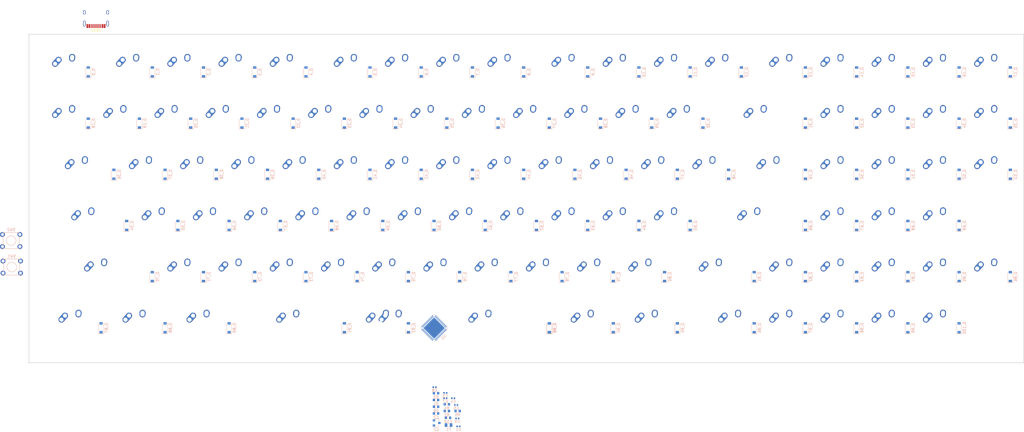
<source format=kicad_pcb>
(kicad_pcb (version 20171130) (host pcbnew "(5.1.4)-1")
  (layers (0 F.Cu signal) (31 B.Cu signal) (34 B.Paste user) (35 F.Paste user) (36 B.SilkS user) (37 F.SilkS user) (38 B.Mask user) (39 F.Mask user) (44 Edge.Cuts user))
  (net 0 "")
  (net 1 GND)
  (net 2 col0)
  (net 3 col1)
  (net 4 col2)
  (net 5 col3)
  (net 6 col4)
  (net 7 col5)
  (net 8 col6)
  (net 9 col7)
  (net 10 col8)
  (net 11 col9)
  (net 12 col10)
  (net 13 col11)
  (net 14 col12)
  (net 15 col13)
  (net 16 col14)
  (net 17 col15)
  (net 18 col16)
  (net 19 col17)
  (net 20 col18)
  (net 21 row0)
  (net 22 row1)
  (net 23 row2)
  (net 24 row3)
  (net 25 row4)
  (net 26 row5)
  (net 27 "Net-(D_0-Pad2)")
  (net 28 "Net-(D_1-Pad2)")
  (net 29 "Net-(D_2-Pad2)")
  (net 30 "Net-(D_3-Pad2)")
  (net 31 "Net-(D_4-Pad2)")
  (net 32 "Net-(D_5-Pad2)")
  (net 33 "Net-(D_6-Pad2)")
  (net 34 "Net-(D_7-Pad2)")
  (net 35 "Net-(D_8-Pad2)")
  (net 36 "Net-(D_9-Pad2)")
  (net 37 "Net-(D_10-Pad2)")
  (net 38 "Net-(D_11-Pad2)")
  (net 39 "Net-(D_12-Pad2)")
  (net 40 "Net-(D_13-Pad2)")
  (net 41 "Net-(D_14-Pad2)")
  (net 42 "Net-(D_15-Pad2)")
  (net 43 "Net-(D_16-Pad2)")
  (net 44 "Net-(D_17-Pad2)")
  (net 45 "Net-(D_18-Pad2)")
  (net 46 "Net-(D_19-Pad2)")
  (net 47 "Net-(D_20-Pad2)")
  (net 48 "Net-(D_21-Pad2)")
  (net 49 "Net-(D_22-Pad2)")
  (net 50 "Net-(D_23-Pad2)")
  (net 51 "Net-(D_24-Pad2)")
  (net 52 "Net-(D_25-Pad2)")
  (net 53 "Net-(D_26-Pad2)")
  (net 54 "Net-(D_27-Pad2)")
  (net 55 "Net-(D_28-Pad2)")
  (net 56 "Net-(D_29-Pad2)")
  (net 57 "Net-(D_30-Pad2)")
  (net 58 "Net-(D_31-Pad2)")
  (net 59 "Net-(D_32-Pad2)")
  (net 60 "Net-(D_33-Pad2)")
  (net 61 "Net-(D_34-Pad2)")
  (net 62 "Net-(D_35-Pad2)")
  (net 63 "Net-(D_36-Pad2)")
  (net 64 "Net-(D_37-Pad2)")
  (net 65 "Net-(D_38-Pad2)")
  (net 66 "Net-(D_39-Pad2)")
  (net 67 "Net-(D_40-Pad2)")
  (net 68 "Net-(D_41-Pad2)")
  (net 69 "Net-(D_42-Pad2)")
  (net 70 "Net-(D_43-Pad2)")
  (net 71 "Net-(D_44-Pad2)")
  (net 72 "Net-(D_45-Pad2)")
  (net 73 "Net-(D_46-Pad2)")
  (net 74 "Net-(D_47-Pad2)")
  (net 75 "Net-(D_48-Pad2)")
  (net 76 "Net-(D_49-Pad2)")
  (net 77 "Net-(D_50-Pad2)")
  (net 78 "Net-(D_51-Pad2)")
  (net 79 "Net-(D_52-Pad2)")
  (net 80 "Net-(D_54-Pad2)")
  (net 81 "Net-(D_55-Pad2)")
  (net 82 "Net-(D_56-Pad2)")
  (net 83 "Net-(D_57-Pad2)")
  (net 84 "Net-(D_58-Pad2)")
  (net 85 "Net-(D_59-Pad2)")
  (net 86 "Net-(D_60-Pad2)")
  (net 87 "Net-(D_61-Pad2)")
  (net 88 "Net-(D_62-Pad2)")
  (net 89 "Net-(D_63-Pad2)")
  (net 90 "Net-(D_64-Pad2)")
  (net 91 "Net-(D_65-Pad2)")
  (net 92 "Net-(D_66-Pad2)")
  (net 93 "Net-(D_67-Pad2)")
  (net 94 "Net-(D_68-Pad2)")
  (net 95 "Net-(D_69-Pad2)")
  (net 96 "Net-(D_53-Pad2)")
  (net 97 "Net-(D_70-Pad2)")
  (net 98 "Net-(D_71-Pad2)")
  (net 99 "Net-(D_72-Pad2)")
  (net 100 "Net-(D_73-Pad2)")
  (net 101 "Net-(D_74-Pad2)")
  (net 102 "Net-(D_75-Pad2)")
  (net 103 "Net-(D_76-Pad2)")
  (net 104 "Net-(D_77-Pad2)")
  (net 105 "Net-(D_78-Pad2)")
  (net 106 "Net-(D_79-Pad2)")
  (net 107 "Net-(D_80-Pad2)")
  (net 108 "Net-(D_81-Pad2)")
  (net 109 "Net-(D_82-Pad2)")
  (net 110 "Net-(D_83-Pad2)")
  (net 111 "Net-(D_84-Pad2)")
  (net 112 "Net-(D_85-Pad2)")
  (net 113 "Net-(D_87-Pad2)")
  (net 114 "Net-(D_88-Pad2)")
  (net 115 "Net-(D_89-Pad2)")
  (net 116 "Net-(D_91-Pad2)")
  (net 117 "Net-(D_90-Pad2)")
  (net 118 "Net-(D_93-Pad2)")
  (net 119 "Net-(D_94-Pad2)")
  (net 120 "Net-(D_95-Pad2)")
  (net 121 "Net-(D_96-Pad2)")
  (net 122 "Net-(D_97-Pad2)")
  (net 123 "Net-(D_98-Pad2)")
  (net 124 "Net-(D_99-Pad2)")
  (net 125 "Net-(D_100-Pad2)")
  (net 126 "Net-(D_86-Pad2)")
  (net 127 +3V3)
  (net 128 +5V)
  (net 129 "Net-(C10-Pad2)")
  (net 130 "Net-(F1-Pad2)")
  (net 131 NRST)
  (net 132 BOOT0)
  (net 133 "Net-(R4-Pad1)")
  (net 134 "Net-(R5-Pad1)")
  (net 135 "Net-(U1-Pad46)")
  (net 136 "Net-(U1-Pad45)")
  (net 137 "Net-(U1-Pad43)")
  (net 138 "Net-(U1-Pad42)")
  (net 139 "Net-(U1-Pad41)")
  (net 140 "Net-(U1-Pad40)")
  (net 141 "Net-(U1-Pad39)")
  (net 142 "Net-(U1-Pad38)")
  (net 143 "Net-(U1-Pad37)")
  (net 144 "Net-(U1-Pad34)")
  (net 145 D+)
  (net 146 D-)
  (net 147 "Net-(U1-Pad31)")
  (net 148 "Net-(U1-Pad30)")
  (net 149 "Net-(U1-Pad29)")
  (net 150 "Net-(U1-Pad28)")
  (net 151 "Net-(U1-Pad27)")
  (net 152 "Net-(U1-Pad26)")
  (net 153 "Net-(U1-Pad25)")
  (net 154 "Net-(U1-Pad22)")
  (net 155 "Net-(U1-Pad21)")
  (net 156 "Net-(U1-Pad20)")
  (net 157 "Net-(U1-Pad19)")
  (net 158 "Net-(U1-Pad18)")
  (net 159 "Net-(U1-Pad17)")
  (net 160 "Net-(U1-Pad16)")
  (net 161 "Net-(U1-Pad15)")
  (net 162 "Net-(U1-Pad14)")
  (net 163 "Net-(U1-Pad13)")
  (net 164 "Net-(U1-Pad12)")
  (net 165 "Net-(U1-Pad11)")
  (net 166 "Net-(U1-Pad10)")
  (net 167 "Net-(U1-Pad6)")
  (net 168 "Net-(U1-Pad5)")
  (net 169 "Net-(U1-Pad4)")
  (net 170 "Net-(U1-Pad3)")
  (net 171 "Net-(U1-Pad2)")
  (net 172 "Net-(USB1-Pad3)")
  (net 173 "Net-(USB1-Pad9)")
  (module Type-C:HRO-TYPE-C-31-M-12 (layer F.Cu) (at 20.9296 -14.7574 180)
    (fp_text reference USB1 (at 0 -9.25) (layer F.SilkS))
    (fp_text value HRO-TYPE-C-31-M-12)
    (pad 12 smd rect (at 3.225 -7.695 180) (size 0.6 1.45) (layers F.Cu F.Paste F.Mask) (net 1 GND))
    (pad 1 smd rect (at -3.225 -7.695 180) (size 0.6 1.45) (layers F.Cu F.Paste F.Mask) (net 1 GND))
    (pad 11 smd rect (at 2.45 -7.695 180) (size 0.6 1.45) (layers F.Cu F.Paste F.Mask) (net 130 "Net-(F1-Pad2)"))
    (pad 2 smd rect (at -2.45 -7.695 180) (size 0.6 1.45) (layers F.Cu F.Paste F.Mask) (net 130 "Net-(F1-Pad2)"))
    (pad 3 smd rect (at -1.75 -7.695 180) (size 0.3 1.45) (layers F.Cu F.Paste F.Mask) (net 172 "Net-(USB1-Pad3)"))
    (pad 10 smd rect (at 1.75 -7.695 180) (size 0.3 1.45) (layers F.Cu F.Paste F.Mask) (net 134 "Net-(R5-Pad1)"))
    (pad 4 smd rect (at -1.25 -7.695 180) (size 0.3 1.45) (layers F.Cu F.Paste F.Mask) (net 133 "Net-(R4-Pad1)"))
    (pad 9 smd rect (at 1.25 -7.695 180) (size 0.3 1.45) (layers F.Cu F.Paste F.Mask) (net 173 "Net-(USB1-Pad9)"))
    (pad 5 smd rect (at -0.75 -7.695 180) (size 0.3 1.45) (layers F.Cu F.Paste F.Mask) (net 146 D-))
    (pad 8 smd rect (at 0.75 -7.695 180) (size 0.3 1.45) (layers F.Cu F.Paste F.Mask) (net 145 D+))
    (pad 7 smd rect (at 0.25 -7.695 180) (size 0.3 1.45) (layers F.Cu F.Paste F.Mask) (net 146 D-))
    (pad 6 smd rect (at -0.25 -7.695 180) (size 0.3 1.45) (layers F.Cu F.Paste F.Mask) (net 145 D+))
    (pad "" np_thru_hole circle (at 2.89 -6.25 180) (size 0.65 0.65) (drill 0.65) (layers *.Cu *.Mask))
    (pad "" np_thru_hole circle (at -2.89 -6.25 180) (size 0.65 0.65) (drill 0.65) (layers *.Cu *.Mask))
    (pad 13 thru_hole oval (at -4.32 -6.78 180) (size 1 2.1) (drill oval 0.6 1.7) (layers *.Cu B.Mask) (net 129 "Net-(C10-Pad2)"))
    (pad 13 thru_hole oval (at 4.32 -6.78 180) (size 1 2.1) (drill oval 0.6 1.7) (layers *.Cu B.Mask) (net 129 "Net-(C10-Pad2)"))
    (pad 13 thru_hole oval (at -4.32 -2.6 180) (size 1 1.6) (drill oval 0.6 1.2) (layers *.Cu B.Mask) (net 129 "Net-(C10-Pad2)"))
    (pad 13 thru_hole oval (at 4.32 -2.6 180) (size 1 1.6) (drill oval 0.6 1.2) (layers *.Cu B.Mask) (net 129 "Net-(C10-Pad2)"))
  )
  (module Package_TO_SOT_SMD:SOT-23 (layer B.Cu) (at 147.612 140.706)
    (fp_text reference U2 (at 0 2.5) (layer B.SilkS) (effects (justify mirror)))
    (fp_text value MCP1700-3302E_SOT23)
    (pad 3 smd rect (at 1 0) (size 0.9 0.8) (layers B.Cu B.Paste B.Mask) (net 128 +5V))
    (pad 2 smd rect (at -1 -0.95) (size 0.9 0.8) (layers B.Cu B.Paste B.Mask) (net 127 +3V3))
    (pad 1 smd rect (at -1 0.95) (size 0.9 0.8) (layers B.Cu B.Paste B.Mask) (net 1 GND))
  )
  (module Package_DFN_QFN:QFN-48-1EP_7x7mm_P0.5mm_EP5.6x5.6mm (layer B.Cu) (at 146.685 105.383949 45)
    (fp_text reference U1 (at 0 4.82 45) (layer B.SilkS) (effects (justify mirror)))
    (fp_text value STM32F072CBUx)
    (pad 48 smd roundrect (at -2.75 3.4375 45) (size 0.25 0.875) (layers B.Cu B.Paste B.Mask) (net 127 +3V3))
    (pad 47 smd roundrect (at -2.25 3.4375 45) (size 0.25 0.875) (layers B.Cu B.Paste B.Mask) (net 1 GND))
    (pad 46 smd roundrect (at -1.75 3.4375 45) (size 0.25 0.875) (layers B.Cu B.Paste B.Mask) (net 135 "Net-(U1-Pad46)"))
    (pad 45 smd roundrect (at -1.25 3.4375 45) (size 0.25 0.875) (layers B.Cu B.Paste B.Mask) (net 136 "Net-(U1-Pad45)"))
    (pad 44 smd roundrect (at -0.75 3.4375 45) (size 0.25 0.875) (layers B.Cu B.Paste B.Mask) (net 132 BOOT0))
    (pad 43 smd roundrect (at -0.25 3.4375 45) (size 0.25 0.875) (layers B.Cu B.Paste B.Mask) (net 137 "Net-(U1-Pad43)"))
    (pad 42 smd roundrect (at 0.25 3.4375 45) (size 0.25 0.875) (layers B.Cu B.Paste B.Mask) (net 138 "Net-(U1-Pad42)"))
    (pad 41 smd roundrect (at 0.75 3.4375 45) (size 0.25 0.875) (layers B.Cu B.Paste B.Mask) (net 139 "Net-(U1-Pad41)"))
    (pad 40 smd roundrect (at 1.25 3.4375 45) (size 0.25 0.875) (layers B.Cu B.Paste B.Mask) (net 140 "Net-(U1-Pad40)"))
    (pad 39 smd roundrect (at 1.75 3.4375 45) (size 0.25 0.875) (layers B.Cu B.Paste B.Mask) (net 141 "Net-(U1-Pad39)"))
    (pad 38 smd roundrect (at 2.25 3.4375 45) (size 0.25 0.875) (layers B.Cu B.Paste B.Mask) (net 142 "Net-(U1-Pad38)"))
    (pad 37 smd roundrect (at 2.75 3.4375 45) (size 0.25 0.875) (layers B.Cu B.Paste B.Mask) (net 143 "Net-(U1-Pad37)"))
    (pad 36 smd roundrect (at 3.4375 2.75 45) (size 0.875 0.25) (layers B.Cu B.Paste B.Mask) (net 127 +3V3))
    (pad 35 smd roundrect (at 3.4375 2.25 45) (size 0.875 0.25) (layers B.Cu B.Paste B.Mask) (net 1 GND))
    (pad 34 smd roundrect (at 3.4375 1.75 45) (size 0.875 0.25) (layers B.Cu B.Paste B.Mask) (net 144 "Net-(U1-Pad34)"))
    (pad 33 smd roundrect (at 3.4375 1.25 45) (size 0.875 0.25) (layers B.Cu B.Paste B.Mask) (net 145 D+))
    (pad 32 smd roundrect (at 3.4375 0.75 45) (size 0.875 0.25) (layers B.Cu B.Paste B.Mask) (net 146 D-))
    (pad 31 smd roundrect (at 3.4375 0.25 45) (size 0.875 0.25) (layers B.Cu B.Paste B.Mask) (net 147 "Net-(U1-Pad31)"))
    (pad 30 smd roundrect (at 3.4375 -0.25 45) (size 0.875 0.25) (layers B.Cu B.Paste B.Mask) (net 148 "Net-(U1-Pad30)"))
    (pad 29 smd roundrect (at 3.4375 -0.75 45) (size 0.875 0.25) (layers B.Cu B.Paste B.Mask) (net 149 "Net-(U1-Pad29)"))
    (pad 28 smd roundrect (at 3.4375 -1.25 45) (size 0.875 0.25) (layers B.Cu B.Paste B.Mask) (net 150 "Net-(U1-Pad28)"))
    (pad 27 smd roundrect (at 3.4375 -1.75 45) (size 0.875 0.25) (layers B.Cu B.Paste B.Mask) (net 151 "Net-(U1-Pad27)"))
    (pad 26 smd roundrect (at 3.4375 -2.25 45) (size 0.875 0.25) (layers B.Cu B.Paste B.Mask) (net 152 "Net-(U1-Pad26)"))
    (pad 25 smd roundrect (at 3.4375 -2.75 45) (size 0.875 0.25) (layers B.Cu B.Paste B.Mask) (net 153 "Net-(U1-Pad25)"))
    (pad 24 smd roundrect (at 2.75 -3.4375 45) (size 0.25 0.875) (layers B.Cu B.Paste B.Mask) (net 127 +3V3))
    (pad 23 smd roundrect (at 2.25 -3.4375 45) (size 0.25 0.875) (layers B.Cu B.Paste B.Mask) (net 1 GND))
    (pad 22 smd roundrect (at 1.75 -3.4375 45) (size 0.25 0.875) (layers B.Cu B.Paste B.Mask) (net 154 "Net-(U1-Pad22)"))
    (pad 21 smd roundrect (at 1.25 -3.4375 45) (size 0.25 0.875) (layers B.Cu B.Paste B.Mask) (net 155 "Net-(U1-Pad21)"))
    (pad 20 smd roundrect (at 0.75 -3.4375 45) (size 0.25 0.875) (layers B.Cu B.Paste B.Mask) (net 156 "Net-(U1-Pad20)"))
    (pad 19 smd roundrect (at 0.25 -3.4375 45) (size 0.25 0.875) (layers B.Cu B.Paste B.Mask) (net 157 "Net-(U1-Pad19)"))
    (pad 18 smd roundrect (at -0.25 -3.4375 45) (size 0.25 0.875) (layers B.Cu B.Paste B.Mask) (net 158 "Net-(U1-Pad18)"))
    (pad 17 smd roundrect (at -0.75 -3.4375 45) (size 0.25 0.875) (layers B.Cu B.Paste B.Mask) (net 159 "Net-(U1-Pad17)"))
    (pad 16 smd roundrect (at -1.25 -3.4375 45) (size 0.25 0.875) (layers B.Cu B.Paste B.Mask) (net 160 "Net-(U1-Pad16)"))
    (pad 15 smd roundrect (at -1.75 -3.4375 45) (size 0.25 0.875) (layers B.Cu B.Paste B.Mask) (net 161 "Net-(U1-Pad15)"))
    (pad 14 smd roundrect (at -2.25 -3.4375 45) (size 0.25 0.875) (layers B.Cu B.Paste B.Mask) (net 162 "Net-(U1-Pad14)"))
    (pad 13 smd roundrect (at -2.75 -3.4375 45) (size 0.25 0.875) (layers B.Cu B.Paste B.Mask) (net 163 "Net-(U1-Pad13)"))
    (pad 12 smd roundrect (at -3.4375 -2.75 45) (size 0.875 0.25) (layers B.Cu B.Paste B.Mask) (net 164 "Net-(U1-Pad12)"))
    (pad 11 smd roundrect (at -3.4375 -2.25 45) (size 0.875 0.25) (layers B.Cu B.Paste B.Mask) (net 165 "Net-(U1-Pad11)"))
    (pad 10 smd roundrect (at -3.4375 -1.75 45) (size 0.875 0.25) (layers B.Cu B.Paste B.Mask) (net 166 "Net-(U1-Pad10)"))
    (pad 9 smd roundrect (at -3.4375 -1.25 45) (size 0.875 0.25) (layers B.Cu B.Paste B.Mask) (net 127 +3V3))
    (pad 8 smd roundrect (at -3.4375 -0.75 45) (size 0.875 0.25) (layers B.Cu B.Paste B.Mask) (net 1 GND))
    (pad 7 smd roundrect (at -3.4375 -0.25 45) (size 0.875 0.25) (layers B.Cu B.Paste B.Mask) (net 131 NRST))
    (pad 6 smd roundrect (at -3.4375 0.25 45) (size 0.875 0.25) (layers B.Cu B.Paste B.Mask) (net 167 "Net-(U1-Pad6)"))
    (pad 5 smd roundrect (at -3.4375 0.75 45) (size 0.875 0.25) (layers B.Cu B.Paste B.Mask) (net 168 "Net-(U1-Pad5)"))
    (pad 4 smd roundrect (at -3.4375 1.25 45) (size 0.875 0.25) (layers B.Cu B.Paste B.Mask) (net 169 "Net-(U1-Pad4)"))
    (pad 3 smd roundrect (at -3.4375 1.75 45) (size 0.875 0.25) (layers B.Cu B.Paste B.Mask) (net 170 "Net-(U1-Pad3)"))
    (pad 2 smd roundrect (at -3.4375 2.25 45) (size 0.875 0.25) (layers B.Cu B.Paste B.Mask) (net 171 "Net-(U1-Pad2)"))
    (pad 1 smd roundrect (at -3.4375 2.75 45) (size 0.875 0.25) (layers B.Cu B.Paste B.Mask) (net 127 +3V3))
    (pad 49 smd roundrect (at 0 0 45) (size 5.6 5.6) (layers B.Cu B.Mask) (roundrect_rratio 0.044643) (net 1 GND))
  )
  (module random-keyboard-parts:PushButton_6x6mm_TH (layer B.Cu) (at -10.6172 72.7964)
    (fp_text reference SW2 (at 0 -4.064) (layer B.SilkS) (effects (justify mirror)))
    (fp_text value SW_PUSH)
    (pad 4 thru_hole circle (at -3.25 2.25) (size 1.8 1.8) (drill 1) (layers *.Cu *.Mask))
    (pad 3 thru_hole circle (at 3.25 -2.25) (size 1.8 1.8) (drill 1) (layers *.Cu *.Mask))
    (pad 2 thru_hole circle (at -3.25 -2.25) (size 1.8 1.8) (drill 1) (layers *.Cu *.Mask) (net 127 +3V3))
    (pad 1 thru_hole circle (at 3.25 2.25) (size 1.8 1.8) (drill 1) (layers *.Cu *.Mask) (net 132 BOOT0))
  )
  (module random-keyboard-parts:PushButton_6x6mm_TH (layer B.Cu) (at -10.3886 82.677)
    (fp_text reference SW1 (at 0 -4.064) (layer B.SilkS) (effects (justify mirror)))
    (fp_text value SW_PUSH)
    (pad 4 thru_hole circle (at -3.25 2.25) (size 1.8 1.8) (drill 1) (layers *.Cu *.Mask))
    (pad 3 thru_hole circle (at 3.25 -2.25) (size 1.8 1.8) (drill 1) (layers *.Cu *.Mask))
    (pad 2 thru_hole circle (at -3.25 -2.25) (size 1.8 1.8) (drill 1) (layers *.Cu *.Mask) (net 1 GND))
    (pad 1 thru_hole circle (at 3.25 2.25) (size 1.8 1.8) (drill 1) (layers *.Cu *.Mask) (net 131 NRST))
  )
  (module Resistor_SMD:R_0603_1608Metric (layer B.Cu) (at 155.412 136.266)
    (fp_text reference R5 (at 0 1.43) (layer B.SilkS) (effects (justify mirror)))
    (fp_text value 5.1k)
    (pad 2 smd roundrect (at 0.7875 0) (size 0.875 0.95) (layers B.Cu B.Paste B.Mask) (net 1 GND))
    (pad 1 smd roundrect (at -0.7875 0) (size 0.875 0.95) (layers B.Cu B.Paste B.Mask) (net 134 "Net-(R5-Pad1)"))
  )
  (module Resistor_SMD:R_0603_1608Metric (layer B.Cu) (at 151.402 133.756)
    (fp_text reference R4 (at 0 1.43) (layer B.SilkS) (effects (justify mirror)))
    (fp_text value 5.1k)
    (pad 2 smd roundrect (at 0.7875 0) (size 0.875 0.95) (layers B.Cu B.Paste B.Mask) (net 1 GND))
    (pad 1 smd roundrect (at -0.7875 0) (size 0.875 0.95) (layers B.Cu B.Paste B.Mask) (net 133 "Net-(R4-Pad1)"))
  )
  (module Resistor_SMD:R_0603_1608Metric (layer B.Cu) (at 147.382 129.646)
    (fp_text reference R3 (at 0 1.43) (layer B.SilkS) (effects (justify mirror)))
    (fp_text value 1M)
    (pad 2 smd roundrect (at 0.7875 0) (size 0.875 0.95) (layers B.Cu B.Paste B.Mask) (net 1 GND))
    (pad 1 smd roundrect (at -0.7875 0) (size 0.875 0.95) (layers B.Cu B.Paste B.Mask) (net 129 "Net-(C10-Pad2)"))
  )
  (module Resistor_SMD:R_0603_1608Metric (layer B.Cu) (at 151.402 136.266)
    (fp_text reference R2 (at 0 1.43) (layer B.SilkS) (effects (justify mirror)))
    (fp_text value 10k)
    (pad 2 smd roundrect (at 0.7875 0) (size 0.875 0.95) (layers B.Cu B.Paste B.Mask) (net 1 GND))
    (pad 1 smd roundrect (at -0.7875 0) (size 0.875 0.95) (layers B.Cu B.Paste B.Mask) (net 132 BOOT0))
  )
  (module Resistor_SMD:R_0603_1608Metric (layer B.Cu) (at 147.382 132.156)
    (fp_text reference R1 (at 0 1.43) (layer B.SilkS) (effects (justify mirror)))
    (fp_text value 10k)
    (pad 2 smd roundrect (at 0.7875 0) (size 0.875 0.95) (layers B.Cu B.Paste B.Mask) (net 131 NRST))
    (pad 1 smd roundrect (at -0.7875 0) (size 0.875 0.95) (layers B.Cu B.Paste B.Mask) (net 127 +3V3))
  )
  (module Fuse:Fuse_0805_2012Metric (layer B.Cu) (at 152.042 141.506)
    (fp_text reference F1 (at 0 1.65) (layer B.SilkS) (effects (justify mirror)))
    (fp_text value Polyfuse_Small)
    (pad 2 smd roundrect (at 0.9375 0) (size 0.975 1.4) (layers B.Cu B.Paste B.Mask) (net 130 "Net-(F1-Pad2)"))
    (pad 1 smd roundrect (at -0.9375 0) (size 0.975 1.4) (layers B.Cu B.Paste B.Mask) (net 128 +5V))
  )
  (module Capacitor_SMD:C_0603_1608Metric (layer B.Cu) (at 151.842 138.776)
    (fp_text reference C10 (at 0 1.43) (layer B.SilkS) (effects (justify mirror)))
    (fp_text value 4.7nF)
    (pad 2 smd roundrect (at 0.7875 0) (size 0.875 0.95) (layers B.Cu B.Paste B.Mask) (net 129 "Net-(C10-Pad2)"))
    (pad 1 smd roundrect (at -0.7875 0) (size 0.875 0.95) (layers B.Cu B.Paste B.Mask) (net 1 GND))
  )
  (module Capacitor_SMD:C_0402_1005Metric (layer B.Cu) (at 155.302 139.036)
    (fp_text reference C9 (at 0 1.17) (layer B.SilkS) (effects (justify mirror)))
    (fp_text value 1uF)
    (pad 2 smd roundrect (at 0.485 0) (size 0.59 0.64) (layers B.Cu B.Paste B.Mask) (net 1 GND))
    (pad 1 smd roundrect (at -0.485 0) (size 0.59 0.64) (layers B.Cu B.Paste B.Mask) (net 127 +3V3))
  )
  (module Capacitor_SMD:C_0402_1005Metric (layer B.Cu) (at 146.832 127.396)
    (fp_text reference C8 (at 0 1.17) (layer B.SilkS) (effects (justify mirror)))
    (fp_text value 1uF)
    (pad 2 smd roundrect (at 0.485 0) (size 0.59 0.64) (layers B.Cu B.Paste B.Mask) (net 1 GND))
    (pad 1 smd roundrect (at -0.485 0) (size 0.59 0.64) (layers B.Cu B.Paste B.Mask) (net 128 +5V))
  )
  (module Capacitor_SMD:C_0402_1005Metric (layer B.Cu) (at 150.842 131.506)
    (fp_text reference C7 (at 0 1.17) (layer B.SilkS) (effects (justify mirror)))
    (fp_text value 10nF)
    (pad 2 smd roundrect (at 0.485 0) (size 0.59 0.64) (layers B.Cu B.Paste B.Mask) (net 1 GND))
    (pad 1 smd roundrect (at -0.485 0) (size 0.59 0.64) (layers B.Cu B.Paste B.Mask) (net 127 +3V3))
  )
  (module Capacitor_SMD:C_0603_1608Metric (layer B.Cu) (at 147.392 134.666)
    (fp_text reference C6 (at 0 1.43) (layer B.SilkS) (effects (justify mirror)))
    (fp_text value 4.7uF)
    (pad 2 smd roundrect (at 0.7875 0) (size 0.875 0.95) (layers B.Cu B.Paste B.Mask) (net 1 GND))
    (pad 1 smd roundrect (at -0.7875 0) (size 0.875 0.95) (layers B.Cu B.Paste B.Mask) (net 127 +3V3))
  )
  (module Capacitor_SMD:C_0402_1005Metric (layer B.Cu) (at 154.862 134.016)
    (fp_text reference C5 (at 0 1.17) (layer B.SilkS) (effects (justify mirror)))
    (fp_text value 1uF)
    (pad 2 smd roundrect (at 0.485 0) (size 0.59 0.64) (layers B.Cu B.Paste B.Mask) (net 1 GND))
    (pad 1 smd roundrect (at -0.485 0) (size 0.59 0.64) (layers B.Cu B.Paste B.Mask) (net 127 +3V3))
  )
  (module Capacitor_SMD:C_0402_1005Metric (layer B.Cu) (at 153.752 131.506)
    (fp_text reference C4 (at 0 1.17) (layer B.SilkS) (effects (justify mirror)))
    (fp_text value 100nF)
    (pad 2 smd roundrect (at 0.485 0) (size 0.59 0.64) (layers B.Cu B.Paste B.Mask) (net 1 GND))
    (pad 1 smd roundrect (at -0.485 0) (size 0.59 0.64) (layers B.Cu B.Paste B.Mask) (net 127 +3V3))
  )
  (module Capacitor_SMD:C_0402_1005Metric (layer B.Cu) (at 150.842 129.516)
    (fp_text reference C3 (at 0 1.17) (layer B.SilkS) (effects (justify mirror)))
    (fp_text value 100nF)
    (pad 2 smd roundrect (at 0.485 0) (size 0.59 0.64) (layers B.Cu B.Paste B.Mask) (net 1 GND))
    (pad 1 smd roundrect (at -0.485 0) (size 0.59 0.64) (layers B.Cu B.Paste B.Mask) (net 127 +3V3))
  )
  (module Capacitor_SMD:C_0603_1608Metric (layer B.Cu) (at 147.392 137.176)
    (fp_text reference C2 (at 0 1.43) (layer B.SilkS) (effects (justify mirror)))
    (fp_text value 4.7uF)
    (pad 2 smd roundrect (at 0.7875 0) (size 0.875 0.95) (layers B.Cu B.Paste B.Mask) (net 1 GND))
    (pad 1 smd roundrect (at -0.7875 0) (size 0.875 0.95) (layers B.Cu B.Paste B.Mask) (net 127 +3V3))
  )
  (module Capacitor_SMD:C_0402_1005Metric (layer B.Cu) (at 155.702 141.986)
    (fp_text reference C1 (at 0 1.17) (layer B.SilkS) (effects (justify mirror)))
    (fp_text value 100nF)
    (pad 2 smd roundrect (at 0.485 0) (size 0.59 0.64) (layers B.Cu B.Paste B.Mask) (net 1 GND))
    (pad 1 smd roundrect (at -0.485 0) (size 0.59 0.64) (layers B.Cu B.Paste B.Mask) (net 127 +3V3))
  )
  (module MX_Alps_Hybrid:MX-1U-NoLED (layer F.Cu) (at 9.525 9.525)
    (fp_text reference K_0)
    (fp_text value KEYSW)
    (pad 1 thru_hole circle (at -2.5 -4) (size 2.25 2.25) (drill 1.47) (layers *.Cu B.Mask) (net 2 col0))
    (pad 1 thru_hole oval (at -3.81 -2.54 48.0996) (size 4.211556 2.25) (drill 1.47 (offset 0.980778 0)) (layers *.Cu B.Mask) (net 2 col0))
    (pad 2 thru_hole oval (at 2.5 -4.5 86.0548) (size 2.831378 2.25) (drill 1.47 (offset 0.290689 0)) (layers *.Cu B.Mask) (net 27 "Net-(D_0-Pad2)"))
    (pad 2 thru_hole circle (at 2.54 -5.08) (size 2.25 2.25) (drill 1.47) (layers *.Cu B.Mask) (net 27 "Net-(D_0-Pad2)"))
    (pad "" np_thru_hole circle (at 0 0) (size 3.9878 3.9878) (drill 3.9878) (layers *.Cu *.Mask))
    (pad "" np_thru_hole circle (at -5.08 0 48.0996) (size 1.75 1.75) (drill 1.75) (layers *.Cu *.Mask))
    (pad "" np_thru_hole circle (at 5.08 0 48.0996) (size 1.75 1.75) (drill 1.75) (layers *.Cu *.Mask))
  )
  (module Diode_SMD:D_SOD-123 (layer B.Cu) (at 18.05 10.025 90)
    (fp_text reference D_0 (at 0 2 90) (layer B.SilkS) (effects (justify mirror)))
    (fp_text value D)
    (pad 2 smd rect (at 1.65 0 90) (size 0.9 1.2) (layers B.Cu B.Paste B.Mask) (net 27 "Net-(D_0-Pad2)"))
    (pad 1 smd rect (at -1.65 0 90) (size 0.9 1.2) (layers B.Cu B.Paste B.Mask) (net 21 row0))
  )
  (module MX_Alps_Hybrid:MX-1U-NoLED (layer F.Cu) (at 33.3375 9.525)
    (fp_text reference K_1)
    (fp_text value KEYSW)
    (pad 1 thru_hole circle (at -2.5 -4) (size 2.25 2.25) (drill 1.47) (layers *.Cu B.Mask) (net 3 col1))
    (pad 1 thru_hole oval (at -3.81 -2.54 48.0996) (size 4.211556 2.25) (drill 1.47 (offset 0.980778 0)) (layers *.Cu B.Mask) (net 3 col1))
    (pad 2 thru_hole oval (at 2.5 -4.5 86.0548) (size 2.831378 2.25) (drill 1.47 (offset 0.290689 0)) (layers *.Cu B.Mask) (net 28 "Net-(D_1-Pad2)"))
    (pad 2 thru_hole circle (at 2.54 -5.08) (size 2.25 2.25) (drill 1.47) (layers *.Cu B.Mask) (net 28 "Net-(D_1-Pad2)"))
    (pad "" np_thru_hole circle (at 0 0) (size 3.9878 3.9878) (drill 3.9878) (layers *.Cu *.Mask))
    (pad "" np_thru_hole circle (at -5.08 0 48.0996) (size 1.75 1.75) (drill 1.75) (layers *.Cu *.Mask))
    (pad "" np_thru_hole circle (at 5.08 0 48.0996) (size 1.75 1.75) (drill 1.75) (layers *.Cu *.Mask))
  )
  (module Diode_SMD:D_SOD-123 (layer B.Cu) (at 41.8625 10.025 90)
    (fp_text reference D_1 (at 0 2 90) (layer B.SilkS) (effects (justify mirror)))
    (fp_text value D)
    (pad 2 smd rect (at 1.65 0 90) (size 0.9 1.2) (layers B.Cu B.Paste B.Mask) (net 28 "Net-(D_1-Pad2)"))
    (pad 1 smd rect (at -1.65 0 90) (size 0.9 1.2) (layers B.Cu B.Paste B.Mask) (net 21 row0))
  )
  (module MX_Alps_Hybrid:MX-1U-NoLED (layer F.Cu) (at 52.3875 9.525)
    (fp_text reference K_2)
    (fp_text value KEYSW)
    (pad 1 thru_hole circle (at -2.5 -4) (size 2.25 2.25) (drill 1.47) (layers *.Cu B.Mask) (net 4 col2))
    (pad 1 thru_hole oval (at -3.81 -2.54 48.0996) (size 4.211556 2.25) (drill 1.47 (offset 0.980778 0)) (layers *.Cu B.Mask) (net 4 col2))
    (pad 2 thru_hole oval (at 2.5 -4.5 86.0548) (size 2.831378 2.25) (drill 1.47 (offset 0.290689 0)) (layers *.Cu B.Mask) (net 29 "Net-(D_2-Pad2)"))
    (pad 2 thru_hole circle (at 2.54 -5.08) (size 2.25 2.25) (drill 1.47) (layers *.Cu B.Mask) (net 29 "Net-(D_2-Pad2)"))
    (pad "" np_thru_hole circle (at 0 0) (size 3.9878 3.9878) (drill 3.9878) (layers *.Cu *.Mask))
    (pad "" np_thru_hole circle (at -5.08 0 48.0996) (size 1.75 1.75) (drill 1.75) (layers *.Cu *.Mask))
    (pad "" np_thru_hole circle (at 5.08 0 48.0996) (size 1.75 1.75) (drill 1.75) (layers *.Cu *.Mask))
  )
  (module Diode_SMD:D_SOD-123 (layer B.Cu) (at 60.9125 10.025 90)
    (fp_text reference D_2 (at 0 2 90) (layer B.SilkS) (effects (justify mirror)))
    (fp_text value D)
    (pad 2 smd rect (at 1.65 0 90) (size 0.9 1.2) (layers B.Cu B.Paste B.Mask) (net 29 "Net-(D_2-Pad2)"))
    (pad 1 smd rect (at -1.65 0 90) (size 0.9 1.2) (layers B.Cu B.Paste B.Mask) (net 21 row0))
  )
  (module MX_Alps_Hybrid:MX-1U-NoLED (layer F.Cu) (at 71.4375 9.525)
    (fp_text reference K_3)
    (fp_text value KEYSW)
    (pad 1 thru_hole circle (at -2.5 -4) (size 2.25 2.25) (drill 1.47) (layers *.Cu B.Mask) (net 5 col3))
    (pad 1 thru_hole oval (at -3.81 -2.54 48.0996) (size 4.211556 2.25) (drill 1.47 (offset 0.980778 0)) (layers *.Cu B.Mask) (net 5 col3))
    (pad 2 thru_hole oval (at 2.5 -4.5 86.0548) (size 2.831378 2.25) (drill 1.47 (offset 0.290689 0)) (layers *.Cu B.Mask) (net 30 "Net-(D_3-Pad2)"))
    (pad 2 thru_hole circle (at 2.54 -5.08) (size 2.25 2.25) (drill 1.47) (layers *.Cu B.Mask) (net 30 "Net-(D_3-Pad2)"))
    (pad "" np_thru_hole circle (at 0 0) (size 3.9878 3.9878) (drill 3.9878) (layers *.Cu *.Mask))
    (pad "" np_thru_hole circle (at -5.08 0 48.0996) (size 1.75 1.75) (drill 1.75) (layers *.Cu *.Mask))
    (pad "" np_thru_hole circle (at 5.08 0 48.0996) (size 1.75 1.75) (drill 1.75) (layers *.Cu *.Mask))
  )
  (module Diode_SMD:D_SOD-123 (layer B.Cu) (at 79.9625 10.025 90)
    (fp_text reference D_3 (at 0 2 90) (layer B.SilkS) (effects (justify mirror)))
    (fp_text value D)
    (pad 2 smd rect (at 1.65 0 90) (size 0.9 1.2) (layers B.Cu B.Paste B.Mask) (net 30 "Net-(D_3-Pad2)"))
    (pad 1 smd rect (at -1.65 0 90) (size 0.9 1.2) (layers B.Cu B.Paste B.Mask) (net 21 row0))
  )
  (module MX_Alps_Hybrid:MX-1U-NoLED (layer F.Cu) (at 90.4875 9.525)
    (fp_text reference K_4)
    (fp_text value KEYSW)
    (pad 1 thru_hole circle (at -2.5 -4) (size 2.25 2.25) (drill 1.47) (layers *.Cu B.Mask) (net 6 col4))
    (pad 1 thru_hole oval (at -3.81 -2.54 48.0996) (size 4.211556 2.25) (drill 1.47 (offset 0.980778 0)) (layers *.Cu B.Mask) (net 6 col4))
    (pad 2 thru_hole oval (at 2.5 -4.5 86.0548) (size 2.831378 2.25) (drill 1.47 (offset 0.290689 0)) (layers *.Cu B.Mask) (net 31 "Net-(D_4-Pad2)"))
    (pad 2 thru_hole circle (at 2.54 -5.08) (size 2.25 2.25) (drill 1.47) (layers *.Cu B.Mask) (net 31 "Net-(D_4-Pad2)"))
    (pad "" np_thru_hole circle (at 0 0) (size 3.9878 3.9878) (drill 3.9878) (layers *.Cu *.Mask))
    (pad "" np_thru_hole circle (at -5.08 0 48.0996) (size 1.75 1.75) (drill 1.75) (layers *.Cu *.Mask))
    (pad "" np_thru_hole circle (at 5.08 0 48.0996) (size 1.75 1.75) (drill 1.75) (layers *.Cu *.Mask))
  )
  (module Diode_SMD:D_SOD-123 (layer B.Cu) (at 99.0125 10.025 90)
    (fp_text reference D_4 (at 0 2 90) (layer B.SilkS) (effects (justify mirror)))
    (fp_text value D)
    (pad 2 smd rect (at 1.65 0 90) (size 0.9 1.2) (layers B.Cu B.Paste B.Mask) (net 31 "Net-(D_4-Pad2)"))
    (pad 1 smd rect (at -1.65 0 90) (size 0.9 1.2) (layers B.Cu B.Paste B.Mask) (net 21 row0))
  )
  (module MX_Alps_Hybrid:MX-1U-NoLED (layer F.Cu) (at 114.3 9.525)
    (fp_text reference K_5)
    (fp_text value KEYSW)
    (pad 1 thru_hole circle (at -2.5 -4) (size 2.25 2.25) (drill 1.47) (layers *.Cu B.Mask) (net 8 col6))
    (pad 1 thru_hole oval (at -3.81 -2.54 48.0996) (size 4.211556 2.25) (drill 1.47 (offset 0.980778 0)) (layers *.Cu B.Mask) (net 8 col6))
    (pad 2 thru_hole oval (at 2.5 -4.5 86.0548) (size 2.831378 2.25) (drill 1.47 (offset 0.290689 0)) (layers *.Cu B.Mask) (net 32 "Net-(D_5-Pad2)"))
    (pad 2 thru_hole circle (at 2.54 -5.08) (size 2.25 2.25) (drill 1.47) (layers *.Cu B.Mask) (net 32 "Net-(D_5-Pad2)"))
    (pad "" np_thru_hole circle (at 0 0) (size 3.9878 3.9878) (drill 3.9878) (layers *.Cu *.Mask))
    (pad "" np_thru_hole circle (at -5.08 0 48.0996) (size 1.75 1.75) (drill 1.75) (layers *.Cu *.Mask))
    (pad "" np_thru_hole circle (at 5.08 0 48.0996) (size 1.75 1.75) (drill 1.75) (layers *.Cu *.Mask))
  )
  (module Diode_SMD:D_SOD-123 (layer B.Cu) (at 122.825 10.025 90)
    (fp_text reference D_5 (at 0 2 90) (layer B.SilkS) (effects (justify mirror)))
    (fp_text value D)
    (pad 2 smd rect (at 1.65 0 90) (size 0.9 1.2) (layers B.Cu B.Paste B.Mask) (net 32 "Net-(D_5-Pad2)"))
    (pad 1 smd rect (at -1.65 0 90) (size 0.9 1.2) (layers B.Cu B.Paste B.Mask) (net 21 row0))
  )
  (module MX_Alps_Hybrid:MX-1U-NoLED (layer F.Cu) (at 133.35 9.525)
    (fp_text reference K_6)
    (fp_text value KEYSW)
    (pad 1 thru_hole circle (at -2.5 -4) (size 2.25 2.25) (drill 1.47) (layers *.Cu B.Mask) (net 9 col7))
    (pad 1 thru_hole oval (at -3.81 -2.54 48.0996) (size 4.211556 2.25) (drill 1.47 (offset 0.980778 0)) (layers *.Cu B.Mask) (net 9 col7))
    (pad 2 thru_hole oval (at 2.5 -4.5 86.0548) (size 2.831378 2.25) (drill 1.47 (offset 0.290689 0)) (layers *.Cu B.Mask) (net 33 "Net-(D_6-Pad2)"))
    (pad 2 thru_hole circle (at 2.54 -5.08) (size 2.25 2.25) (drill 1.47) (layers *.Cu B.Mask) (net 33 "Net-(D_6-Pad2)"))
    (pad "" np_thru_hole circle (at 0 0) (size 3.9878 3.9878) (drill 3.9878) (layers *.Cu *.Mask))
    (pad "" np_thru_hole circle (at -5.08 0 48.0996) (size 1.75 1.75) (drill 1.75) (layers *.Cu *.Mask))
    (pad "" np_thru_hole circle (at 5.08 0 48.0996) (size 1.75 1.75) (drill 1.75) (layers *.Cu *.Mask))
  )
  (module Diode_SMD:D_SOD-123 (layer B.Cu) (at 141.875 10.025 90)
    (fp_text reference D_6 (at 0 2 90) (layer B.SilkS) (effects (justify mirror)))
    (fp_text value D)
    (pad 2 smd rect (at 1.65 0 90) (size 0.9 1.2) (layers B.Cu B.Paste B.Mask) (net 33 "Net-(D_6-Pad2)"))
    (pad 1 smd rect (at -1.65 0 90) (size 0.9 1.2) (layers B.Cu B.Paste B.Mask) (net 21 row0))
  )
  (module MX_Alps_Hybrid:MX-1U-NoLED (layer F.Cu) (at 152.4 9.525)
    (fp_text reference K_7)
    (fp_text value KEYSW)
    (pad 1 thru_hole circle (at -2.5 -4) (size 2.25 2.25) (drill 1.47) (layers *.Cu B.Mask) (net 10 col8))
    (pad 1 thru_hole oval (at -3.81 -2.54 48.0996) (size 4.211556 2.25) (drill 1.47 (offset 0.980778 0)) (layers *.Cu B.Mask) (net 10 col8))
    (pad 2 thru_hole oval (at 2.5 -4.5 86.0548) (size 2.831378 2.25) (drill 1.47 (offset 0.290689 0)) (layers *.Cu B.Mask) (net 34 "Net-(D_7-Pad2)"))
    (pad 2 thru_hole circle (at 2.54 -5.08) (size 2.25 2.25) (drill 1.47) (layers *.Cu B.Mask) (net 34 "Net-(D_7-Pad2)"))
    (pad "" np_thru_hole circle (at 0 0) (size 3.9878 3.9878) (drill 3.9878) (layers *.Cu *.Mask))
    (pad "" np_thru_hole circle (at -5.08 0 48.0996) (size 1.75 1.75) (drill 1.75) (layers *.Cu *.Mask))
    (pad "" np_thru_hole circle (at 5.08 0 48.0996) (size 1.75 1.75) (drill 1.75) (layers *.Cu *.Mask))
  )
  (module Diode_SMD:D_SOD-123 (layer B.Cu) (at 160.925 10.025 90)
    (fp_text reference D_7 (at 0 2 90) (layer B.SilkS) (effects (justify mirror)))
    (fp_text value D)
    (pad 2 smd rect (at 1.65 0 90) (size 0.9 1.2) (layers B.Cu B.Paste B.Mask) (net 34 "Net-(D_7-Pad2)"))
    (pad 1 smd rect (at -1.65 0 90) (size 0.9 1.2) (layers B.Cu B.Paste B.Mask) (net 21 row0))
  )
  (module MX_Alps_Hybrid:MX-1U-NoLED (layer F.Cu) (at 171.45 9.525)
    (fp_text reference K_8)
    (fp_text value KEYSW)
    (pad 1 thru_hole circle (at -2.5 -4) (size 2.25 2.25) (drill 1.47) (layers *.Cu B.Mask) (net 11 col9))
    (pad 1 thru_hole oval (at -3.81 -2.54 48.0996) (size 4.211556 2.25) (drill 1.47 (offset 0.980778 0)) (layers *.Cu B.Mask) (net 11 col9))
    (pad 2 thru_hole oval (at 2.5 -4.5 86.0548) (size 2.831378 2.25) (drill 1.47 (offset 0.290689 0)) (layers *.Cu B.Mask) (net 35 "Net-(D_8-Pad2)"))
    (pad 2 thru_hole circle (at 2.54 -5.08) (size 2.25 2.25) (drill 1.47) (layers *.Cu B.Mask) (net 35 "Net-(D_8-Pad2)"))
    (pad "" np_thru_hole circle (at 0 0) (size 3.9878 3.9878) (drill 3.9878) (layers *.Cu *.Mask))
    (pad "" np_thru_hole circle (at -5.08 0 48.0996) (size 1.75 1.75) (drill 1.75) (layers *.Cu *.Mask))
    (pad "" np_thru_hole circle (at 5.08 0 48.0996) (size 1.75 1.75) (drill 1.75) (layers *.Cu *.Mask))
  )
  (module Diode_SMD:D_SOD-123 (layer B.Cu) (at 179.975 10.025 90)
    (fp_text reference D_8 (at 0 2 90) (layer B.SilkS) (effects (justify mirror)))
    (fp_text value D)
    (pad 2 smd rect (at 1.65 0 90) (size 0.9 1.2) (layers B.Cu B.Paste B.Mask) (net 35 "Net-(D_8-Pad2)"))
    (pad 1 smd rect (at -1.65 0 90) (size 0.9 1.2) (layers B.Cu B.Paste B.Mask) (net 21 row0))
  )
  (module MX_Alps_Hybrid:MX-1U-NoLED (layer F.Cu) (at 195.2625 9.525)
    (fp_text reference K_9)
    (fp_text value KEYSW)
    (pad 1 thru_hole circle (at -2.5 -4) (size 2.25 2.25) (drill 1.47) (layers *.Cu B.Mask) (net 12 col10))
    (pad 1 thru_hole oval (at -3.81 -2.54 48.0996) (size 4.211556 2.25) (drill 1.47 (offset 0.980778 0)) (layers *.Cu B.Mask) (net 12 col10))
    (pad 2 thru_hole oval (at 2.5 -4.5 86.0548) (size 2.831378 2.25) (drill 1.47 (offset 0.290689 0)) (layers *.Cu B.Mask) (net 36 "Net-(D_9-Pad2)"))
    (pad 2 thru_hole circle (at 2.54 -5.08) (size 2.25 2.25) (drill 1.47) (layers *.Cu B.Mask) (net 36 "Net-(D_9-Pad2)"))
    (pad "" np_thru_hole circle (at 0 0) (size 3.9878 3.9878) (drill 3.9878) (layers *.Cu *.Mask))
    (pad "" np_thru_hole circle (at -5.08 0 48.0996) (size 1.75 1.75) (drill 1.75) (layers *.Cu *.Mask))
    (pad "" np_thru_hole circle (at 5.08 0 48.0996) (size 1.75 1.75) (drill 1.75) (layers *.Cu *.Mask))
  )
  (module Diode_SMD:D_SOD-123 (layer B.Cu) (at 203.7875 10.025 90)
    (fp_text reference D_9 (at 0 2 90) (layer B.SilkS) (effects (justify mirror)))
    (fp_text value D)
    (pad 2 smd rect (at 1.65 0 90) (size 0.9 1.2) (layers B.Cu B.Paste B.Mask) (net 36 "Net-(D_9-Pad2)"))
    (pad 1 smd rect (at -1.65 0 90) (size 0.9 1.2) (layers B.Cu B.Paste B.Mask) (net 21 row0))
  )
  (module MX_Alps_Hybrid:MX-1U-NoLED (layer F.Cu) (at 214.3125 9.525)
    (fp_text reference K_10)
    (fp_text value KEYSW)
    (pad 1 thru_hole circle (at -2.5 -4) (size 2.25 2.25) (drill 1.47) (layers *.Cu B.Mask) (net 13 col11))
    (pad 1 thru_hole oval (at -3.81 -2.54 48.0996) (size 4.211556 2.25) (drill 1.47 (offset 0.980778 0)) (layers *.Cu B.Mask) (net 13 col11))
    (pad 2 thru_hole oval (at 2.5 -4.5 86.0548) (size 2.831378 2.25) (drill 1.47 (offset 0.290689 0)) (layers *.Cu B.Mask) (net 37 "Net-(D_10-Pad2)"))
    (pad 2 thru_hole circle (at 2.54 -5.08) (size 2.25 2.25) (drill 1.47) (layers *.Cu B.Mask) (net 37 "Net-(D_10-Pad2)"))
    (pad "" np_thru_hole circle (at 0 0) (size 3.9878 3.9878) (drill 3.9878) (layers *.Cu *.Mask))
    (pad "" np_thru_hole circle (at -5.08 0 48.0996) (size 1.75 1.75) (drill 1.75) (layers *.Cu *.Mask))
    (pad "" np_thru_hole circle (at 5.08 0 48.0996) (size 1.75 1.75) (drill 1.75) (layers *.Cu *.Mask))
  )
  (module Diode_SMD:D_SOD-123 (layer B.Cu) (at 222.8375 10.025 90)
    (fp_text reference D_10 (at 0 2 90) (layer B.SilkS) (effects (justify mirror)))
    (fp_text value D)
    (pad 2 smd rect (at 1.65 0 90) (size 0.9 1.2) (layers B.Cu B.Paste B.Mask) (net 37 "Net-(D_10-Pad2)"))
    (pad 1 smd rect (at -1.65 0 90) (size 0.9 1.2) (layers B.Cu B.Paste B.Mask) (net 21 row0))
  )
  (module MX_Alps_Hybrid:MX-1U-NoLED (layer F.Cu) (at 233.3625 9.525)
    (fp_text reference K_11)
    (fp_text value KEYSW)
    (pad 1 thru_hole circle (at -2.5 -4) (size 2.25 2.25) (drill 1.47) (layers *.Cu B.Mask) (net 14 col12))
    (pad 1 thru_hole oval (at -3.81 -2.54 48.0996) (size 4.211556 2.25) (drill 1.47 (offset 0.980778 0)) (layers *.Cu B.Mask) (net 14 col12))
    (pad 2 thru_hole oval (at 2.5 -4.5 86.0548) (size 2.831378 2.25) (drill 1.47 (offset 0.290689 0)) (layers *.Cu B.Mask) (net 38 "Net-(D_11-Pad2)"))
    (pad 2 thru_hole circle (at 2.54 -5.08) (size 2.25 2.25) (drill 1.47) (layers *.Cu B.Mask) (net 38 "Net-(D_11-Pad2)"))
    (pad "" np_thru_hole circle (at 0 0) (size 3.9878 3.9878) (drill 3.9878) (layers *.Cu *.Mask))
    (pad "" np_thru_hole circle (at -5.08 0 48.0996) (size 1.75 1.75) (drill 1.75) (layers *.Cu *.Mask))
    (pad "" np_thru_hole circle (at 5.08 0 48.0996) (size 1.75 1.75) (drill 1.75) (layers *.Cu *.Mask))
  )
  (module Diode_SMD:D_SOD-123 (layer B.Cu) (at 241.8875 10.025 90)
    (fp_text reference D_11 (at 0 2 90) (layer B.SilkS) (effects (justify mirror)))
    (fp_text value D)
    (pad 2 smd rect (at 1.65 0 90) (size 0.9 1.2) (layers B.Cu B.Paste B.Mask) (net 38 "Net-(D_11-Pad2)"))
    (pad 1 smd rect (at -1.65 0 90) (size 0.9 1.2) (layers B.Cu B.Paste B.Mask) (net 21 row0))
  )
  (module MX_Alps_Hybrid:MX-1U-NoLED (layer F.Cu) (at 252.4125 9.525)
    (fp_text reference K_12)
    (fp_text value KEYSW)
    (pad 1 thru_hole circle (at -2.5 -4) (size 2.25 2.25) (drill 1.47) (layers *.Cu B.Mask) (net 15 col13))
    (pad 1 thru_hole oval (at -3.81 -2.54 48.0996) (size 4.211556 2.25) (drill 1.47 (offset 0.980778 0)) (layers *.Cu B.Mask) (net 15 col13))
    (pad 2 thru_hole oval (at 2.5 -4.5 86.0548) (size 2.831378 2.25) (drill 1.47 (offset 0.290689 0)) (layers *.Cu B.Mask) (net 39 "Net-(D_12-Pad2)"))
    (pad 2 thru_hole circle (at 2.54 -5.08) (size 2.25 2.25) (drill 1.47) (layers *.Cu B.Mask) (net 39 "Net-(D_12-Pad2)"))
    (pad "" np_thru_hole circle (at 0 0) (size 3.9878 3.9878) (drill 3.9878) (layers *.Cu *.Mask))
    (pad "" np_thru_hole circle (at -5.08 0 48.0996) (size 1.75 1.75) (drill 1.75) (layers *.Cu *.Mask))
    (pad "" np_thru_hole circle (at 5.08 0 48.0996) (size 1.75 1.75) (drill 1.75) (layers *.Cu *.Mask))
  )
  (module Diode_SMD:D_SOD-123 (layer B.Cu) (at 260.9375 10.025 90)
    (fp_text reference D_12 (at 0 2 90) (layer B.SilkS) (effects (justify mirror)))
    (fp_text value D)
    (pad 2 smd rect (at 1.65 0 90) (size 0.9 1.2) (layers B.Cu B.Paste B.Mask) (net 39 "Net-(D_12-Pad2)"))
    (pad 1 smd rect (at -1.65 0 90) (size 0.9 1.2) (layers B.Cu B.Paste B.Mask) (net 21 row0))
  )
  (module MX_Alps_Hybrid:MX-1U-NoLED (layer F.Cu) (at 276.225 9.525)
    (fp_text reference K_13)
    (fp_text value KEYSW)
    (pad 1 thru_hole circle (at -2.5 -4) (size 2.25 2.25) (drill 1.47) (layers *.Cu B.Mask) (net 16 col14))
    (pad 1 thru_hole oval (at -3.81 -2.54 48.0996) (size 4.211556 2.25) (drill 1.47 (offset 0.980778 0)) (layers *.Cu B.Mask) (net 16 col14))
    (pad 2 thru_hole oval (at 2.5 -4.5 86.0548) (size 2.831378 2.25) (drill 1.47 (offset 0.290689 0)) (layers *.Cu B.Mask) (net 40 "Net-(D_13-Pad2)"))
    (pad 2 thru_hole circle (at 2.54 -5.08) (size 2.25 2.25) (drill 1.47) (layers *.Cu B.Mask) (net 40 "Net-(D_13-Pad2)"))
    (pad "" np_thru_hole circle (at 0 0) (size 3.9878 3.9878) (drill 3.9878) (layers *.Cu *.Mask))
    (pad "" np_thru_hole circle (at -5.08 0 48.0996) (size 1.75 1.75) (drill 1.75) (layers *.Cu *.Mask))
    (pad "" np_thru_hole circle (at 5.08 0 48.0996) (size 1.75 1.75) (drill 1.75) (layers *.Cu *.Mask))
  )
  (module Diode_SMD:D_SOD-123 (layer B.Cu) (at 284.75 10.025 90)
    (fp_text reference D_13 (at 0 2 90) (layer B.SilkS) (effects (justify mirror)))
    (fp_text value D)
    (pad 2 smd rect (at 1.65 0 90) (size 0.9 1.2) (layers B.Cu B.Paste B.Mask) (net 40 "Net-(D_13-Pad2)"))
    (pad 1 smd rect (at -1.65 0 90) (size 0.9 1.2) (layers B.Cu B.Paste B.Mask) (net 21 row0))
  )
  (module MX_Alps_Hybrid:MX-1U-NoLED (layer F.Cu) (at 295.275 9.525)
    (fp_text reference K_14)
    (fp_text value KEYSW)
    (pad 1 thru_hole circle (at -2.5 -4) (size 2.25 2.25) (drill 1.47) (layers *.Cu B.Mask) (net 17 col15))
    (pad 1 thru_hole oval (at -3.81 -2.54 48.0996) (size 4.211556 2.25) (drill 1.47 (offset 0.980778 0)) (layers *.Cu B.Mask) (net 17 col15))
    (pad 2 thru_hole oval (at 2.5 -4.5 86.0548) (size 2.831378 2.25) (drill 1.47 (offset 0.290689 0)) (layers *.Cu B.Mask) (net 41 "Net-(D_14-Pad2)"))
    (pad 2 thru_hole circle (at 2.54 -5.08) (size 2.25 2.25) (drill 1.47) (layers *.Cu B.Mask) (net 41 "Net-(D_14-Pad2)"))
    (pad "" np_thru_hole circle (at 0 0) (size 3.9878 3.9878) (drill 3.9878) (layers *.Cu *.Mask))
    (pad "" np_thru_hole circle (at -5.08 0 48.0996) (size 1.75 1.75) (drill 1.75) (layers *.Cu *.Mask))
    (pad "" np_thru_hole circle (at 5.08 0 48.0996) (size 1.75 1.75) (drill 1.75) (layers *.Cu *.Mask))
  )
  (module Diode_SMD:D_SOD-123 (layer B.Cu) (at 303.8 10.025 90)
    (fp_text reference D_14 (at 0 2 90) (layer B.SilkS) (effects (justify mirror)))
    (fp_text value D)
    (pad 2 smd rect (at 1.65 0 90) (size 0.9 1.2) (layers B.Cu B.Paste B.Mask) (net 41 "Net-(D_14-Pad2)"))
    (pad 1 smd rect (at -1.65 0 90) (size 0.9 1.2) (layers B.Cu B.Paste B.Mask) (net 21 row0))
  )
  (module MX_Alps_Hybrid:MX-1U-NoLED (layer F.Cu) (at 314.325 9.525)
    (fp_text reference K_15)
    (fp_text value KEYSW)
    (pad 1 thru_hole circle (at -2.5 -4) (size 2.25 2.25) (drill 1.47) (layers *.Cu B.Mask) (net 18 col16))
    (pad 1 thru_hole oval (at -3.81 -2.54 48.0996) (size 4.211556 2.25) (drill 1.47 (offset 0.980778 0)) (layers *.Cu B.Mask) (net 18 col16))
    (pad 2 thru_hole oval (at 2.5 -4.5 86.0548) (size 2.831378 2.25) (drill 1.47 (offset 0.290689 0)) (layers *.Cu B.Mask) (net 42 "Net-(D_15-Pad2)"))
    (pad 2 thru_hole circle (at 2.54 -5.08) (size 2.25 2.25) (drill 1.47) (layers *.Cu B.Mask) (net 42 "Net-(D_15-Pad2)"))
    (pad "" np_thru_hole circle (at 0 0) (size 3.9878 3.9878) (drill 3.9878) (layers *.Cu *.Mask))
    (pad "" np_thru_hole circle (at -5.08 0 48.0996) (size 1.75 1.75) (drill 1.75) (layers *.Cu *.Mask))
    (pad "" np_thru_hole circle (at 5.08 0 48.0996) (size 1.75 1.75) (drill 1.75) (layers *.Cu *.Mask))
  )
  (module Diode_SMD:D_SOD-123 (layer B.Cu) (at 322.85 10.025 90)
    (fp_text reference D_15 (at 0 2 90) (layer B.SilkS) (effects (justify mirror)))
    (fp_text value D)
    (pad 2 smd rect (at 1.65 0 90) (size 0.9 1.2) (layers B.Cu B.Paste B.Mask) (net 42 "Net-(D_15-Pad2)"))
    (pad 1 smd rect (at -1.65 0 90) (size 0.9 1.2) (layers B.Cu B.Paste B.Mask) (net 21 row0))
  )
  (module MX_Alps_Hybrid:MX-1U-NoLED (layer F.Cu) (at 333.375 9.525)
    (fp_text reference K_16)
    (fp_text value KEYSW)
    (pad 1 thru_hole circle (at -2.5 -4) (size 2.25 2.25) (drill 1.47) (layers *.Cu B.Mask) (net 19 col17))
    (pad 1 thru_hole oval (at -3.81 -2.54 48.0996) (size 4.211556 2.25) (drill 1.47 (offset 0.980778 0)) (layers *.Cu B.Mask) (net 19 col17))
    (pad 2 thru_hole oval (at 2.5 -4.5 86.0548) (size 2.831378 2.25) (drill 1.47 (offset 0.290689 0)) (layers *.Cu B.Mask) (net 43 "Net-(D_16-Pad2)"))
    (pad 2 thru_hole circle (at 2.54 -5.08) (size 2.25 2.25) (drill 1.47) (layers *.Cu B.Mask) (net 43 "Net-(D_16-Pad2)"))
    (pad "" np_thru_hole circle (at 0 0) (size 3.9878 3.9878) (drill 3.9878) (layers *.Cu *.Mask))
    (pad "" np_thru_hole circle (at -5.08 0 48.0996) (size 1.75 1.75) (drill 1.75) (layers *.Cu *.Mask))
    (pad "" np_thru_hole circle (at 5.08 0 48.0996) (size 1.75 1.75) (drill 1.75) (layers *.Cu *.Mask))
  )
  (module Diode_SMD:D_SOD-123 (layer B.Cu) (at 341.9 10.025 90)
    (fp_text reference D_16 (at 0 2 90) (layer B.SilkS) (effects (justify mirror)))
    (fp_text value D)
    (pad 2 smd rect (at 1.65 0 90) (size 0.9 1.2) (layers B.Cu B.Paste B.Mask) (net 43 "Net-(D_16-Pad2)"))
    (pad 1 smd rect (at -1.65 0 90) (size 0.9 1.2) (layers B.Cu B.Paste B.Mask) (net 21 row0))
  )
  (module MX_Alps_Hybrid:MX-1U-NoLED (layer F.Cu) (at 352.425 9.525)
    (fp_text reference K_17)
    (fp_text value KEYSW)
    (pad 1 thru_hole circle (at -2.5 -4) (size 2.25 2.25) (drill 1.47) (layers *.Cu B.Mask) (net 20 col18))
    (pad 1 thru_hole oval (at -3.81 -2.54 48.0996) (size 4.211556 2.25) (drill 1.47 (offset 0.980778 0)) (layers *.Cu B.Mask) (net 20 col18))
    (pad 2 thru_hole oval (at 2.5 -4.5 86.0548) (size 2.831378 2.25) (drill 1.47 (offset 0.290689 0)) (layers *.Cu B.Mask) (net 44 "Net-(D_17-Pad2)"))
    (pad 2 thru_hole circle (at 2.54 -5.08) (size 2.25 2.25) (drill 1.47) (layers *.Cu B.Mask) (net 44 "Net-(D_17-Pad2)"))
    (pad "" np_thru_hole circle (at 0 0) (size 3.9878 3.9878) (drill 3.9878) (layers *.Cu *.Mask))
    (pad "" np_thru_hole circle (at -5.08 0 48.0996) (size 1.75 1.75) (drill 1.75) (layers *.Cu *.Mask))
    (pad "" np_thru_hole circle (at 5.08 0 48.0996) (size 1.75 1.75) (drill 1.75) (layers *.Cu *.Mask))
  )
  (module Diode_SMD:D_SOD-123 (layer B.Cu) (at 360.95 10.025 90)
    (fp_text reference D_17 (at 0 2 90) (layer B.SilkS) (effects (justify mirror)))
    (fp_text value D)
    (pad 2 smd rect (at 1.65 0 90) (size 0.9 1.2) (layers B.Cu B.Paste B.Mask) (net 44 "Net-(D_17-Pad2)"))
    (pad 1 smd rect (at -1.65 0 90) (size 0.9 1.2) (layers B.Cu B.Paste B.Mask) (net 21 row0))
  )
  (module MX_Alps_Hybrid:MX-1U-NoLED (layer F.Cu) (at 9.525 28.575)
    (fp_text reference K_18)
    (fp_text value KEYSW)
    (pad 1 thru_hole circle (at -2.5 -4) (size 2.25 2.25) (drill 1.47) (layers *.Cu B.Mask) (net 2 col0))
    (pad 1 thru_hole oval (at -3.81 -2.54 48.0996) (size 4.211556 2.25) (drill 1.47 (offset 0.980778 0)) (layers *.Cu B.Mask) (net 2 col0))
    (pad 2 thru_hole oval (at 2.5 -4.5 86.0548) (size 2.831378 2.25) (drill 1.47 (offset 0.290689 0)) (layers *.Cu B.Mask) (net 45 "Net-(D_18-Pad2)"))
    (pad 2 thru_hole circle (at 2.54 -5.08) (size 2.25 2.25) (drill 1.47) (layers *.Cu B.Mask) (net 45 "Net-(D_18-Pad2)"))
    (pad "" np_thru_hole circle (at 0 0) (size 3.9878 3.9878) (drill 3.9878) (layers *.Cu *.Mask))
    (pad "" np_thru_hole circle (at -5.08 0 48.0996) (size 1.75 1.75) (drill 1.75) (layers *.Cu *.Mask))
    (pad "" np_thru_hole circle (at 5.08 0 48.0996) (size 1.75 1.75) (drill 1.75) (layers *.Cu *.Mask))
  )
  (module Diode_SMD:D_SOD-123 (layer B.Cu) (at 18.05 29.075 90)
    (fp_text reference D_18 (at 0 2 90) (layer B.SilkS) (effects (justify mirror)))
    (fp_text value D)
    (pad 2 smd rect (at 1.65 0 90) (size 0.9 1.2) (layers B.Cu B.Paste B.Mask) (net 45 "Net-(D_18-Pad2)"))
    (pad 1 smd rect (at -1.65 0 90) (size 0.9 1.2) (layers B.Cu B.Paste B.Mask) (net 22 row1))
  )
  (module MX_Alps_Hybrid:MX-1U-NoLED (layer F.Cu) (at 28.575 28.575)
    (fp_text reference K_19)
    (fp_text value KEYSW)
    (pad 1 thru_hole circle (at -2.5 -4) (size 2.25 2.25) (drill 1.47) (layers *.Cu B.Mask) (net 3 col1))
    (pad 1 thru_hole oval (at -3.81 -2.54 48.0996) (size 4.211556 2.25) (drill 1.47 (offset 0.980778 0)) (layers *.Cu B.Mask) (net 3 col1))
    (pad 2 thru_hole oval (at 2.5 -4.5 86.0548) (size 2.831378 2.25) (drill 1.47 (offset 0.290689 0)) (layers *.Cu B.Mask) (net 46 "Net-(D_19-Pad2)"))
    (pad 2 thru_hole circle (at 2.54 -5.08) (size 2.25 2.25) (drill 1.47) (layers *.Cu B.Mask) (net 46 "Net-(D_19-Pad2)"))
    (pad "" np_thru_hole circle (at 0 0) (size 3.9878 3.9878) (drill 3.9878) (layers *.Cu *.Mask))
    (pad "" np_thru_hole circle (at -5.08 0 48.0996) (size 1.75 1.75) (drill 1.75) (layers *.Cu *.Mask))
    (pad "" np_thru_hole circle (at 5.08 0 48.0996) (size 1.75 1.75) (drill 1.75) (layers *.Cu *.Mask))
  )
  (module Diode_SMD:D_SOD-123 (layer B.Cu) (at 37.1 29.075 90)
    (fp_text reference D_19 (at 0 2 90) (layer B.SilkS) (effects (justify mirror)))
    (fp_text value D)
    (pad 2 smd rect (at 1.65 0 90) (size 0.9 1.2) (layers B.Cu B.Paste B.Mask) (net 46 "Net-(D_19-Pad2)"))
    (pad 1 smd rect (at -1.65 0 90) (size 0.9 1.2) (layers B.Cu B.Paste B.Mask) (net 22 row1))
  )
  (module MX_Alps_Hybrid:MX-1U-NoLED (layer F.Cu) (at 47.625 28.575)
    (fp_text reference K_20)
    (fp_text value KEYSW)
    (pad 1 thru_hole circle (at -2.5 -4) (size 2.25 2.25) (drill 1.47) (layers *.Cu B.Mask) (net 4 col2))
    (pad 1 thru_hole oval (at -3.81 -2.54 48.0996) (size 4.211556 2.25) (drill 1.47 (offset 0.980778 0)) (layers *.Cu B.Mask) (net 4 col2))
    (pad 2 thru_hole oval (at 2.5 -4.5 86.0548) (size 2.831378 2.25) (drill 1.47 (offset 0.290689 0)) (layers *.Cu B.Mask) (net 47 "Net-(D_20-Pad2)"))
    (pad 2 thru_hole circle (at 2.54 -5.08) (size 2.25 2.25) (drill 1.47) (layers *.Cu B.Mask) (net 47 "Net-(D_20-Pad2)"))
    (pad "" np_thru_hole circle (at 0 0) (size 3.9878 3.9878) (drill 3.9878) (layers *.Cu *.Mask))
    (pad "" np_thru_hole circle (at -5.08 0 48.0996) (size 1.75 1.75) (drill 1.75) (layers *.Cu *.Mask))
    (pad "" np_thru_hole circle (at 5.08 0 48.0996) (size 1.75 1.75) (drill 1.75) (layers *.Cu *.Mask))
  )
  (module Diode_SMD:D_SOD-123 (layer B.Cu) (at 56.15 29.075 90)
    (fp_text reference D_20 (at 0 2 90) (layer B.SilkS) (effects (justify mirror)))
    (fp_text value D)
    (pad 2 smd rect (at 1.65 0 90) (size 0.9 1.2) (layers B.Cu B.Paste B.Mask) (net 47 "Net-(D_20-Pad2)"))
    (pad 1 smd rect (at -1.65 0 90) (size 0.9 1.2) (layers B.Cu B.Paste B.Mask) (net 22 row1))
  )
  (module MX_Alps_Hybrid:MX-1U-NoLED (layer F.Cu) (at 66.675 28.575)
    (fp_text reference K_21)
    (fp_text value KEYSW)
    (pad 1 thru_hole circle (at -2.5 -4) (size 2.25 2.25) (drill 1.47) (layers *.Cu B.Mask) (net 5 col3))
    (pad 1 thru_hole oval (at -3.81 -2.54 48.0996) (size 4.211556 2.25) (drill 1.47 (offset 0.980778 0)) (layers *.Cu B.Mask) (net 5 col3))
    (pad 2 thru_hole oval (at 2.5 -4.5 86.0548) (size 2.831378 2.25) (drill 1.47 (offset 0.290689 0)) (layers *.Cu B.Mask) (net 48 "Net-(D_21-Pad2)"))
    (pad 2 thru_hole circle (at 2.54 -5.08) (size 2.25 2.25) (drill 1.47) (layers *.Cu B.Mask) (net 48 "Net-(D_21-Pad2)"))
    (pad "" np_thru_hole circle (at 0 0) (size 3.9878 3.9878) (drill 3.9878) (layers *.Cu *.Mask))
    (pad "" np_thru_hole circle (at -5.08 0 48.0996) (size 1.75 1.75) (drill 1.75) (layers *.Cu *.Mask))
    (pad "" np_thru_hole circle (at 5.08 0 48.0996) (size 1.75 1.75) (drill 1.75) (layers *.Cu *.Mask))
  )
  (module Diode_SMD:D_SOD-123 (layer B.Cu) (at 75.2 29.075 90)
    (fp_text reference D_21 (at 0 2 90) (layer B.SilkS) (effects (justify mirror)))
    (fp_text value D)
    (pad 2 smd rect (at 1.65 0 90) (size 0.9 1.2) (layers B.Cu B.Paste B.Mask) (net 48 "Net-(D_21-Pad2)"))
    (pad 1 smd rect (at -1.65 0 90) (size 0.9 1.2) (layers B.Cu B.Paste B.Mask) (net 22 row1))
  )
  (module MX_Alps_Hybrid:MX-1U-NoLED (layer F.Cu) (at 85.725 28.575)
    (fp_text reference K_22)
    (fp_text value KEYSW)
    (pad 1 thru_hole circle (at -2.5 -4) (size 2.25 2.25) (drill 1.47) (layers *.Cu B.Mask) (net 6 col4))
    (pad 1 thru_hole oval (at -3.81 -2.54 48.0996) (size 4.211556 2.25) (drill 1.47 (offset 0.980778 0)) (layers *.Cu B.Mask) (net 6 col4))
    (pad 2 thru_hole oval (at 2.5 -4.5 86.0548) (size 2.831378 2.25) (drill 1.47 (offset 0.290689 0)) (layers *.Cu B.Mask) (net 49 "Net-(D_22-Pad2)"))
    (pad 2 thru_hole circle (at 2.54 -5.08) (size 2.25 2.25) (drill 1.47) (layers *.Cu B.Mask) (net 49 "Net-(D_22-Pad2)"))
    (pad "" np_thru_hole circle (at 0 0) (size 3.9878 3.9878) (drill 3.9878) (layers *.Cu *.Mask))
    (pad "" np_thru_hole circle (at -5.08 0 48.0996) (size 1.75 1.75) (drill 1.75) (layers *.Cu *.Mask))
    (pad "" np_thru_hole circle (at 5.08 0 48.0996) (size 1.75 1.75) (drill 1.75) (layers *.Cu *.Mask))
  )
  (module Diode_SMD:D_SOD-123 (layer B.Cu) (at 94.25 29.075 90)
    (fp_text reference D_22 (at 0 2 90) (layer B.SilkS) (effects (justify mirror)))
    (fp_text value D)
    (pad 2 smd rect (at 1.65 0 90) (size 0.9 1.2) (layers B.Cu B.Paste B.Mask) (net 49 "Net-(D_22-Pad2)"))
    (pad 1 smd rect (at -1.65 0 90) (size 0.9 1.2) (layers B.Cu B.Paste B.Mask) (net 22 row1))
  )
  (module MX_Alps_Hybrid:MX-1U-NoLED (layer F.Cu) (at 104.775 28.575)
    (fp_text reference K_23)
    (fp_text value KEYSW)
    (pad 1 thru_hole circle (at -2.5 -4) (size 2.25 2.25) (drill 1.47) (layers *.Cu B.Mask) (net 7 col5))
    (pad 1 thru_hole oval (at -3.81 -2.54 48.0996) (size 4.211556 2.25) (drill 1.47 (offset 0.980778 0)) (layers *.Cu B.Mask) (net 7 col5))
    (pad 2 thru_hole oval (at 2.5 -4.5 86.0548) (size 2.831378 2.25) (drill 1.47 (offset 0.290689 0)) (layers *.Cu B.Mask) (net 50 "Net-(D_23-Pad2)"))
    (pad 2 thru_hole circle (at 2.54 -5.08) (size 2.25 2.25) (drill 1.47) (layers *.Cu B.Mask) (net 50 "Net-(D_23-Pad2)"))
    (pad "" np_thru_hole circle (at 0 0) (size 3.9878 3.9878) (drill 3.9878) (layers *.Cu *.Mask))
    (pad "" np_thru_hole circle (at -5.08 0 48.0996) (size 1.75 1.75) (drill 1.75) (layers *.Cu *.Mask))
    (pad "" np_thru_hole circle (at 5.08 0 48.0996) (size 1.75 1.75) (drill 1.75) (layers *.Cu *.Mask))
  )
  (module Diode_SMD:D_SOD-123 (layer B.Cu) (at 113.3 29.075 90)
    (fp_text reference D_23 (at 0 2 90) (layer B.SilkS) (effects (justify mirror)))
    (fp_text value D)
    (pad 2 smd rect (at 1.65 0 90) (size 0.9 1.2) (layers B.Cu B.Paste B.Mask) (net 50 "Net-(D_23-Pad2)"))
    (pad 1 smd rect (at -1.65 0 90) (size 0.9 1.2) (layers B.Cu B.Paste B.Mask) (net 22 row1))
  )
  (module MX_Alps_Hybrid:MX-1U-NoLED (layer F.Cu) (at 123.825 28.575)
    (fp_text reference K_24)
    (fp_text value KEYSW)
    (pad 1 thru_hole circle (at -2.5 -4) (size 2.25 2.25) (drill 1.47) (layers *.Cu B.Mask) (net 8 col6))
    (pad 1 thru_hole oval (at -3.81 -2.54 48.0996) (size 4.211556 2.25) (drill 1.47 (offset 0.980778 0)) (layers *.Cu B.Mask) (net 8 col6))
    (pad 2 thru_hole oval (at 2.5 -4.5 86.0548) (size 2.831378 2.25) (drill 1.47 (offset 0.290689 0)) (layers *.Cu B.Mask) (net 51 "Net-(D_24-Pad2)"))
    (pad 2 thru_hole circle (at 2.54 -5.08) (size 2.25 2.25) (drill 1.47) (layers *.Cu B.Mask) (net 51 "Net-(D_24-Pad2)"))
    (pad "" np_thru_hole circle (at 0 0) (size 3.9878 3.9878) (drill 3.9878) (layers *.Cu *.Mask))
    (pad "" np_thru_hole circle (at -5.08 0 48.0996) (size 1.75 1.75) (drill 1.75) (layers *.Cu *.Mask))
    (pad "" np_thru_hole circle (at 5.08 0 48.0996) (size 1.75 1.75) (drill 1.75) (layers *.Cu *.Mask))
  )
  (module Diode_SMD:D_SOD-123 (layer B.Cu) (at 132.35 29.075 90)
    (fp_text reference D_24 (at 0 2 90) (layer B.SilkS) (effects (justify mirror)))
    (fp_text value D)
    (pad 2 smd rect (at 1.65 0 90) (size 0.9 1.2) (layers B.Cu B.Paste B.Mask) (net 51 "Net-(D_24-Pad2)"))
    (pad 1 smd rect (at -1.65 0 90) (size 0.9 1.2) (layers B.Cu B.Paste B.Mask) (net 22 row1))
  )
  (module MX_Alps_Hybrid:MX-1U-NoLED (layer F.Cu) (at 142.875 28.575)
    (fp_text reference K_25)
    (fp_text value KEYSW)
    (pad 1 thru_hole circle (at -2.5 -4) (size 2.25 2.25) (drill 1.47) (layers *.Cu B.Mask) (net 9 col7))
    (pad 1 thru_hole oval (at -3.81 -2.54 48.0996) (size 4.211556 2.25) (drill 1.47 (offset 0.980778 0)) (layers *.Cu B.Mask) (net 9 col7))
    (pad 2 thru_hole oval (at 2.5 -4.5 86.0548) (size 2.831378 2.25) (drill 1.47 (offset 0.290689 0)) (layers *.Cu B.Mask) (net 52 "Net-(D_25-Pad2)"))
    (pad 2 thru_hole circle (at 2.54 -5.08) (size 2.25 2.25) (drill 1.47) (layers *.Cu B.Mask) (net 52 "Net-(D_25-Pad2)"))
    (pad "" np_thru_hole circle (at 0 0) (size 3.9878 3.9878) (drill 3.9878) (layers *.Cu *.Mask))
    (pad "" np_thru_hole circle (at -5.08 0 48.0996) (size 1.75 1.75) (drill 1.75) (layers *.Cu *.Mask))
    (pad "" np_thru_hole circle (at 5.08 0 48.0996) (size 1.75 1.75) (drill 1.75) (layers *.Cu *.Mask))
  )
  (module Diode_SMD:D_SOD-123 (layer B.Cu) (at 151.4 29.075 90)
    (fp_text reference D_25 (at 0 2 90) (layer B.SilkS) (effects (justify mirror)))
    (fp_text value D)
    (pad 2 smd rect (at 1.65 0 90) (size 0.9 1.2) (layers B.Cu B.Paste B.Mask) (net 52 "Net-(D_25-Pad2)"))
    (pad 1 smd rect (at -1.65 0 90) (size 0.9 1.2) (layers B.Cu B.Paste B.Mask) (net 22 row1))
  )
  (module MX_Alps_Hybrid:MX-1U-NoLED (layer F.Cu) (at 161.925 28.575)
    (fp_text reference K_26)
    (fp_text value KEYSW)
    (pad 1 thru_hole circle (at -2.5 -4) (size 2.25 2.25) (drill 1.47) (layers *.Cu B.Mask) (net 10 col8))
    (pad 1 thru_hole oval (at -3.81 -2.54 48.0996) (size 4.211556 2.25) (drill 1.47 (offset 0.980778 0)) (layers *.Cu B.Mask) (net 10 col8))
    (pad 2 thru_hole oval (at 2.5 -4.5 86.0548) (size 2.831378 2.25) (drill 1.47 (offset 0.290689 0)) (layers *.Cu B.Mask) (net 53 "Net-(D_26-Pad2)"))
    (pad 2 thru_hole circle (at 2.54 -5.08) (size 2.25 2.25) (drill 1.47) (layers *.Cu B.Mask) (net 53 "Net-(D_26-Pad2)"))
    (pad "" np_thru_hole circle (at 0 0) (size 3.9878 3.9878) (drill 3.9878) (layers *.Cu *.Mask))
    (pad "" np_thru_hole circle (at -5.08 0 48.0996) (size 1.75 1.75) (drill 1.75) (layers *.Cu *.Mask))
    (pad "" np_thru_hole circle (at 5.08 0 48.0996) (size 1.75 1.75) (drill 1.75) (layers *.Cu *.Mask))
  )
  (module Diode_SMD:D_SOD-123 (layer B.Cu) (at 170.45 29.075 90)
    (fp_text reference D_26 (at 0 2 90) (layer B.SilkS) (effects (justify mirror)))
    (fp_text value D)
    (pad 2 smd rect (at 1.65 0 90) (size 0.9 1.2) (layers B.Cu B.Paste B.Mask) (net 53 "Net-(D_26-Pad2)"))
    (pad 1 smd rect (at -1.65 0 90) (size 0.9 1.2) (layers B.Cu B.Paste B.Mask) (net 22 row1))
  )
  (module MX_Alps_Hybrid:MX-1U-NoLED (layer F.Cu) (at 180.975 28.575)
    (fp_text reference K_27)
    (fp_text value KEYSW)
    (pad 1 thru_hole circle (at -2.5 -4) (size 2.25 2.25) (drill 1.47) (layers *.Cu B.Mask) (net 11 col9))
    (pad 1 thru_hole oval (at -3.81 -2.54 48.0996) (size 4.211556 2.25) (drill 1.47 (offset 0.980778 0)) (layers *.Cu B.Mask) (net 11 col9))
    (pad 2 thru_hole oval (at 2.5 -4.5 86.0548) (size 2.831378 2.25) (drill 1.47 (offset 0.290689 0)) (layers *.Cu B.Mask) (net 54 "Net-(D_27-Pad2)"))
    (pad 2 thru_hole circle (at 2.54 -5.08) (size 2.25 2.25) (drill 1.47) (layers *.Cu B.Mask) (net 54 "Net-(D_27-Pad2)"))
    (pad "" np_thru_hole circle (at 0 0) (size 3.9878 3.9878) (drill 3.9878) (layers *.Cu *.Mask))
    (pad "" np_thru_hole circle (at -5.08 0 48.0996) (size 1.75 1.75) (drill 1.75) (layers *.Cu *.Mask))
    (pad "" np_thru_hole circle (at 5.08 0 48.0996) (size 1.75 1.75) (drill 1.75) (layers *.Cu *.Mask))
  )
  (module Diode_SMD:D_SOD-123 (layer B.Cu) (at 189.5 29.075 90)
    (fp_text reference D_27 (at 0 2 90) (layer B.SilkS) (effects (justify mirror)))
    (fp_text value D)
    (pad 2 smd rect (at 1.65 0 90) (size 0.9 1.2) (layers B.Cu B.Paste B.Mask) (net 54 "Net-(D_27-Pad2)"))
    (pad 1 smd rect (at -1.65 0 90) (size 0.9 1.2) (layers B.Cu B.Paste B.Mask) (net 22 row1))
  )
  (module MX_Alps_Hybrid:MX-1U-NoLED (layer F.Cu) (at 200.025 28.575)
    (fp_text reference K_28)
    (fp_text value KEYSW)
    (pad 1 thru_hole circle (at -2.5 -4) (size 2.25 2.25) (drill 1.47) (layers *.Cu B.Mask) (net 12 col10))
    (pad 1 thru_hole oval (at -3.81 -2.54 48.0996) (size 4.211556 2.25) (drill 1.47 (offset 0.980778 0)) (layers *.Cu B.Mask) (net 12 col10))
    (pad 2 thru_hole oval (at 2.5 -4.5 86.0548) (size 2.831378 2.25) (drill 1.47 (offset 0.290689 0)) (layers *.Cu B.Mask) (net 55 "Net-(D_28-Pad2)"))
    (pad 2 thru_hole circle (at 2.54 -5.08) (size 2.25 2.25) (drill 1.47) (layers *.Cu B.Mask) (net 55 "Net-(D_28-Pad2)"))
    (pad "" np_thru_hole circle (at 0 0) (size 3.9878 3.9878) (drill 3.9878) (layers *.Cu *.Mask))
    (pad "" np_thru_hole circle (at -5.08 0 48.0996) (size 1.75 1.75) (drill 1.75) (layers *.Cu *.Mask))
    (pad "" np_thru_hole circle (at 5.08 0 48.0996) (size 1.75 1.75) (drill 1.75) (layers *.Cu *.Mask))
  )
  (module Diode_SMD:D_SOD-123 (layer B.Cu) (at 208.55 29.075 90)
    (fp_text reference D_28 (at 0 2 90) (layer B.SilkS) (effects (justify mirror)))
    (fp_text value D)
    (pad 2 smd rect (at 1.65 0 90) (size 0.9 1.2) (layers B.Cu B.Paste B.Mask) (net 55 "Net-(D_28-Pad2)"))
    (pad 1 smd rect (at -1.65 0 90) (size 0.9 1.2) (layers B.Cu B.Paste B.Mask) (net 22 row1))
  )
  (module MX_Alps_Hybrid:MX-1U-NoLED (layer F.Cu) (at 219.075 28.575)
    (fp_text reference K_29)
    (fp_text value KEYSW)
    (pad 1 thru_hole circle (at -2.5 -4) (size 2.25 2.25) (drill 1.47) (layers *.Cu B.Mask) (net 13 col11))
    (pad 1 thru_hole oval (at -3.81 -2.54 48.0996) (size 4.211556 2.25) (drill 1.47 (offset 0.980778 0)) (layers *.Cu B.Mask) (net 13 col11))
    (pad 2 thru_hole oval (at 2.5 -4.5 86.0548) (size 2.831378 2.25) (drill 1.47 (offset 0.290689 0)) (layers *.Cu B.Mask) (net 56 "Net-(D_29-Pad2)"))
    (pad 2 thru_hole circle (at 2.54 -5.08) (size 2.25 2.25) (drill 1.47) (layers *.Cu B.Mask) (net 56 "Net-(D_29-Pad2)"))
    (pad "" np_thru_hole circle (at 0 0) (size 3.9878 3.9878) (drill 3.9878) (layers *.Cu *.Mask))
    (pad "" np_thru_hole circle (at -5.08 0 48.0996) (size 1.75 1.75) (drill 1.75) (layers *.Cu *.Mask))
    (pad "" np_thru_hole circle (at 5.08 0 48.0996) (size 1.75 1.75) (drill 1.75) (layers *.Cu *.Mask))
  )
  (module Diode_SMD:D_SOD-123 (layer B.Cu) (at 227.6 29.075 90)
    (fp_text reference D_29 (at 0 2 90) (layer B.SilkS) (effects (justify mirror)))
    (fp_text value D)
    (pad 2 smd rect (at 1.65 0 90) (size 0.9 1.2) (layers B.Cu B.Paste B.Mask) (net 56 "Net-(D_29-Pad2)"))
    (pad 1 smd rect (at -1.65 0 90) (size 0.9 1.2) (layers B.Cu B.Paste B.Mask) (net 22 row1))
  )
  (module MX_Alps_Hybrid:MX-1U-NoLED (layer F.Cu) (at 238.125 28.575)
    (fp_text reference K_30)
    (fp_text value KEYSW)
    (pad 1 thru_hole circle (at -2.5 -4) (size 2.25 2.25) (drill 1.47) (layers *.Cu B.Mask) (net 14 col12))
    (pad 1 thru_hole oval (at -3.81 -2.54 48.0996) (size 4.211556 2.25) (drill 1.47 (offset 0.980778 0)) (layers *.Cu B.Mask) (net 14 col12))
    (pad 2 thru_hole oval (at 2.5 -4.5 86.0548) (size 2.831378 2.25) (drill 1.47 (offset 0.290689 0)) (layers *.Cu B.Mask) (net 57 "Net-(D_30-Pad2)"))
    (pad 2 thru_hole circle (at 2.54 -5.08) (size 2.25 2.25) (drill 1.47) (layers *.Cu B.Mask) (net 57 "Net-(D_30-Pad2)"))
    (pad "" np_thru_hole circle (at 0 0) (size 3.9878 3.9878) (drill 3.9878) (layers *.Cu *.Mask))
    (pad "" np_thru_hole circle (at -5.08 0 48.0996) (size 1.75 1.75) (drill 1.75) (layers *.Cu *.Mask))
    (pad "" np_thru_hole circle (at 5.08 0 48.0996) (size 1.75 1.75) (drill 1.75) (layers *.Cu *.Mask))
  )
  (module Diode_SMD:D_SOD-123 (layer B.Cu) (at 246.65 29.075 90)
    (fp_text reference D_30 (at 0 2 90) (layer B.SilkS) (effects (justify mirror)))
    (fp_text value D)
    (pad 2 smd rect (at 1.65 0 90) (size 0.9 1.2) (layers B.Cu B.Paste B.Mask) (net 57 "Net-(D_30-Pad2)"))
    (pad 1 smd rect (at -1.65 0 90) (size 0.9 1.2) (layers B.Cu B.Paste B.Mask) (net 22 row1))
  )
  (module MX_Alps_Hybrid:MX-2U-NoLED (layer F.Cu) (at 266.7 28.575)
    (fp_text reference K_31)
    (fp_text value KEYSW)
    (pad 1 thru_hole circle (at -2.5 -4) (size 2.25 2.25) (drill 1.47) (layers *.Cu B.Mask) (net 16 col14))
    (pad 1 thru_hole oval (at -3.81 -2.54 48.0996) (size 4.211556 2.25) (drill 1.47 (offset 0.980778 0)) (layers *.Cu B.Mask) (net 16 col14))
    (pad 2 thru_hole oval (at 2.5 -4.5 86.0548) (size 2.831378 2.25) (drill 1.47 (offset 0.290689 0)) (layers *.Cu B.Mask) (net 58 "Net-(D_31-Pad2)"))
    (pad 2 thru_hole circle (at 2.54 -5.08) (size 2.25 2.25) (drill 1.47) (layers *.Cu B.Mask) (net 58 "Net-(D_31-Pad2)"))
    (pad "" np_thru_hole circle (at 0 0) (size 3.9878 3.9878) (drill 3.9878) (layers *.Cu *.Mask))
    (pad "" np_thru_hole circle (at -5.08 0 48.0996) (size 1.75 1.75) (drill 1.75) (layers *.Cu *.Mask))
    (pad "" np_thru_hole circle (at 5.08 0 48.0996) (size 1.75 1.75) (drill 1.75) (layers *.Cu *.Mask))
    (pad "" np_thru_hole circle (at -11.938 -6.985) (size 3.048 3.048) (drill 3.048) (layers *.Cu *.Mask))
    (pad "" np_thru_hole circle (at 11.938 -6.985) (size 3.048 3.048) (drill 3.048) (layers *.Cu *.Mask))
    (pad "" np_thru_hole circle (at -11.938 8.255) (size 3.9878 3.9878) (drill 3.9878) (layers *.Cu *.Mask))
    (pad "" np_thru_hole circle (at 11.938 8.255) (size 3.9878 3.9878) (drill 3.9878) (layers *.Cu *.Mask))
  )
  (module Diode_SMD:D_SOD-123 (layer B.Cu) (at 284.75 29.075 90)
    (fp_text reference D_31 (at 0 2 90) (layer B.SilkS) (effects (justify mirror)))
    (fp_text value D)
    (pad 2 smd rect (at 1.65 0 90) (size 0.9 1.2) (layers B.Cu B.Paste B.Mask) (net 58 "Net-(D_31-Pad2)"))
    (pad 1 smd rect (at -1.65 0 90) (size 0.9 1.2) (layers B.Cu B.Paste B.Mask) (net 22 row1))
  )
  (module MX_Alps_Hybrid:MX-1U-NoLED (layer F.Cu) (at 295.275 28.575)
    (fp_text reference K_32)
    (fp_text value KEYSW)
    (pad 1 thru_hole circle (at -2.5 -4) (size 2.25 2.25) (drill 1.47) (layers *.Cu B.Mask) (net 17 col15))
    (pad 1 thru_hole oval (at -3.81 -2.54 48.0996) (size 4.211556 2.25) (drill 1.47 (offset 0.980778 0)) (layers *.Cu B.Mask) (net 17 col15))
    (pad 2 thru_hole oval (at 2.5 -4.5 86.0548) (size 2.831378 2.25) (drill 1.47 (offset 0.290689 0)) (layers *.Cu B.Mask) (net 59 "Net-(D_32-Pad2)"))
    (pad 2 thru_hole circle (at 2.54 -5.08) (size 2.25 2.25) (drill 1.47) (layers *.Cu B.Mask) (net 59 "Net-(D_32-Pad2)"))
    (pad "" np_thru_hole circle (at 0 0) (size 3.9878 3.9878) (drill 3.9878) (layers *.Cu *.Mask))
    (pad "" np_thru_hole circle (at -5.08 0 48.0996) (size 1.75 1.75) (drill 1.75) (layers *.Cu *.Mask))
    (pad "" np_thru_hole circle (at 5.08 0 48.0996) (size 1.75 1.75) (drill 1.75) (layers *.Cu *.Mask))
  )
  (module Diode_SMD:D_SOD-123 (layer B.Cu) (at 303.8 29.075 90)
    (fp_text reference D_32 (at 0 2 90) (layer B.SilkS) (effects (justify mirror)))
    (fp_text value D)
    (pad 2 smd rect (at 1.65 0 90) (size 0.9 1.2) (layers B.Cu B.Paste B.Mask) (net 59 "Net-(D_32-Pad2)"))
    (pad 1 smd rect (at -1.65 0 90) (size 0.9 1.2) (layers B.Cu B.Paste B.Mask) (net 22 row1))
  )
  (module MX_Alps_Hybrid:MX-1U-NoLED (layer F.Cu) (at 314.325 28.575)
    (fp_text reference K_33)
    (fp_text value KEYSW)
    (pad 1 thru_hole circle (at -2.5 -4) (size 2.25 2.25) (drill 1.47) (layers *.Cu B.Mask) (net 18 col16))
    (pad 1 thru_hole oval (at -3.81 -2.54 48.0996) (size 4.211556 2.25) (drill 1.47 (offset 0.980778 0)) (layers *.Cu B.Mask) (net 18 col16))
    (pad 2 thru_hole oval (at 2.5 -4.5 86.0548) (size 2.831378 2.25) (drill 1.47 (offset 0.290689 0)) (layers *.Cu B.Mask) (net 60 "Net-(D_33-Pad2)"))
    (pad 2 thru_hole circle (at 2.54 -5.08) (size 2.25 2.25) (drill 1.47) (layers *.Cu B.Mask) (net 60 "Net-(D_33-Pad2)"))
    (pad "" np_thru_hole circle (at 0 0) (size 3.9878 3.9878) (drill 3.9878) (layers *.Cu *.Mask))
    (pad "" np_thru_hole circle (at -5.08 0 48.0996) (size 1.75 1.75) (drill 1.75) (layers *.Cu *.Mask))
    (pad "" np_thru_hole circle (at 5.08 0 48.0996) (size 1.75 1.75) (drill 1.75) (layers *.Cu *.Mask))
  )
  (module Diode_SMD:D_SOD-123 (layer B.Cu) (at 322.85 29.075 90)
    (fp_text reference D_33 (at 0 2 90) (layer B.SilkS) (effects (justify mirror)))
    (fp_text value D)
    (pad 2 smd rect (at 1.65 0 90) (size 0.9 1.2) (layers B.Cu B.Paste B.Mask) (net 60 "Net-(D_33-Pad2)"))
    (pad 1 smd rect (at -1.65 0 90) (size 0.9 1.2) (layers B.Cu B.Paste B.Mask) (net 22 row1))
  )
  (module MX_Alps_Hybrid:MX-1U-NoLED (layer F.Cu) (at 333.375 28.575)
    (fp_text reference K_34)
    (fp_text value KEYSW)
    (pad 1 thru_hole circle (at -2.5 -4) (size 2.25 2.25) (drill 1.47) (layers *.Cu B.Mask) (net 19 col17))
    (pad 1 thru_hole oval (at -3.81 -2.54 48.0996) (size 4.211556 2.25) (drill 1.47 (offset 0.980778 0)) (layers *.Cu B.Mask) (net 19 col17))
    (pad 2 thru_hole oval (at 2.5 -4.5 86.0548) (size 2.831378 2.25) (drill 1.47 (offset 0.290689 0)) (layers *.Cu B.Mask) (net 61 "Net-(D_34-Pad2)"))
    (pad 2 thru_hole circle (at 2.54 -5.08) (size 2.25 2.25) (drill 1.47) (layers *.Cu B.Mask) (net 61 "Net-(D_34-Pad2)"))
    (pad "" np_thru_hole circle (at 0 0) (size 3.9878 3.9878) (drill 3.9878) (layers *.Cu *.Mask))
    (pad "" np_thru_hole circle (at -5.08 0 48.0996) (size 1.75 1.75) (drill 1.75) (layers *.Cu *.Mask))
    (pad "" np_thru_hole circle (at 5.08 0 48.0996) (size 1.75 1.75) (drill 1.75) (layers *.Cu *.Mask))
  )
  (module Diode_SMD:D_SOD-123 (layer B.Cu) (at 341.9 29.075 90)
    (fp_text reference D_34 (at 0 2 90) (layer B.SilkS) (effects (justify mirror)))
    (fp_text value D)
    (pad 2 smd rect (at 1.65 0 90) (size 0.9 1.2) (layers B.Cu B.Paste B.Mask) (net 61 "Net-(D_34-Pad2)"))
    (pad 1 smd rect (at -1.65 0 90) (size 0.9 1.2) (layers B.Cu B.Paste B.Mask) (net 22 row1))
  )
  (module MX_Alps_Hybrid:MX-1U-NoLED (layer F.Cu) (at 352.425 28.575)
    (fp_text reference K_35)
    (fp_text value KEYSW)
    (pad 1 thru_hole circle (at -2.5 -4) (size 2.25 2.25) (drill 1.47) (layers *.Cu B.Mask) (net 20 col18))
    (pad 1 thru_hole oval (at -3.81 -2.54 48.0996) (size 4.211556 2.25) (drill 1.47 (offset 0.980778 0)) (layers *.Cu B.Mask) (net 20 col18))
    (pad 2 thru_hole oval (at 2.5 -4.5 86.0548) (size 2.831378 2.25) (drill 1.47 (offset 0.290689 0)) (layers *.Cu B.Mask) (net 62 "Net-(D_35-Pad2)"))
    (pad 2 thru_hole circle (at 2.54 -5.08) (size 2.25 2.25) (drill 1.47) (layers *.Cu B.Mask) (net 62 "Net-(D_35-Pad2)"))
    (pad "" np_thru_hole circle (at 0 0) (size 3.9878 3.9878) (drill 3.9878) (layers *.Cu *.Mask))
    (pad "" np_thru_hole circle (at -5.08 0 48.0996) (size 1.75 1.75) (drill 1.75) (layers *.Cu *.Mask))
    (pad "" np_thru_hole circle (at 5.08 0 48.0996) (size 1.75 1.75) (drill 1.75) (layers *.Cu *.Mask))
  )
  (module Diode_SMD:D_SOD-123 (layer B.Cu) (at 360.95 29.075 90)
    (fp_text reference D_35 (at 0 2 90) (layer B.SilkS) (effects (justify mirror)))
    (fp_text value D)
    (pad 2 smd rect (at 1.65 0 90) (size 0.9 1.2) (layers B.Cu B.Paste B.Mask) (net 62 "Net-(D_35-Pad2)"))
    (pad 1 smd rect (at -1.65 0 90) (size 0.9 1.2) (layers B.Cu B.Paste B.Mask) (net 22 row1))
  )
  (module MX_Alps_Hybrid:MX-1.5U-NoLED (layer F.Cu) (at 14.2875 47.625)
    (fp_text reference K_36)
    (fp_text value KEYSW)
    (pad 1 thru_hole circle (at -2.5 -4) (size 2.25 2.25) (drill 1.47) (layers *.Cu B.Mask) (net 2 col0))
    (pad 1 thru_hole oval (at -3.81 -2.54 48.0996) (size 4.211556 2.25) (drill 1.47 (offset 0.980778 0)) (layers *.Cu B.Mask) (net 2 col0))
    (pad 2 thru_hole oval (at 2.5 -4.5 86.0548) (size 2.831378 2.25) (drill 1.47 (offset 0.290689 0)) (layers *.Cu B.Mask) (net 63 "Net-(D_36-Pad2)"))
    (pad 2 thru_hole circle (at 2.54 -5.08) (size 2.25 2.25) (drill 1.47) (layers *.Cu B.Mask) (net 63 "Net-(D_36-Pad2)"))
    (pad "" np_thru_hole circle (at 0 0) (size 3.9878 3.9878) (drill 3.9878) (layers *.Cu *.Mask))
    (pad "" np_thru_hole circle (at -5.08 0 48.0996) (size 1.75 1.75) (drill 1.75) (layers *.Cu *.Mask))
    (pad "" np_thru_hole circle (at 5.08 0 48.0996) (size 1.75 1.75) (drill 1.75) (layers *.Cu *.Mask))
  )
  (module Diode_SMD:D_SOD-123 (layer B.Cu) (at 27.575 48.125 90)
    (fp_text reference D_36 (at 0 2 90) (layer B.SilkS) (effects (justify mirror)))
    (fp_text value D)
    (pad 2 smd rect (at 1.65 0 90) (size 0.9 1.2) (layers B.Cu B.Paste B.Mask) (net 63 "Net-(D_36-Pad2)"))
    (pad 1 smd rect (at -1.65 0 90) (size 0.9 1.2) (layers B.Cu B.Paste B.Mask) (net 23 row2))
  )
  (module MX_Alps_Hybrid:MX-1U-NoLED (layer F.Cu) (at 38.1 47.625)
    (fp_text reference K_37)
    (fp_text value KEYSW)
    (pad 1 thru_hole circle (at -2.5 -4) (size 2.25 2.25) (drill 1.47) (layers *.Cu B.Mask) (net 4 col2))
    (pad 1 thru_hole oval (at -3.81 -2.54 48.0996) (size 4.211556 2.25) (drill 1.47 (offset 0.980778 0)) (layers *.Cu B.Mask) (net 4 col2))
    (pad 2 thru_hole oval (at 2.5 -4.5 86.0548) (size 2.831378 2.25) (drill 1.47 (offset 0.290689 0)) (layers *.Cu B.Mask) (net 64 "Net-(D_37-Pad2)"))
    (pad 2 thru_hole circle (at 2.54 -5.08) (size 2.25 2.25) (drill 1.47) (layers *.Cu B.Mask) (net 64 "Net-(D_37-Pad2)"))
    (pad "" np_thru_hole circle (at 0 0) (size 3.9878 3.9878) (drill 3.9878) (layers *.Cu *.Mask))
    (pad "" np_thru_hole circle (at -5.08 0 48.0996) (size 1.75 1.75) (drill 1.75) (layers *.Cu *.Mask))
    (pad "" np_thru_hole circle (at 5.08 0 48.0996) (size 1.75 1.75) (drill 1.75) (layers *.Cu *.Mask))
  )
  (module Diode_SMD:D_SOD-123 (layer B.Cu) (at 46.625 48.125 90)
    (fp_text reference D_37 (at 0 2 90) (layer B.SilkS) (effects (justify mirror)))
    (fp_text value D)
    (pad 2 smd rect (at 1.65 0 90) (size 0.9 1.2) (layers B.Cu B.Paste B.Mask) (net 64 "Net-(D_37-Pad2)"))
    (pad 1 smd rect (at -1.65 0 90) (size 0.9 1.2) (layers B.Cu B.Paste B.Mask) (net 23 row2))
  )
  (module MX_Alps_Hybrid:MX-1U-NoLED (layer F.Cu) (at 57.15 47.625)
    (fp_text reference K_38)
    (fp_text value KEYSW)
    (pad 1 thru_hole circle (at -2.5 -4) (size 2.25 2.25) (drill 1.47) (layers *.Cu B.Mask) (net 5 col3))
    (pad 1 thru_hole oval (at -3.81 -2.54 48.0996) (size 4.211556 2.25) (drill 1.47 (offset 0.980778 0)) (layers *.Cu B.Mask) (net 5 col3))
    (pad 2 thru_hole oval (at 2.5 -4.5 86.0548) (size 2.831378 2.25) (drill 1.47 (offset 0.290689 0)) (layers *.Cu B.Mask) (net 65 "Net-(D_38-Pad2)"))
    (pad 2 thru_hole circle (at 2.54 -5.08) (size 2.25 2.25) (drill 1.47) (layers *.Cu B.Mask) (net 65 "Net-(D_38-Pad2)"))
    (pad "" np_thru_hole circle (at 0 0) (size 3.9878 3.9878) (drill 3.9878) (layers *.Cu *.Mask))
    (pad "" np_thru_hole circle (at -5.08 0 48.0996) (size 1.75 1.75) (drill 1.75) (layers *.Cu *.Mask))
    (pad "" np_thru_hole circle (at 5.08 0 48.0996) (size 1.75 1.75) (drill 1.75) (layers *.Cu *.Mask))
  )
  (module Diode_SMD:D_SOD-123 (layer B.Cu) (at 65.675 48.125 90)
    (fp_text reference D_38 (at 0 2 90) (layer B.SilkS) (effects (justify mirror)))
    (fp_text value D)
    (pad 2 smd rect (at 1.65 0 90) (size 0.9 1.2) (layers B.Cu B.Paste B.Mask) (net 65 "Net-(D_38-Pad2)"))
    (pad 1 smd rect (at -1.65 0 90) (size 0.9 1.2) (layers B.Cu B.Paste B.Mask) (net 23 row2))
  )
  (module MX_Alps_Hybrid:MX-1U-NoLED (layer F.Cu) (at 76.2 47.625)
    (fp_text reference K_39)
    (fp_text value KEYSW)
    (pad 1 thru_hole circle (at -2.5 -4) (size 2.25 2.25) (drill 1.47) (layers *.Cu B.Mask) (net 6 col4))
    (pad 1 thru_hole oval (at -3.81 -2.54 48.0996) (size 4.211556 2.25) (drill 1.47 (offset 0.980778 0)) (layers *.Cu B.Mask) (net 6 col4))
    (pad 2 thru_hole oval (at 2.5 -4.5 86.0548) (size 2.831378 2.25) (drill 1.47 (offset 0.290689 0)) (layers *.Cu B.Mask) (net 66 "Net-(D_39-Pad2)"))
    (pad 2 thru_hole circle (at 2.54 -5.08) (size 2.25 2.25) (drill 1.47) (layers *.Cu B.Mask) (net 66 "Net-(D_39-Pad2)"))
    (pad "" np_thru_hole circle (at 0 0) (size 3.9878 3.9878) (drill 3.9878) (layers *.Cu *.Mask))
    (pad "" np_thru_hole circle (at -5.08 0 48.0996) (size 1.75 1.75) (drill 1.75) (layers *.Cu *.Mask))
    (pad "" np_thru_hole circle (at 5.08 0 48.0996) (size 1.75 1.75) (drill 1.75) (layers *.Cu *.Mask))
  )
  (module Diode_SMD:D_SOD-123 (layer B.Cu) (at 84.725 48.125 90)
    (fp_text reference D_39 (at 0 2 90) (layer B.SilkS) (effects (justify mirror)))
    (fp_text value D)
    (pad 2 smd rect (at 1.65 0 90) (size 0.9 1.2) (layers B.Cu B.Paste B.Mask) (net 66 "Net-(D_39-Pad2)"))
    (pad 1 smd rect (at -1.65 0 90) (size 0.9 1.2) (layers B.Cu B.Paste B.Mask) (net 23 row2))
  )
  (module MX_Alps_Hybrid:MX-1U-NoLED (layer F.Cu) (at 95.25 47.625)
    (fp_text reference K_40)
    (fp_text value KEYSW)
    (pad 1 thru_hole circle (at -2.5 -4) (size 2.25 2.25) (drill 1.47) (layers *.Cu B.Mask) (net 7 col5))
    (pad 1 thru_hole oval (at -3.81 -2.54 48.0996) (size 4.211556 2.25) (drill 1.47 (offset 0.980778 0)) (layers *.Cu B.Mask) (net 7 col5))
    (pad 2 thru_hole oval (at 2.5 -4.5 86.0548) (size 2.831378 2.25) (drill 1.47 (offset 0.290689 0)) (layers *.Cu B.Mask) (net 67 "Net-(D_40-Pad2)"))
    (pad 2 thru_hole circle (at 2.54 -5.08) (size 2.25 2.25) (drill 1.47) (layers *.Cu B.Mask) (net 67 "Net-(D_40-Pad2)"))
    (pad "" np_thru_hole circle (at 0 0) (size 3.9878 3.9878) (drill 3.9878) (layers *.Cu *.Mask))
    (pad "" np_thru_hole circle (at -5.08 0 48.0996) (size 1.75 1.75) (drill 1.75) (layers *.Cu *.Mask))
    (pad "" np_thru_hole circle (at 5.08 0 48.0996) (size 1.75 1.75) (drill 1.75) (layers *.Cu *.Mask))
  )
  (module Diode_SMD:D_SOD-123 (layer B.Cu) (at 103.775 48.125 90)
    (fp_text reference D_40 (at 0 2 90) (layer B.SilkS) (effects (justify mirror)))
    (fp_text value D)
    (pad 2 smd rect (at 1.65 0 90) (size 0.9 1.2) (layers B.Cu B.Paste B.Mask) (net 67 "Net-(D_40-Pad2)"))
    (pad 1 smd rect (at -1.65 0 90) (size 0.9 1.2) (layers B.Cu B.Paste B.Mask) (net 23 row2))
  )
  (module MX_Alps_Hybrid:MX-1U-NoLED (layer F.Cu) (at 114.3 47.625)
    (fp_text reference K_41)
    (fp_text value KEYSW)
    (pad 1 thru_hole circle (at -2.5 -4) (size 2.25 2.25) (drill 1.47) (layers *.Cu B.Mask) (net 8 col6))
    (pad 1 thru_hole oval (at -3.81 -2.54 48.0996) (size 4.211556 2.25) (drill 1.47 (offset 0.980778 0)) (layers *.Cu B.Mask) (net 8 col6))
    (pad 2 thru_hole oval (at 2.5 -4.5 86.0548) (size 2.831378 2.25) (drill 1.47 (offset 0.290689 0)) (layers *.Cu B.Mask) (net 68 "Net-(D_41-Pad2)"))
    (pad 2 thru_hole circle (at 2.54 -5.08) (size 2.25 2.25) (drill 1.47) (layers *.Cu B.Mask) (net 68 "Net-(D_41-Pad2)"))
    (pad "" np_thru_hole circle (at 0 0) (size 3.9878 3.9878) (drill 3.9878) (layers *.Cu *.Mask))
    (pad "" np_thru_hole circle (at -5.08 0 48.0996) (size 1.75 1.75) (drill 1.75) (layers *.Cu *.Mask))
    (pad "" np_thru_hole circle (at 5.08 0 48.0996) (size 1.75 1.75) (drill 1.75) (layers *.Cu *.Mask))
  )
  (module Diode_SMD:D_SOD-123 (layer B.Cu) (at 122.825 48.125 90)
    (fp_text reference D_41 (at 0 2 90) (layer B.SilkS) (effects (justify mirror)))
    (fp_text value D)
    (pad 2 smd rect (at 1.65 0 90) (size 0.9 1.2) (layers B.Cu B.Paste B.Mask) (net 68 "Net-(D_41-Pad2)"))
    (pad 1 smd rect (at -1.65 0 90) (size 0.9 1.2) (layers B.Cu B.Paste B.Mask) (net 23 row2))
  )
  (module MX_Alps_Hybrid:MX-1U-NoLED (layer F.Cu) (at 133.35 47.625)
    (fp_text reference K_42)
    (fp_text value KEYSW)
    (pad 1 thru_hole circle (at -2.5 -4) (size 2.25 2.25) (drill 1.47) (layers *.Cu B.Mask) (net 9 col7))
    (pad 1 thru_hole oval (at -3.81 -2.54 48.0996) (size 4.211556 2.25) (drill 1.47 (offset 0.980778 0)) (layers *.Cu B.Mask) (net 9 col7))
    (pad 2 thru_hole oval (at 2.5 -4.5 86.0548) (size 2.831378 2.25) (drill 1.47 (offset 0.290689 0)) (layers *.Cu B.Mask) (net 69 "Net-(D_42-Pad2)"))
    (pad 2 thru_hole circle (at 2.54 -5.08) (size 2.25 2.25) (drill 1.47) (layers *.Cu B.Mask) (net 69 "Net-(D_42-Pad2)"))
    (pad "" np_thru_hole circle (at 0 0) (size 3.9878 3.9878) (drill 3.9878) (layers *.Cu *.Mask))
    (pad "" np_thru_hole circle (at -5.08 0 48.0996) (size 1.75 1.75) (drill 1.75) (layers *.Cu *.Mask))
    (pad "" np_thru_hole circle (at 5.08 0 48.0996) (size 1.75 1.75) (drill 1.75) (layers *.Cu *.Mask))
  )
  (module Diode_SMD:D_SOD-123 (layer B.Cu) (at 141.875 48.125 90)
    (fp_text reference D_42 (at 0 2 90) (layer B.SilkS) (effects (justify mirror)))
    (fp_text value D)
    (pad 2 smd rect (at 1.65 0 90) (size 0.9 1.2) (layers B.Cu B.Paste B.Mask) (net 69 "Net-(D_42-Pad2)"))
    (pad 1 smd rect (at -1.65 0 90) (size 0.9 1.2) (layers B.Cu B.Paste B.Mask) (net 23 row2))
  )
  (module MX_Alps_Hybrid:MX-1U-NoLED (layer F.Cu) (at 152.4 47.625)
    (fp_text reference K_43)
    (fp_text value KEYSW)
    (pad 1 thru_hole circle (at -2.5 -4) (size 2.25 2.25) (drill 1.47) (layers *.Cu B.Mask) (net 10 col8))
    (pad 1 thru_hole oval (at -3.81 -2.54 48.0996) (size 4.211556 2.25) (drill 1.47 (offset 0.980778 0)) (layers *.Cu B.Mask) (net 10 col8))
    (pad 2 thru_hole oval (at 2.5 -4.5 86.0548) (size 2.831378 2.25) (drill 1.47 (offset 0.290689 0)) (layers *.Cu B.Mask) (net 70 "Net-(D_43-Pad2)"))
    (pad 2 thru_hole circle (at 2.54 -5.08) (size 2.25 2.25) (drill 1.47) (layers *.Cu B.Mask) (net 70 "Net-(D_43-Pad2)"))
    (pad "" np_thru_hole circle (at 0 0) (size 3.9878 3.9878) (drill 3.9878) (layers *.Cu *.Mask))
    (pad "" np_thru_hole circle (at -5.08 0 48.0996) (size 1.75 1.75) (drill 1.75) (layers *.Cu *.Mask))
    (pad "" np_thru_hole circle (at 5.08 0 48.0996) (size 1.75 1.75) (drill 1.75) (layers *.Cu *.Mask))
  )
  (module Diode_SMD:D_SOD-123 (layer B.Cu) (at 160.925 48.125 90)
    (fp_text reference D_43 (at 0 2 90) (layer B.SilkS) (effects (justify mirror)))
    (fp_text value D)
    (pad 2 smd rect (at 1.65 0 90) (size 0.9 1.2) (layers B.Cu B.Paste B.Mask) (net 70 "Net-(D_43-Pad2)"))
    (pad 1 smd rect (at -1.65 0 90) (size 0.9 1.2) (layers B.Cu B.Paste B.Mask) (net 23 row2))
  )
  (module MX_Alps_Hybrid:MX-1U-NoLED (layer F.Cu) (at 171.45 47.625)
    (fp_text reference K_44)
    (fp_text value KEYSW)
    (pad 1 thru_hole circle (at -2.5 -4) (size 2.25 2.25) (drill 1.47) (layers *.Cu B.Mask) (net 11 col9))
    (pad 1 thru_hole oval (at -3.81 -2.54 48.0996) (size 4.211556 2.25) (drill 1.47 (offset 0.980778 0)) (layers *.Cu B.Mask) (net 11 col9))
    (pad 2 thru_hole oval (at 2.5 -4.5 86.0548) (size 2.831378 2.25) (drill 1.47 (offset 0.290689 0)) (layers *.Cu B.Mask) (net 71 "Net-(D_44-Pad2)"))
    (pad 2 thru_hole circle (at 2.54 -5.08) (size 2.25 2.25) (drill 1.47) (layers *.Cu B.Mask) (net 71 "Net-(D_44-Pad2)"))
    (pad "" np_thru_hole circle (at 0 0) (size 3.9878 3.9878) (drill 3.9878) (layers *.Cu *.Mask))
    (pad "" np_thru_hole circle (at -5.08 0 48.0996) (size 1.75 1.75) (drill 1.75) (layers *.Cu *.Mask))
    (pad "" np_thru_hole circle (at 5.08 0 48.0996) (size 1.75 1.75) (drill 1.75) (layers *.Cu *.Mask))
  )
  (module Diode_SMD:D_SOD-123 (layer B.Cu) (at 179.975 48.125 90)
    (fp_text reference D_44 (at 0 2 90) (layer B.SilkS) (effects (justify mirror)))
    (fp_text value D)
    (pad 2 smd rect (at 1.65 0 90) (size 0.9 1.2) (layers B.Cu B.Paste B.Mask) (net 71 "Net-(D_44-Pad2)"))
    (pad 1 smd rect (at -1.65 0 90) (size 0.9 1.2) (layers B.Cu B.Paste B.Mask) (net 23 row2))
  )
  (module MX_Alps_Hybrid:MX-1U-NoLED (layer F.Cu) (at 190.5 47.625)
    (fp_text reference K_45)
    (fp_text value KEYSW)
    (pad 1 thru_hole circle (at -2.5 -4) (size 2.25 2.25) (drill 1.47) (layers *.Cu B.Mask) (net 12 col10))
    (pad 1 thru_hole oval (at -3.81 -2.54 48.0996) (size 4.211556 2.25) (drill 1.47 (offset 0.980778 0)) (layers *.Cu B.Mask) (net 12 col10))
    (pad 2 thru_hole oval (at 2.5 -4.5 86.0548) (size 2.831378 2.25) (drill 1.47 (offset 0.290689 0)) (layers *.Cu B.Mask) (net 72 "Net-(D_45-Pad2)"))
    (pad 2 thru_hole circle (at 2.54 -5.08) (size 2.25 2.25) (drill 1.47) (layers *.Cu B.Mask) (net 72 "Net-(D_45-Pad2)"))
    (pad "" np_thru_hole circle (at 0 0) (size 3.9878 3.9878) (drill 3.9878) (layers *.Cu *.Mask))
    (pad "" np_thru_hole circle (at -5.08 0 48.0996) (size 1.75 1.75) (drill 1.75) (layers *.Cu *.Mask))
    (pad "" np_thru_hole circle (at 5.08 0 48.0996) (size 1.75 1.75) (drill 1.75) (layers *.Cu *.Mask))
  )
  (module Diode_SMD:D_SOD-123 (layer B.Cu) (at 199.025 48.125 90)
    (fp_text reference D_45 (at 0 2 90) (layer B.SilkS) (effects (justify mirror)))
    (fp_text value D)
    (pad 2 smd rect (at 1.65 0 90) (size 0.9 1.2) (layers B.Cu B.Paste B.Mask) (net 72 "Net-(D_45-Pad2)"))
    (pad 1 smd rect (at -1.65 0 90) (size 0.9 1.2) (layers B.Cu B.Paste B.Mask) (net 23 row2))
  )
  (module MX_Alps_Hybrid:MX-1U-NoLED (layer F.Cu) (at 209.55 47.625)
    (fp_text reference K_46)
    (fp_text value KEYSW)
    (pad 1 thru_hole circle (at -2.5 -4) (size 2.25 2.25) (drill 1.47) (layers *.Cu B.Mask) (net 13 col11))
    (pad 1 thru_hole oval (at -3.81 -2.54 48.0996) (size 4.211556 2.25) (drill 1.47 (offset 0.980778 0)) (layers *.Cu B.Mask) (net 13 col11))
    (pad 2 thru_hole oval (at 2.5 -4.5 86.0548) (size 2.831378 2.25) (drill 1.47 (offset 0.290689 0)) (layers *.Cu B.Mask) (net 73 "Net-(D_46-Pad2)"))
    (pad 2 thru_hole circle (at 2.54 -5.08) (size 2.25 2.25) (drill 1.47) (layers *.Cu B.Mask) (net 73 "Net-(D_46-Pad2)"))
    (pad "" np_thru_hole circle (at 0 0) (size 3.9878 3.9878) (drill 3.9878) (layers *.Cu *.Mask))
    (pad "" np_thru_hole circle (at -5.08 0 48.0996) (size 1.75 1.75) (drill 1.75) (layers *.Cu *.Mask))
    (pad "" np_thru_hole circle (at 5.08 0 48.0996) (size 1.75 1.75) (drill 1.75) (layers *.Cu *.Mask))
  )
  (module Diode_SMD:D_SOD-123 (layer B.Cu) (at 218.075 48.125 90)
    (fp_text reference D_46 (at 0 2 90) (layer B.SilkS) (effects (justify mirror)))
    (fp_text value D)
    (pad 2 smd rect (at 1.65 0 90) (size 0.9 1.2) (layers B.Cu B.Paste B.Mask) (net 73 "Net-(D_46-Pad2)"))
    (pad 1 smd rect (at -1.65 0 90) (size 0.9 1.2) (layers B.Cu B.Paste B.Mask) (net 23 row2))
  )
  (module MX_Alps_Hybrid:MX-1U-NoLED (layer F.Cu) (at 228.6 47.625)
    (fp_text reference K_47)
    (fp_text value KEYSW)
    (pad 1 thru_hole circle (at -2.5 -4) (size 2.25 2.25) (drill 1.47) (layers *.Cu B.Mask) (net 14 col12))
    (pad 1 thru_hole oval (at -3.81 -2.54 48.0996) (size 4.211556 2.25) (drill 1.47 (offset 0.980778 0)) (layers *.Cu B.Mask) (net 14 col12))
    (pad 2 thru_hole oval (at 2.5 -4.5 86.0548) (size 2.831378 2.25) (drill 1.47 (offset 0.290689 0)) (layers *.Cu B.Mask) (net 74 "Net-(D_47-Pad2)"))
    (pad 2 thru_hole circle (at 2.54 -5.08) (size 2.25 2.25) (drill 1.47) (layers *.Cu B.Mask) (net 74 "Net-(D_47-Pad2)"))
    (pad "" np_thru_hole circle (at 0 0) (size 3.9878 3.9878) (drill 3.9878) (layers *.Cu *.Mask))
    (pad "" np_thru_hole circle (at -5.08 0 48.0996) (size 1.75 1.75) (drill 1.75) (layers *.Cu *.Mask))
    (pad "" np_thru_hole circle (at 5.08 0 48.0996) (size 1.75 1.75) (drill 1.75) (layers *.Cu *.Mask))
  )
  (module Diode_SMD:D_SOD-123 (layer B.Cu) (at 237.125 48.125 90)
    (fp_text reference D_47 (at 0 2 90) (layer B.SilkS) (effects (justify mirror)))
    (fp_text value D)
    (pad 2 smd rect (at 1.65 0 90) (size 0.9 1.2) (layers B.Cu B.Paste B.Mask) (net 74 "Net-(D_47-Pad2)"))
    (pad 1 smd rect (at -1.65 0 90) (size 0.9 1.2) (layers B.Cu B.Paste B.Mask) (net 23 row2))
  )
  (module MX_Alps_Hybrid:MX-1U-NoLED (layer F.Cu) (at 247.65 47.625)
    (fp_text reference K_48)
    (fp_text value KEYSW)
    (pad 1 thru_hole circle (at -2.5 -4) (size 2.25 2.25) (drill 1.47) (layers *.Cu B.Mask) (net 15 col13))
    (pad 1 thru_hole oval (at -3.81 -2.54 48.0996) (size 4.211556 2.25) (drill 1.47 (offset 0.980778 0)) (layers *.Cu B.Mask) (net 15 col13))
    (pad 2 thru_hole oval (at 2.5 -4.5 86.0548) (size 2.831378 2.25) (drill 1.47 (offset 0.290689 0)) (layers *.Cu B.Mask) (net 75 "Net-(D_48-Pad2)"))
    (pad 2 thru_hole circle (at 2.54 -5.08) (size 2.25 2.25) (drill 1.47) (layers *.Cu B.Mask) (net 75 "Net-(D_48-Pad2)"))
    (pad "" np_thru_hole circle (at 0 0) (size 3.9878 3.9878) (drill 3.9878) (layers *.Cu *.Mask))
    (pad "" np_thru_hole circle (at -5.08 0 48.0996) (size 1.75 1.75) (drill 1.75) (layers *.Cu *.Mask))
    (pad "" np_thru_hole circle (at 5.08 0 48.0996) (size 1.75 1.75) (drill 1.75) (layers *.Cu *.Mask))
  )
  (module Diode_SMD:D_SOD-123 (layer B.Cu) (at 256.175 48.125 90)
    (fp_text reference D_48 (at 0 2 90) (layer B.SilkS) (effects (justify mirror)))
    (fp_text value D)
    (pad 2 smd rect (at 1.65 0 90) (size 0.9 1.2) (layers B.Cu B.Paste B.Mask) (net 75 "Net-(D_48-Pad2)"))
    (pad 1 smd rect (at -1.65 0 90) (size 0.9 1.2) (layers B.Cu B.Paste B.Mask) (net 23 row2))
  )
  (module MX_Alps_Hybrid:MX-1.5U-NoLED (layer F.Cu) (at 271.4625 47.625)
    (fp_text reference K_49)
    (fp_text value KEYSW)
    (pad 1 thru_hole circle (at -2.5 -4) (size 2.25 2.25) (drill 1.47) (layers *.Cu B.Mask) (net 16 col14))
    (pad 1 thru_hole oval (at -3.81 -2.54 48.0996) (size 4.211556 2.25) (drill 1.47 (offset 0.980778 0)) (layers *.Cu B.Mask) (net 16 col14))
    (pad 2 thru_hole oval (at 2.5 -4.5 86.0548) (size 2.831378 2.25) (drill 1.47 (offset 0.290689 0)) (layers *.Cu B.Mask) (net 76 "Net-(D_49-Pad2)"))
    (pad 2 thru_hole circle (at 2.54 -5.08) (size 2.25 2.25) (drill 1.47) (layers *.Cu B.Mask) (net 76 "Net-(D_49-Pad2)"))
    (pad "" np_thru_hole circle (at 0 0) (size 3.9878 3.9878) (drill 3.9878) (layers *.Cu *.Mask))
    (pad "" np_thru_hole circle (at -5.08 0 48.0996) (size 1.75 1.75) (drill 1.75) (layers *.Cu *.Mask))
    (pad "" np_thru_hole circle (at 5.08 0 48.0996) (size 1.75 1.75) (drill 1.75) (layers *.Cu *.Mask))
  )
  (module Diode_SMD:D_SOD-123 (layer B.Cu) (at 284.75 48.125 90)
    (fp_text reference D_49 (at 0 2 90) (layer B.SilkS) (effects (justify mirror)))
    (fp_text value D)
    (pad 2 smd rect (at 1.65 0 90) (size 0.9 1.2) (layers B.Cu B.Paste B.Mask) (net 76 "Net-(D_49-Pad2)"))
    (pad 1 smd rect (at -1.65 0 90) (size 0.9 1.2) (layers B.Cu B.Paste B.Mask) (net 23 row2))
  )
  (module MX_Alps_Hybrid:MX-1U-NoLED (layer F.Cu) (at 295.275 47.625)
    (fp_text reference K_50)
    (fp_text value KEYSW)
    (pad 1 thru_hole circle (at -2.5 -4) (size 2.25 2.25) (drill 1.47) (layers *.Cu B.Mask) (net 17 col15))
    (pad 1 thru_hole oval (at -3.81 -2.54 48.0996) (size 4.211556 2.25) (drill 1.47 (offset 0.980778 0)) (layers *.Cu B.Mask) (net 17 col15))
    (pad 2 thru_hole oval (at 2.5 -4.5 86.0548) (size 2.831378 2.25) (drill 1.47 (offset 0.290689 0)) (layers *.Cu B.Mask) (net 77 "Net-(D_50-Pad2)"))
    (pad 2 thru_hole circle (at 2.54 -5.08) (size 2.25 2.25) (drill 1.47) (layers *.Cu B.Mask) (net 77 "Net-(D_50-Pad2)"))
    (pad "" np_thru_hole circle (at 0 0) (size 3.9878 3.9878) (drill 3.9878) (layers *.Cu *.Mask))
    (pad "" np_thru_hole circle (at -5.08 0 48.0996) (size 1.75 1.75) (drill 1.75) (layers *.Cu *.Mask))
    (pad "" np_thru_hole circle (at 5.08 0 48.0996) (size 1.75 1.75) (drill 1.75) (layers *.Cu *.Mask))
  )
  (module Diode_SMD:D_SOD-123 (layer B.Cu) (at 303.8 48.125 90)
    (fp_text reference D_50 (at 0 2 90) (layer B.SilkS) (effects (justify mirror)))
    (fp_text value D)
    (pad 2 smd rect (at 1.65 0 90) (size 0.9 1.2) (layers B.Cu B.Paste B.Mask) (net 77 "Net-(D_50-Pad2)"))
    (pad 1 smd rect (at -1.65 0 90) (size 0.9 1.2) (layers B.Cu B.Paste B.Mask) (net 23 row2))
  )
  (module MX_Alps_Hybrid:MX-1U-NoLED (layer F.Cu) (at 314.325 47.625)
    (fp_text reference K_51)
    (fp_text value KEYSW)
    (pad 1 thru_hole circle (at -2.5 -4) (size 2.25 2.25) (drill 1.47) (layers *.Cu B.Mask) (net 18 col16))
    (pad 1 thru_hole oval (at -3.81 -2.54 48.0996) (size 4.211556 2.25) (drill 1.47 (offset 0.980778 0)) (layers *.Cu B.Mask) (net 18 col16))
    (pad 2 thru_hole oval (at 2.5 -4.5 86.0548) (size 2.831378 2.25) (drill 1.47 (offset 0.290689 0)) (layers *.Cu B.Mask) (net 78 "Net-(D_51-Pad2)"))
    (pad 2 thru_hole circle (at 2.54 -5.08) (size 2.25 2.25) (drill 1.47) (layers *.Cu B.Mask) (net 78 "Net-(D_51-Pad2)"))
    (pad "" np_thru_hole circle (at 0 0) (size 3.9878 3.9878) (drill 3.9878) (layers *.Cu *.Mask))
    (pad "" np_thru_hole circle (at -5.08 0 48.0996) (size 1.75 1.75) (drill 1.75) (layers *.Cu *.Mask))
    (pad "" np_thru_hole circle (at 5.08 0 48.0996) (size 1.75 1.75) (drill 1.75) (layers *.Cu *.Mask))
  )
  (module Diode_SMD:D_SOD-123 (layer B.Cu) (at 322.85 48.125 90)
    (fp_text reference D_51 (at 0 2 90) (layer B.SilkS) (effects (justify mirror)))
    (fp_text value D)
    (pad 2 smd rect (at 1.65 0 90) (size 0.9 1.2) (layers B.Cu B.Paste B.Mask) (net 78 "Net-(D_51-Pad2)"))
    (pad 1 smd rect (at -1.65 0 90) (size 0.9 1.2) (layers B.Cu B.Paste B.Mask) (net 23 row2))
  )
  (module MX_Alps_Hybrid:MX-1U-NoLED (layer F.Cu) (at 333.375 47.625)
    (fp_text reference K_52)
    (fp_text value KEYSW)
    (pad 1 thru_hole circle (at -2.5 -4) (size 2.25 2.25) (drill 1.47) (layers *.Cu B.Mask) (net 19 col17))
    (pad 1 thru_hole oval (at -3.81 -2.54 48.0996) (size 4.211556 2.25) (drill 1.47 (offset 0.980778 0)) (layers *.Cu B.Mask) (net 19 col17))
    (pad 2 thru_hole oval (at 2.5 -4.5 86.0548) (size 2.831378 2.25) (drill 1.47 (offset 0.290689 0)) (layers *.Cu B.Mask) (net 79 "Net-(D_52-Pad2)"))
    (pad 2 thru_hole circle (at 2.54 -5.08) (size 2.25 2.25) (drill 1.47) (layers *.Cu B.Mask) (net 79 "Net-(D_52-Pad2)"))
    (pad "" np_thru_hole circle (at 0 0) (size 3.9878 3.9878) (drill 3.9878) (layers *.Cu *.Mask))
    (pad "" np_thru_hole circle (at -5.08 0 48.0996) (size 1.75 1.75) (drill 1.75) (layers *.Cu *.Mask))
    (pad "" np_thru_hole circle (at 5.08 0 48.0996) (size 1.75 1.75) (drill 1.75) (layers *.Cu *.Mask))
  )
  (module Diode_SMD:D_SOD-123 (layer B.Cu) (at 341.9 48.125 90)
    (fp_text reference D_52 (at 0 2 90) (layer B.SilkS) (effects (justify mirror)))
    (fp_text value D)
    (pad 2 smd rect (at 1.65 0 90) (size 0.9 1.2) (layers B.Cu B.Paste B.Mask) (net 79 "Net-(D_52-Pad2)"))
    (pad 1 smd rect (at -1.65 0 90) (size 0.9 1.2) (layers B.Cu B.Paste B.Mask) (net 23 row2))
  )
  (module MX_Alps_Hybrid:MX-1.75U-NoLED (layer F.Cu) (at 16.66875 66.675)
    (fp_text reference K_54)
    (fp_text value KEYSW)
    (pad 1 thru_hole circle (at -2.5 -4) (size 2.25 2.25) (drill 1.47) (layers *.Cu B.Mask) (net 2 col0))
    (pad 1 thru_hole oval (at -3.81 -2.54 48.0996) (size 4.211556 2.25) (drill 1.47 (offset 0.980778 0)) (layers *.Cu B.Mask) (net 2 col0))
    (pad 2 thru_hole oval (at 2.5 -4.5 86.0548) (size 2.831378 2.25) (drill 1.47 (offset 0.290689 0)) (layers *.Cu B.Mask) (net 80 "Net-(D_54-Pad2)"))
    (pad 2 thru_hole circle (at 2.54 -5.08) (size 2.25 2.25) (drill 1.47) (layers *.Cu B.Mask) (net 80 "Net-(D_54-Pad2)"))
    (pad "" np_thru_hole circle (at 0 0) (size 3.9878 3.9878) (drill 3.9878) (layers *.Cu *.Mask))
    (pad "" np_thru_hole circle (at -5.08 0 48.0996) (size 1.75 1.75) (drill 1.75) (layers *.Cu *.Mask))
    (pad "" np_thru_hole circle (at 5.08 0 48.0996) (size 1.75 1.75) (drill 1.75) (layers *.Cu *.Mask))
  )
  (module Diode_SMD:D_SOD-123 (layer B.Cu) (at 32.3375 67.175 90)
    (fp_text reference D_54 (at 0 2 90) (layer B.SilkS) (effects (justify mirror)))
    (fp_text value D)
    (pad 2 smd rect (at 1.65 0 90) (size 0.9 1.2) (layers B.Cu B.Paste B.Mask) (net 80 "Net-(D_54-Pad2)"))
    (pad 1 smd rect (at -1.65 0 90) (size 0.9 1.2) (layers B.Cu B.Paste B.Mask) (net 24 row3))
  )
  (module MX_Alps_Hybrid:MX-1U-NoLED (layer F.Cu) (at 42.8625 66.675)
    (fp_text reference K_55)
    (fp_text value KEYSW)
    (pad 1 thru_hole circle (at -2.5 -4) (size 2.25 2.25) (drill 1.47) (layers *.Cu B.Mask) (net 4 col2))
    (pad 1 thru_hole oval (at -3.81 -2.54 48.0996) (size 4.211556 2.25) (drill 1.47 (offset 0.980778 0)) (layers *.Cu B.Mask) (net 4 col2))
    (pad 2 thru_hole oval (at 2.5 -4.5 86.0548) (size 2.831378 2.25) (drill 1.47 (offset 0.290689 0)) (layers *.Cu B.Mask) (net 81 "Net-(D_55-Pad2)"))
    (pad 2 thru_hole circle (at 2.54 -5.08) (size 2.25 2.25) (drill 1.47) (layers *.Cu B.Mask) (net 81 "Net-(D_55-Pad2)"))
    (pad "" np_thru_hole circle (at 0 0) (size 3.9878 3.9878) (drill 3.9878) (layers *.Cu *.Mask))
    (pad "" np_thru_hole circle (at -5.08 0 48.0996) (size 1.75 1.75) (drill 1.75) (layers *.Cu *.Mask))
    (pad "" np_thru_hole circle (at 5.08 0 48.0996) (size 1.75 1.75) (drill 1.75) (layers *.Cu *.Mask))
  )
  (module Diode_SMD:D_SOD-123 (layer B.Cu) (at 51.3875 67.175 90)
    (fp_text reference D_55 (at 0 2 90) (layer B.SilkS) (effects (justify mirror)))
    (fp_text value D)
    (pad 2 smd rect (at 1.65 0 90) (size 0.9 1.2) (layers B.Cu B.Paste B.Mask) (net 81 "Net-(D_55-Pad2)"))
    (pad 1 smd rect (at -1.65 0 90) (size 0.9 1.2) (layers B.Cu B.Paste B.Mask) (net 24 row3))
  )
  (module MX_Alps_Hybrid:MX-1U-NoLED (layer F.Cu) (at 61.9125 66.675)
    (fp_text reference K_56)
    (fp_text value KEYSW)
    (pad 1 thru_hole circle (at -2.5 -4) (size 2.25 2.25) (drill 1.47) (layers *.Cu B.Mask) (net 5 col3))
    (pad 1 thru_hole oval (at -3.81 -2.54 48.0996) (size 4.211556 2.25) (drill 1.47 (offset 0.980778 0)) (layers *.Cu B.Mask) (net 5 col3))
    (pad 2 thru_hole oval (at 2.5 -4.5 86.0548) (size 2.831378 2.25) (drill 1.47 (offset 0.290689 0)) (layers *.Cu B.Mask) (net 82 "Net-(D_56-Pad2)"))
    (pad 2 thru_hole circle (at 2.54 -5.08) (size 2.25 2.25) (drill 1.47) (layers *.Cu B.Mask) (net 82 "Net-(D_56-Pad2)"))
    (pad "" np_thru_hole circle (at 0 0) (size 3.9878 3.9878) (drill 3.9878) (layers *.Cu *.Mask))
    (pad "" np_thru_hole circle (at -5.08 0 48.0996) (size 1.75 1.75) (drill 1.75) (layers *.Cu *.Mask))
    (pad "" np_thru_hole circle (at 5.08 0 48.0996) (size 1.75 1.75) (drill 1.75) (layers *.Cu *.Mask))
  )
  (module Diode_SMD:D_SOD-123 (layer B.Cu) (at 70.4375 67.175 90)
    (fp_text reference D_56 (at 0 2 90) (layer B.SilkS) (effects (justify mirror)))
    (fp_text value D)
    (pad 2 smd rect (at 1.65 0 90) (size 0.9 1.2) (layers B.Cu B.Paste B.Mask) (net 82 "Net-(D_56-Pad2)"))
    (pad 1 smd rect (at -1.65 0 90) (size 0.9 1.2) (layers B.Cu B.Paste B.Mask) (net 24 row3))
  )
  (module MX_Alps_Hybrid:MX-1U-NoLED (layer F.Cu) (at 80.9625 66.675)
    (fp_text reference K_57)
    (fp_text value KEYSW)
    (pad 1 thru_hole circle (at -2.5 -4) (size 2.25 2.25) (drill 1.47) (layers *.Cu B.Mask) (net 6 col4))
    (pad 1 thru_hole oval (at -3.81 -2.54 48.0996) (size 4.211556 2.25) (drill 1.47 (offset 0.980778 0)) (layers *.Cu B.Mask) (net 6 col4))
    (pad 2 thru_hole oval (at 2.5 -4.5 86.0548) (size 2.831378 2.25) (drill 1.47 (offset 0.290689 0)) (layers *.Cu B.Mask) (net 83 "Net-(D_57-Pad2)"))
    (pad 2 thru_hole circle (at 2.54 -5.08) (size 2.25 2.25) (drill 1.47) (layers *.Cu B.Mask) (net 83 "Net-(D_57-Pad2)"))
    (pad "" np_thru_hole circle (at 0 0) (size 3.9878 3.9878) (drill 3.9878) (layers *.Cu *.Mask))
    (pad "" np_thru_hole circle (at -5.08 0 48.0996) (size 1.75 1.75) (drill 1.75) (layers *.Cu *.Mask))
    (pad "" np_thru_hole circle (at 5.08 0 48.0996) (size 1.75 1.75) (drill 1.75) (layers *.Cu *.Mask))
  )
  (module Diode_SMD:D_SOD-123 (layer B.Cu) (at 89.4875 67.175 90)
    (fp_text reference D_57 (at 0 2 90) (layer B.SilkS) (effects (justify mirror)))
    (fp_text value D)
    (pad 2 smd rect (at 1.65 0 90) (size 0.9 1.2) (layers B.Cu B.Paste B.Mask) (net 83 "Net-(D_57-Pad2)"))
    (pad 1 smd rect (at -1.65 0 90) (size 0.9 1.2) (layers B.Cu B.Paste B.Mask) (net 24 row3))
  )
  (module MX_Alps_Hybrid:MX-1U-NoLED (layer F.Cu) (at 100.0125 66.675)
    (fp_text reference K_58)
    (fp_text value KEYSW)
    (pad 1 thru_hole circle (at -2.5 -4) (size 2.25 2.25) (drill 1.47) (layers *.Cu B.Mask) (net 7 col5))
    (pad 1 thru_hole oval (at -3.81 -2.54 48.0996) (size 4.211556 2.25) (drill 1.47 (offset 0.980778 0)) (layers *.Cu B.Mask) (net 7 col5))
    (pad 2 thru_hole oval (at 2.5 -4.5 86.0548) (size 2.831378 2.25) (drill 1.47 (offset 0.290689 0)) (layers *.Cu B.Mask) (net 84 "Net-(D_58-Pad2)"))
    (pad 2 thru_hole circle (at 2.54 -5.08) (size 2.25 2.25) (drill 1.47) (layers *.Cu B.Mask) (net 84 "Net-(D_58-Pad2)"))
    (pad "" np_thru_hole circle (at 0 0) (size 3.9878 3.9878) (drill 3.9878) (layers *.Cu *.Mask))
    (pad "" np_thru_hole circle (at -5.08 0 48.0996) (size 1.75 1.75) (drill 1.75) (layers *.Cu *.Mask))
    (pad "" np_thru_hole circle (at 5.08 0 48.0996) (size 1.75 1.75) (drill 1.75) (layers *.Cu *.Mask))
  )
  (module Diode_SMD:D_SOD-123 (layer B.Cu) (at 108.5375 67.175 90)
    (fp_text reference D_58 (at 0 2 90) (layer B.SilkS) (effects (justify mirror)))
    (fp_text value D)
    (pad 2 smd rect (at 1.65 0 90) (size 0.9 1.2) (layers B.Cu B.Paste B.Mask) (net 84 "Net-(D_58-Pad2)"))
    (pad 1 smd rect (at -1.65 0 90) (size 0.9 1.2) (layers B.Cu B.Paste B.Mask) (net 24 row3))
  )
  (module MX_Alps_Hybrid:MX-1U-NoLED (layer F.Cu) (at 119.0625 66.675)
    (fp_text reference K_59)
    (fp_text value KEYSW)
    (pad 1 thru_hole circle (at -2.5 -4) (size 2.25 2.25) (drill 1.47) (layers *.Cu B.Mask) (net 8 col6))
    (pad 1 thru_hole oval (at -3.81 -2.54 48.0996) (size 4.211556 2.25) (drill 1.47 (offset 0.980778 0)) (layers *.Cu B.Mask) (net 8 col6))
    (pad 2 thru_hole oval (at 2.5 -4.5 86.0548) (size 2.831378 2.25) (drill 1.47 (offset 0.290689 0)) (layers *.Cu B.Mask) (net 85 "Net-(D_59-Pad2)"))
    (pad 2 thru_hole circle (at 2.54 -5.08) (size 2.25 2.25) (drill 1.47) (layers *.Cu B.Mask) (net 85 "Net-(D_59-Pad2)"))
    (pad "" np_thru_hole circle (at 0 0) (size 3.9878 3.9878) (drill 3.9878) (layers *.Cu *.Mask))
    (pad "" np_thru_hole circle (at -5.08 0 48.0996) (size 1.75 1.75) (drill 1.75) (layers *.Cu *.Mask))
    (pad "" np_thru_hole circle (at 5.08 0 48.0996) (size 1.75 1.75) (drill 1.75) (layers *.Cu *.Mask))
  )
  (module Diode_SMD:D_SOD-123 (layer B.Cu) (at 127.5875 67.175 90)
    (fp_text reference D_59 (at 0 2 90) (layer B.SilkS) (effects (justify mirror)))
    (fp_text value D)
    (pad 2 smd rect (at 1.65 0 90) (size 0.9 1.2) (layers B.Cu B.Paste B.Mask) (net 85 "Net-(D_59-Pad2)"))
    (pad 1 smd rect (at -1.65 0 90) (size 0.9 1.2) (layers B.Cu B.Paste B.Mask) (net 24 row3))
  )
  (module MX_Alps_Hybrid:MX-1U-NoLED (layer F.Cu) (at 138.1125 66.675)
    (fp_text reference K_60)
    (fp_text value KEYSW)
    (pad 1 thru_hole circle (at -2.5 -4) (size 2.25 2.25) (drill 1.47) (layers *.Cu B.Mask) (net 9 col7))
    (pad 1 thru_hole oval (at -3.81 -2.54 48.0996) (size 4.211556 2.25) (drill 1.47 (offset 0.980778 0)) (layers *.Cu B.Mask) (net 9 col7))
    (pad 2 thru_hole oval (at 2.5 -4.5 86.0548) (size 2.831378 2.25) (drill 1.47 (offset 0.290689 0)) (layers *.Cu B.Mask) (net 86 "Net-(D_60-Pad2)"))
    (pad 2 thru_hole circle (at 2.54 -5.08) (size 2.25 2.25) (drill 1.47) (layers *.Cu B.Mask) (net 86 "Net-(D_60-Pad2)"))
    (pad "" np_thru_hole circle (at 0 0) (size 3.9878 3.9878) (drill 3.9878) (layers *.Cu *.Mask))
    (pad "" np_thru_hole circle (at -5.08 0 48.0996) (size 1.75 1.75) (drill 1.75) (layers *.Cu *.Mask))
    (pad "" np_thru_hole circle (at 5.08 0 48.0996) (size 1.75 1.75) (drill 1.75) (layers *.Cu *.Mask))
  )
  (module Diode_SMD:D_SOD-123 (layer B.Cu) (at 146.6375 67.175 90)
    (fp_text reference D_60 (at 0 2 90) (layer B.SilkS) (effects (justify mirror)))
    (fp_text value D)
    (pad 2 smd rect (at 1.65 0 90) (size 0.9 1.2) (layers B.Cu B.Paste B.Mask) (net 86 "Net-(D_60-Pad2)"))
    (pad 1 smd rect (at -1.65 0 90) (size 0.9 1.2) (layers B.Cu B.Paste B.Mask) (net 24 row3))
  )
  (module MX_Alps_Hybrid:MX-1U-NoLED (layer F.Cu) (at 157.1625 66.675)
    (fp_text reference K_61)
    (fp_text value KEYSW)
    (pad 1 thru_hole circle (at -2.5 -4) (size 2.25 2.25) (drill 1.47) (layers *.Cu B.Mask) (net 10 col8))
    (pad 1 thru_hole oval (at -3.81 -2.54 48.0996) (size 4.211556 2.25) (drill 1.47 (offset 0.980778 0)) (layers *.Cu B.Mask) (net 10 col8))
    (pad 2 thru_hole oval (at 2.5 -4.5 86.0548) (size 2.831378 2.25) (drill 1.47 (offset 0.290689 0)) (layers *.Cu B.Mask) (net 87 "Net-(D_61-Pad2)"))
    (pad 2 thru_hole circle (at 2.54 -5.08) (size 2.25 2.25) (drill 1.47) (layers *.Cu B.Mask) (net 87 "Net-(D_61-Pad2)"))
    (pad "" np_thru_hole circle (at 0 0) (size 3.9878 3.9878) (drill 3.9878) (layers *.Cu *.Mask))
    (pad "" np_thru_hole circle (at -5.08 0 48.0996) (size 1.75 1.75) (drill 1.75) (layers *.Cu *.Mask))
    (pad "" np_thru_hole circle (at 5.08 0 48.0996) (size 1.75 1.75) (drill 1.75) (layers *.Cu *.Mask))
  )
  (module Diode_SMD:D_SOD-123 (layer B.Cu) (at 165.6875 67.175 90)
    (fp_text reference D_61 (at 0 2 90) (layer B.SilkS) (effects (justify mirror)))
    (fp_text value D)
    (pad 2 smd rect (at 1.65 0 90) (size 0.9 1.2) (layers B.Cu B.Paste B.Mask) (net 87 "Net-(D_61-Pad2)"))
    (pad 1 smd rect (at -1.65 0 90) (size 0.9 1.2) (layers B.Cu B.Paste B.Mask) (net 24 row3))
  )
  (module MX_Alps_Hybrid:MX-1U-NoLED (layer F.Cu) (at 176.2125 66.675)
    (fp_text reference K_62)
    (fp_text value KEYSW)
    (pad 1 thru_hole circle (at -2.5 -4) (size 2.25 2.25) (drill 1.47) (layers *.Cu B.Mask) (net 11 col9))
    (pad 1 thru_hole oval (at -3.81 -2.54 48.0996) (size 4.211556 2.25) (drill 1.47 (offset 0.980778 0)) (layers *.Cu B.Mask) (net 11 col9))
    (pad 2 thru_hole oval (at 2.5 -4.5 86.0548) (size 2.831378 2.25) (drill 1.47 (offset 0.290689 0)) (layers *.Cu B.Mask) (net 88 "Net-(D_62-Pad2)"))
    (pad 2 thru_hole circle (at 2.54 -5.08) (size 2.25 2.25) (drill 1.47) (layers *.Cu B.Mask) (net 88 "Net-(D_62-Pad2)"))
    (pad "" np_thru_hole circle (at 0 0) (size 3.9878 3.9878) (drill 3.9878) (layers *.Cu *.Mask))
    (pad "" np_thru_hole circle (at -5.08 0 48.0996) (size 1.75 1.75) (drill 1.75) (layers *.Cu *.Mask))
    (pad "" np_thru_hole circle (at 5.08 0 48.0996) (size 1.75 1.75) (drill 1.75) (layers *.Cu *.Mask))
  )
  (module Diode_SMD:D_SOD-123 (layer B.Cu) (at 184.7375 67.175 90)
    (fp_text reference D_62 (at 0 2 90) (layer B.SilkS) (effects (justify mirror)))
    (fp_text value D)
    (pad 2 smd rect (at 1.65 0 90) (size 0.9 1.2) (layers B.Cu B.Paste B.Mask) (net 88 "Net-(D_62-Pad2)"))
    (pad 1 smd rect (at -1.65 0 90) (size 0.9 1.2) (layers B.Cu B.Paste B.Mask) (net 24 row3))
  )
  (module MX_Alps_Hybrid:MX-1U-NoLED (layer F.Cu) (at 195.2625 66.675)
    (fp_text reference K_63)
    (fp_text value KEYSW)
    (pad 1 thru_hole circle (at -2.5 -4) (size 2.25 2.25) (drill 1.47) (layers *.Cu B.Mask) (net 12 col10))
    (pad 1 thru_hole oval (at -3.81 -2.54 48.0996) (size 4.211556 2.25) (drill 1.47 (offset 0.980778 0)) (layers *.Cu B.Mask) (net 12 col10))
    (pad 2 thru_hole oval (at 2.5 -4.5 86.0548) (size 2.831378 2.25) (drill 1.47 (offset 0.290689 0)) (layers *.Cu B.Mask) (net 89 "Net-(D_63-Pad2)"))
    (pad 2 thru_hole circle (at 2.54 -5.08) (size 2.25 2.25) (drill 1.47) (layers *.Cu B.Mask) (net 89 "Net-(D_63-Pad2)"))
    (pad "" np_thru_hole circle (at 0 0) (size 3.9878 3.9878) (drill 3.9878) (layers *.Cu *.Mask))
    (pad "" np_thru_hole circle (at -5.08 0 48.0996) (size 1.75 1.75) (drill 1.75) (layers *.Cu *.Mask))
    (pad "" np_thru_hole circle (at 5.08 0 48.0996) (size 1.75 1.75) (drill 1.75) (layers *.Cu *.Mask))
  )
  (module Diode_SMD:D_SOD-123 (layer B.Cu) (at 203.7875 67.175 90)
    (fp_text reference D_63 (at 0 2 90) (layer B.SilkS) (effects (justify mirror)))
    (fp_text value D)
    (pad 2 smd rect (at 1.65 0 90) (size 0.9 1.2) (layers B.Cu B.Paste B.Mask) (net 89 "Net-(D_63-Pad2)"))
    (pad 1 smd rect (at -1.65 0 90) (size 0.9 1.2) (layers B.Cu B.Paste B.Mask) (net 24 row3))
  )
  (module MX_Alps_Hybrid:MX-1U-NoLED (layer F.Cu) (at 214.3125 66.675)
    (fp_text reference K_64)
    (fp_text value KEYSW)
    (pad 1 thru_hole circle (at -2.5 -4) (size 2.25 2.25) (drill 1.47) (layers *.Cu B.Mask) (net 13 col11))
    (pad 1 thru_hole oval (at -3.81 -2.54 48.0996) (size 4.211556 2.25) (drill 1.47 (offset 0.980778 0)) (layers *.Cu B.Mask) (net 13 col11))
    (pad 2 thru_hole oval (at 2.5 -4.5 86.0548) (size 2.831378 2.25) (drill 1.47 (offset 0.290689 0)) (layers *.Cu B.Mask) (net 90 "Net-(D_64-Pad2)"))
    (pad 2 thru_hole circle (at 2.54 -5.08) (size 2.25 2.25) (drill 1.47) (layers *.Cu B.Mask) (net 90 "Net-(D_64-Pad2)"))
    (pad "" np_thru_hole circle (at 0 0) (size 3.9878 3.9878) (drill 3.9878) (layers *.Cu *.Mask))
    (pad "" np_thru_hole circle (at -5.08 0 48.0996) (size 1.75 1.75) (drill 1.75) (layers *.Cu *.Mask))
    (pad "" np_thru_hole circle (at 5.08 0 48.0996) (size 1.75 1.75) (drill 1.75) (layers *.Cu *.Mask))
  )
  (module Diode_SMD:D_SOD-123 (layer B.Cu) (at 222.8375 67.175 90)
    (fp_text reference D_64 (at 0 2 90) (layer B.SilkS) (effects (justify mirror)))
    (fp_text value D)
    (pad 2 smd rect (at 1.65 0 90) (size 0.9 1.2) (layers B.Cu B.Paste B.Mask) (net 90 "Net-(D_64-Pad2)"))
    (pad 1 smd rect (at -1.65 0 90) (size 0.9 1.2) (layers B.Cu B.Paste B.Mask) (net 24 row3))
  )
  (module MX_Alps_Hybrid:MX-1U-NoLED (layer F.Cu) (at 233.3625 66.675)
    (fp_text reference K_65)
    (fp_text value KEYSW)
    (pad 1 thru_hole circle (at -2.5 -4) (size 2.25 2.25) (drill 1.47) (layers *.Cu B.Mask) (net 14 col12))
    (pad 1 thru_hole oval (at -3.81 -2.54 48.0996) (size 4.211556 2.25) (drill 1.47 (offset 0.980778 0)) (layers *.Cu B.Mask) (net 14 col12))
    (pad 2 thru_hole oval (at 2.5 -4.5 86.0548) (size 2.831378 2.25) (drill 1.47 (offset 0.290689 0)) (layers *.Cu B.Mask) (net 91 "Net-(D_65-Pad2)"))
    (pad 2 thru_hole circle (at 2.54 -5.08) (size 2.25 2.25) (drill 1.47) (layers *.Cu B.Mask) (net 91 "Net-(D_65-Pad2)"))
    (pad "" np_thru_hole circle (at 0 0) (size 3.9878 3.9878) (drill 3.9878) (layers *.Cu *.Mask))
    (pad "" np_thru_hole circle (at -5.08 0 48.0996) (size 1.75 1.75) (drill 1.75) (layers *.Cu *.Mask))
    (pad "" np_thru_hole circle (at 5.08 0 48.0996) (size 1.75 1.75) (drill 1.75) (layers *.Cu *.Mask))
  )
  (module Diode_SMD:D_SOD-123 (layer B.Cu) (at 241.8875 67.175 90)
    (fp_text reference D_65 (at 0 2 90) (layer B.SilkS) (effects (justify mirror)))
    (fp_text value D)
    (pad 2 smd rect (at 1.65 0 90) (size 0.9 1.2) (layers B.Cu B.Paste B.Mask) (net 91 "Net-(D_65-Pad2)"))
    (pad 1 smd rect (at -1.65 0 90) (size 0.9 1.2) (layers B.Cu B.Paste B.Mask) (net 24 row3))
  )
  (module MX_Alps_Hybrid:MX-2.25U-NoLED (layer F.Cu) (at 264.31875 66.675)
    (fp_text reference K_66)
    (fp_text value KEYSW)
    (pad 1 thru_hole circle (at -2.5 -4) (size 2.25 2.25) (drill 1.47) (layers *.Cu B.Mask) (net 15 col13))
    (pad 1 thru_hole oval (at -3.81 -2.54 48.0996) (size 4.211556 2.25) (drill 1.47 (offset 0.980778 0)) (layers *.Cu B.Mask) (net 15 col13))
    (pad 2 thru_hole oval (at 2.5 -4.5 86.0548) (size 2.831378 2.25) (drill 1.47 (offset 0.290689 0)) (layers *.Cu B.Mask) (net 92 "Net-(D_66-Pad2)"))
    (pad 2 thru_hole circle (at 2.54 -5.08) (size 2.25 2.25) (drill 1.47) (layers *.Cu B.Mask) (net 92 "Net-(D_66-Pad2)"))
    (pad "" np_thru_hole circle (at 0 0) (size 3.9878 3.9878) (drill 3.9878) (layers *.Cu *.Mask))
    (pad "" np_thru_hole circle (at -5.08 0 48.0996) (size 1.75 1.75) (drill 1.75) (layers *.Cu *.Mask))
    (pad "" np_thru_hole circle (at 5.08 0 48.0996) (size 1.75 1.75) (drill 1.75) (layers *.Cu *.Mask))
    (pad "" np_thru_hole circle (at -11.938 -6.985) (size 3.048 3.048) (drill 3.048) (layers *.Cu *.Mask))
    (pad "" np_thru_hole circle (at 11.938 -6.985) (size 3.048 3.048) (drill 3.048) (layers *.Cu *.Mask))
    (pad "" np_thru_hole circle (at -11.938 8.255) (size 3.9878 3.9878) (drill 3.9878) (layers *.Cu *.Mask))
    (pad "" np_thru_hole circle (at 11.938 8.255) (size 3.9878 3.9878) (drill 3.9878) (layers *.Cu *.Mask))
  )
  (module Diode_SMD:D_SOD-123 (layer B.Cu) (at 284.75 67.175 90)
    (fp_text reference D_66 (at 0 2 90) (layer B.SilkS) (effects (justify mirror)))
    (fp_text value D)
    (pad 2 smd rect (at 1.65 0 90) (size 0.9 1.2) (layers B.Cu B.Paste B.Mask) (net 92 "Net-(D_66-Pad2)"))
    (pad 1 smd rect (at -1.65 0 90) (size 0.9 1.2) (layers B.Cu B.Paste B.Mask) (net 24 row3))
  )
  (module MX_Alps_Hybrid:MX-1U-NoLED (layer F.Cu) (at 295.275 66.675)
    (fp_text reference K_67)
    (fp_text value KEYSW)
    (pad 1 thru_hole circle (at -2.5 -4) (size 2.25 2.25) (drill 1.47) (layers *.Cu B.Mask) (net 17 col15))
    (pad 1 thru_hole oval (at -3.81 -2.54 48.0996) (size 4.211556 2.25) (drill 1.47 (offset 0.980778 0)) (layers *.Cu B.Mask) (net 17 col15))
    (pad 2 thru_hole oval (at 2.5 -4.5 86.0548) (size 2.831378 2.25) (drill 1.47 (offset 0.290689 0)) (layers *.Cu B.Mask) (net 93 "Net-(D_67-Pad2)"))
    (pad 2 thru_hole circle (at 2.54 -5.08) (size 2.25 2.25) (drill 1.47) (layers *.Cu B.Mask) (net 93 "Net-(D_67-Pad2)"))
    (pad "" np_thru_hole circle (at 0 0) (size 3.9878 3.9878) (drill 3.9878) (layers *.Cu *.Mask))
    (pad "" np_thru_hole circle (at -5.08 0 48.0996) (size 1.75 1.75) (drill 1.75) (layers *.Cu *.Mask))
    (pad "" np_thru_hole circle (at 5.08 0 48.0996) (size 1.75 1.75) (drill 1.75) (layers *.Cu *.Mask))
  )
  (module Diode_SMD:D_SOD-123 (layer B.Cu) (at 303.8 67.175 90)
    (fp_text reference D_67 (at 0 2 90) (layer B.SilkS) (effects (justify mirror)))
    (fp_text value D)
    (pad 2 smd rect (at 1.65 0 90) (size 0.9 1.2) (layers B.Cu B.Paste B.Mask) (net 93 "Net-(D_67-Pad2)"))
    (pad 1 smd rect (at -1.65 0 90) (size 0.9 1.2) (layers B.Cu B.Paste B.Mask) (net 24 row3))
  )
  (module MX_Alps_Hybrid:MX-1U-NoLED (layer F.Cu) (at 314.325 66.675)
    (fp_text reference K_68)
    (fp_text value KEYSW)
    (pad 1 thru_hole circle (at -2.5 -4) (size 2.25 2.25) (drill 1.47) (layers *.Cu B.Mask) (net 18 col16))
    (pad 1 thru_hole oval (at -3.81 -2.54 48.0996) (size 4.211556 2.25) (drill 1.47 (offset 0.980778 0)) (layers *.Cu B.Mask) (net 18 col16))
    (pad 2 thru_hole oval (at 2.5 -4.5 86.0548) (size 2.831378 2.25) (drill 1.47 (offset 0.290689 0)) (layers *.Cu B.Mask) (net 94 "Net-(D_68-Pad2)"))
    (pad 2 thru_hole circle (at 2.54 -5.08) (size 2.25 2.25) (drill 1.47) (layers *.Cu B.Mask) (net 94 "Net-(D_68-Pad2)"))
    (pad "" np_thru_hole circle (at 0 0) (size 3.9878 3.9878) (drill 3.9878) (layers *.Cu *.Mask))
    (pad "" np_thru_hole circle (at -5.08 0 48.0996) (size 1.75 1.75) (drill 1.75) (layers *.Cu *.Mask))
    (pad "" np_thru_hole circle (at 5.08 0 48.0996) (size 1.75 1.75) (drill 1.75) (layers *.Cu *.Mask))
  )
  (module Diode_SMD:D_SOD-123 (layer B.Cu) (at 322.85 67.175 90)
    (fp_text reference D_68 (at 0 2 90) (layer B.SilkS) (effects (justify mirror)))
    (fp_text value D)
    (pad 2 smd rect (at 1.65 0 90) (size 0.9 1.2) (layers B.Cu B.Paste B.Mask) (net 94 "Net-(D_68-Pad2)"))
    (pad 1 smd rect (at -1.65 0 90) (size 0.9 1.2) (layers B.Cu B.Paste B.Mask) (net 24 row3))
  )
  (module MX_Alps_Hybrid:MX-1U-NoLED (layer F.Cu) (at 333.375 66.675)
    (fp_text reference K_69)
    (fp_text value KEYSW)
    (pad 1 thru_hole circle (at -2.5 -4) (size 2.25 2.25) (drill 1.47) (layers *.Cu B.Mask) (net 19 col17))
    (pad 1 thru_hole oval (at -3.81 -2.54 48.0996) (size 4.211556 2.25) (drill 1.47 (offset 0.980778 0)) (layers *.Cu B.Mask) (net 19 col17))
    (pad 2 thru_hole oval (at 2.5 -4.5 86.0548) (size 2.831378 2.25) (drill 1.47 (offset 0.290689 0)) (layers *.Cu B.Mask) (net 95 "Net-(D_69-Pad2)"))
    (pad 2 thru_hole circle (at 2.54 -5.08) (size 2.25 2.25) (drill 1.47) (layers *.Cu B.Mask) (net 95 "Net-(D_69-Pad2)"))
    (pad "" np_thru_hole circle (at 0 0) (size 3.9878 3.9878) (drill 3.9878) (layers *.Cu *.Mask))
    (pad "" np_thru_hole circle (at -5.08 0 48.0996) (size 1.75 1.75) (drill 1.75) (layers *.Cu *.Mask))
    (pad "" np_thru_hole circle (at 5.08 0 48.0996) (size 1.75 1.75) (drill 1.75) (layers *.Cu *.Mask))
  )
  (module Diode_SMD:D_SOD-123 (layer B.Cu) (at 341.9 67.175 90)
    (fp_text reference D_69 (at 0 2 90) (layer B.SilkS) (effects (justify mirror)))
    (fp_text value D)
    (pad 2 smd rect (at 1.65 0 90) (size 0.9 1.2) (layers B.Cu B.Paste B.Mask) (net 95 "Net-(D_69-Pad2)"))
    (pad 1 smd rect (at -1.65 0 90) (size 0.9 1.2) (layers B.Cu B.Paste B.Mask) (net 24 row3))
  )
  (module MX_Alps_Hybrid:MX-1U-NoLED (layer F.Cu) (at 352.425 47.625)
    (fp_text reference K_53)
    (fp_text value KEYSW)
    (pad 1 thru_hole circle (at -2.5 -4) (size 2.25 2.25) (drill 1.47) (layers *.Cu B.Mask) (net 20 col18))
    (pad 1 thru_hole oval (at -3.81 -2.54 48.0996) (size 4.211556 2.25) (drill 1.47 (offset 0.980778 0)) (layers *.Cu B.Mask) (net 20 col18))
    (pad 2 thru_hole oval (at 2.5 -4.5 86.0548) (size 2.831378 2.25) (drill 1.47 (offset 0.290689 0)) (layers *.Cu B.Mask) (net 96 "Net-(D_53-Pad2)"))
    (pad 2 thru_hole circle (at 2.54 -5.08) (size 2.25 2.25) (drill 1.47) (layers *.Cu B.Mask) (net 96 "Net-(D_53-Pad2)"))
    (pad "" np_thru_hole circle (at 0 0) (size 3.9878 3.9878) (drill 3.9878) (layers *.Cu *.Mask))
    (pad "" np_thru_hole circle (at -5.08 0 48.0996) (size 1.75 1.75) (drill 1.75) (layers *.Cu *.Mask))
    (pad "" np_thru_hole circle (at 5.08 0 48.0996) (size 1.75 1.75) (drill 1.75) (layers *.Cu *.Mask))
  )
  (module Diode_SMD:D_SOD-123 (layer B.Cu) (at 360.95 48.125 90)
    (fp_text reference D_53 (at 0 2 90) (layer B.SilkS) (effects (justify mirror)))
    (fp_text value D)
    (pad 2 smd rect (at 1.65 0 90) (size 0.9 1.2) (layers B.Cu B.Paste B.Mask) (net 96 "Net-(D_53-Pad2)"))
    (pad 1 smd rect (at -1.65 0 90) (size 0.9 1.2) (layers B.Cu B.Paste B.Mask) (net 24 row3))
  )
  (module MX_Alps_Hybrid:MX-2.25U-NoLED (layer F.Cu) (at 21.43125 85.725)
    (fp_text reference K_70)
    (fp_text value KEYSW)
    (pad 1 thru_hole circle (at -2.5 -4) (size 2.25 2.25) (drill 1.47) (layers *.Cu B.Mask) (net 3 col1))
    (pad 1 thru_hole oval (at -3.81 -2.54 48.0996) (size 4.211556 2.25) (drill 1.47 (offset 0.980778 0)) (layers *.Cu B.Mask) (net 3 col1))
    (pad 2 thru_hole oval (at 2.5 -4.5 86.0548) (size 2.831378 2.25) (drill 1.47 (offset 0.290689 0)) (layers *.Cu B.Mask) (net 97 "Net-(D_70-Pad2)"))
    (pad 2 thru_hole circle (at 2.54 -5.08) (size 2.25 2.25) (drill 1.47) (layers *.Cu B.Mask) (net 97 "Net-(D_70-Pad2)"))
    (pad "" np_thru_hole circle (at 0 0) (size 3.9878 3.9878) (drill 3.9878) (layers *.Cu *.Mask))
    (pad "" np_thru_hole circle (at -5.08 0 48.0996) (size 1.75 1.75) (drill 1.75) (layers *.Cu *.Mask))
    (pad "" np_thru_hole circle (at 5.08 0 48.0996) (size 1.75 1.75) (drill 1.75) (layers *.Cu *.Mask))
    (pad "" np_thru_hole circle (at -11.938 -6.985) (size 3.048 3.048) (drill 3.048) (layers *.Cu *.Mask))
    (pad "" np_thru_hole circle (at 11.938 -6.985) (size 3.048 3.048) (drill 3.048) (layers *.Cu *.Mask))
    (pad "" np_thru_hole circle (at -11.938 8.255) (size 3.9878 3.9878) (drill 3.9878) (layers *.Cu *.Mask))
    (pad "" np_thru_hole circle (at 11.938 8.255) (size 3.9878 3.9878) (drill 3.9878) (layers *.Cu *.Mask))
  )
  (module Diode_SMD:D_SOD-123 (layer B.Cu) (at 41.8625 86.225 90)
    (fp_text reference D_70 (at 0 2 90) (layer B.SilkS) (effects (justify mirror)))
    (fp_text value D)
    (pad 2 smd rect (at 1.65 0 90) (size 0.9 1.2) (layers B.Cu B.Paste B.Mask) (net 97 "Net-(D_70-Pad2)"))
    (pad 1 smd rect (at -1.65 0 90) (size 0.9 1.2) (layers B.Cu B.Paste B.Mask) (net 25 row4))
  )
  (module MX_Alps_Hybrid:MX-1U-NoLED (layer F.Cu) (at 52.3875 85.725)
    (fp_text reference K_71)
    (fp_text value KEYSW)
    (pad 1 thru_hole circle (at -2.5 -4) (size 2.25 2.25) (drill 1.47) (layers *.Cu B.Mask) (net 4 col2))
    (pad 1 thru_hole oval (at -3.81 -2.54 48.0996) (size 4.211556 2.25) (drill 1.47 (offset 0.980778 0)) (layers *.Cu B.Mask) (net 4 col2))
    (pad 2 thru_hole oval (at 2.5 -4.5 86.0548) (size 2.831378 2.25) (drill 1.47 (offset 0.290689 0)) (layers *.Cu B.Mask) (net 98 "Net-(D_71-Pad2)"))
    (pad 2 thru_hole circle (at 2.54 -5.08) (size 2.25 2.25) (drill 1.47) (layers *.Cu B.Mask) (net 98 "Net-(D_71-Pad2)"))
    (pad "" np_thru_hole circle (at 0 0) (size 3.9878 3.9878) (drill 3.9878) (layers *.Cu *.Mask))
    (pad "" np_thru_hole circle (at -5.08 0 48.0996) (size 1.75 1.75) (drill 1.75) (layers *.Cu *.Mask))
    (pad "" np_thru_hole circle (at 5.08 0 48.0996) (size 1.75 1.75) (drill 1.75) (layers *.Cu *.Mask))
  )
  (module Diode_SMD:D_SOD-123 (layer B.Cu) (at 60.9125 86.225 90)
    (fp_text reference D_71 (at 0 2 90) (layer B.SilkS) (effects (justify mirror)))
    (fp_text value D)
    (pad 2 smd rect (at 1.65 0 90) (size 0.9 1.2) (layers B.Cu B.Paste B.Mask) (net 98 "Net-(D_71-Pad2)"))
    (pad 1 smd rect (at -1.65 0 90) (size 0.9 1.2) (layers B.Cu B.Paste B.Mask) (net 25 row4))
  )
  (module MX_Alps_Hybrid:MX-1U-NoLED (layer F.Cu) (at 71.4375 85.725)
    (fp_text reference K_72)
    (fp_text value KEYSW)
    (pad 1 thru_hole circle (at -2.5 -4) (size 2.25 2.25) (drill 1.47) (layers *.Cu B.Mask) (net 5 col3))
    (pad 1 thru_hole oval (at -3.81 -2.54 48.0996) (size 4.211556 2.25) (drill 1.47 (offset 0.980778 0)) (layers *.Cu B.Mask) (net 5 col3))
    (pad 2 thru_hole oval (at 2.5 -4.5 86.0548) (size 2.831378 2.25) (drill 1.47 (offset 0.290689 0)) (layers *.Cu B.Mask) (net 99 "Net-(D_72-Pad2)"))
    (pad 2 thru_hole circle (at 2.54 -5.08) (size 2.25 2.25) (drill 1.47) (layers *.Cu B.Mask) (net 99 "Net-(D_72-Pad2)"))
    (pad "" np_thru_hole circle (at 0 0) (size 3.9878 3.9878) (drill 3.9878) (layers *.Cu *.Mask))
    (pad "" np_thru_hole circle (at -5.08 0 48.0996) (size 1.75 1.75) (drill 1.75) (layers *.Cu *.Mask))
    (pad "" np_thru_hole circle (at 5.08 0 48.0996) (size 1.75 1.75) (drill 1.75) (layers *.Cu *.Mask))
  )
  (module Diode_SMD:D_SOD-123 (layer B.Cu) (at 79.9625 86.225 90)
    (fp_text reference D_72 (at 0 2 90) (layer B.SilkS) (effects (justify mirror)))
    (fp_text value D)
    (pad 2 smd rect (at 1.65 0 90) (size 0.9 1.2) (layers B.Cu B.Paste B.Mask) (net 99 "Net-(D_72-Pad2)"))
    (pad 1 smd rect (at -1.65 0 90) (size 0.9 1.2) (layers B.Cu B.Paste B.Mask) (net 25 row4))
  )
  (module MX_Alps_Hybrid:MX-1U-NoLED (layer F.Cu) (at 90.4875 85.725)
    (fp_text reference K_73)
    (fp_text value KEYSW)
    (pad 1 thru_hole circle (at -2.5 -4) (size 2.25 2.25) (drill 1.47) (layers *.Cu B.Mask) (net 6 col4))
    (pad 1 thru_hole oval (at -3.81 -2.54 48.0996) (size 4.211556 2.25) (drill 1.47 (offset 0.980778 0)) (layers *.Cu B.Mask) (net 6 col4))
    (pad 2 thru_hole oval (at 2.5 -4.5 86.0548) (size 2.831378 2.25) (drill 1.47 (offset 0.290689 0)) (layers *.Cu B.Mask) (net 100 "Net-(D_73-Pad2)"))
    (pad 2 thru_hole circle (at 2.54 -5.08) (size 2.25 2.25) (drill 1.47) (layers *.Cu B.Mask) (net 100 "Net-(D_73-Pad2)"))
    (pad "" np_thru_hole circle (at 0 0) (size 3.9878 3.9878) (drill 3.9878) (layers *.Cu *.Mask))
    (pad "" np_thru_hole circle (at -5.08 0 48.0996) (size 1.75 1.75) (drill 1.75) (layers *.Cu *.Mask))
    (pad "" np_thru_hole circle (at 5.08 0 48.0996) (size 1.75 1.75) (drill 1.75) (layers *.Cu *.Mask))
  )
  (module Diode_SMD:D_SOD-123 (layer B.Cu) (at 99.0125 86.225 90)
    (fp_text reference D_73 (at 0 2 90) (layer B.SilkS) (effects (justify mirror)))
    (fp_text value D)
    (pad 2 smd rect (at 1.65 0 90) (size 0.9 1.2) (layers B.Cu B.Paste B.Mask) (net 100 "Net-(D_73-Pad2)"))
    (pad 1 smd rect (at -1.65 0 90) (size 0.9 1.2) (layers B.Cu B.Paste B.Mask) (net 25 row4))
  )
  (module MX_Alps_Hybrid:MX-1U-NoLED (layer F.Cu) (at 109.5375 85.725)
    (fp_text reference K_74)
    (fp_text value KEYSW)
    (pad 1 thru_hole circle (at -2.5 -4) (size 2.25 2.25) (drill 1.47) (layers *.Cu B.Mask) (net 7 col5))
    (pad 1 thru_hole oval (at -3.81 -2.54 48.0996) (size 4.211556 2.25) (drill 1.47 (offset 0.980778 0)) (layers *.Cu B.Mask) (net 7 col5))
    (pad 2 thru_hole oval (at 2.5 -4.5 86.0548) (size 2.831378 2.25) (drill 1.47 (offset 0.290689 0)) (layers *.Cu B.Mask) (net 101 "Net-(D_74-Pad2)"))
    (pad 2 thru_hole circle (at 2.54 -5.08) (size 2.25 2.25) (drill 1.47) (layers *.Cu B.Mask) (net 101 "Net-(D_74-Pad2)"))
    (pad "" np_thru_hole circle (at 0 0) (size 3.9878 3.9878) (drill 3.9878) (layers *.Cu *.Mask))
    (pad "" np_thru_hole circle (at -5.08 0 48.0996) (size 1.75 1.75) (drill 1.75) (layers *.Cu *.Mask))
    (pad "" np_thru_hole circle (at 5.08 0 48.0996) (size 1.75 1.75) (drill 1.75) (layers *.Cu *.Mask))
  )
  (module Diode_SMD:D_SOD-123 (layer B.Cu) (at 118.0625 86.225 90)
    (fp_text reference D_74 (at 0 2 90) (layer B.SilkS) (effects (justify mirror)))
    (fp_text value D)
    (pad 2 smd rect (at 1.65 0 90) (size 0.9 1.2) (layers B.Cu B.Paste B.Mask) (net 101 "Net-(D_74-Pad2)"))
    (pad 1 smd rect (at -1.65 0 90) (size 0.9 1.2) (layers B.Cu B.Paste B.Mask) (net 25 row4))
  )
  (module MX_Alps_Hybrid:MX-1U-NoLED (layer F.Cu) (at 128.5875 85.725)
    (fp_text reference K_75)
    (fp_text value KEYSW)
    (pad 1 thru_hole circle (at -2.5 -4) (size 2.25 2.25) (drill 1.47) (layers *.Cu B.Mask) (net 8 col6))
    (pad 1 thru_hole oval (at -3.81 -2.54 48.0996) (size 4.211556 2.25) (drill 1.47 (offset 0.980778 0)) (layers *.Cu B.Mask) (net 8 col6))
    (pad 2 thru_hole oval (at 2.5 -4.5 86.0548) (size 2.831378 2.25) (drill 1.47 (offset 0.290689 0)) (layers *.Cu B.Mask) (net 102 "Net-(D_75-Pad2)"))
    (pad 2 thru_hole circle (at 2.54 -5.08) (size 2.25 2.25) (drill 1.47) (layers *.Cu B.Mask) (net 102 "Net-(D_75-Pad2)"))
    (pad "" np_thru_hole circle (at 0 0) (size 3.9878 3.9878) (drill 3.9878) (layers *.Cu *.Mask))
    (pad "" np_thru_hole circle (at -5.08 0 48.0996) (size 1.75 1.75) (drill 1.75) (layers *.Cu *.Mask))
    (pad "" np_thru_hole circle (at 5.08 0 48.0996) (size 1.75 1.75) (drill 1.75) (layers *.Cu *.Mask))
  )
  (module Diode_SMD:D_SOD-123 (layer B.Cu) (at 137.1125 86.225 90)
    (fp_text reference D_75 (at 0 2 90) (layer B.SilkS) (effects (justify mirror)))
    (fp_text value D)
    (pad 2 smd rect (at 1.65 0 90) (size 0.9 1.2) (layers B.Cu B.Paste B.Mask) (net 102 "Net-(D_75-Pad2)"))
    (pad 1 smd rect (at -1.65 0 90) (size 0.9 1.2) (layers B.Cu B.Paste B.Mask) (net 25 row4))
  )
  (module MX_Alps_Hybrid:MX-1U-NoLED (layer F.Cu) (at 147.6375 85.725)
    (fp_text reference K_76)
    (fp_text value KEYSW)
    (pad 1 thru_hole circle (at -2.5 -4) (size 2.25 2.25) (drill 1.47) (layers *.Cu B.Mask) (net 9 col7))
    (pad 1 thru_hole oval (at -3.81 -2.54 48.0996) (size 4.211556 2.25) (drill 1.47 (offset 0.980778 0)) (layers *.Cu B.Mask) (net 9 col7))
    (pad 2 thru_hole oval (at 2.5 -4.5 86.0548) (size 2.831378 2.25) (drill 1.47 (offset 0.290689 0)) (layers *.Cu B.Mask) (net 103 "Net-(D_76-Pad2)"))
    (pad 2 thru_hole circle (at 2.54 -5.08) (size 2.25 2.25) (drill 1.47) (layers *.Cu B.Mask) (net 103 "Net-(D_76-Pad2)"))
    (pad "" np_thru_hole circle (at 0 0) (size 3.9878 3.9878) (drill 3.9878) (layers *.Cu *.Mask))
    (pad "" np_thru_hole circle (at -5.08 0 48.0996) (size 1.75 1.75) (drill 1.75) (layers *.Cu *.Mask))
    (pad "" np_thru_hole circle (at 5.08 0 48.0996) (size 1.75 1.75) (drill 1.75) (layers *.Cu *.Mask))
  )
  (module Diode_SMD:D_SOD-123 (layer B.Cu) (at 156.1625 86.225 90)
    (fp_text reference D_76 (at 0 2 90) (layer B.SilkS) (effects (justify mirror)))
    (fp_text value D)
    (pad 2 smd rect (at 1.65 0 90) (size 0.9 1.2) (layers B.Cu B.Paste B.Mask) (net 103 "Net-(D_76-Pad2)"))
    (pad 1 smd rect (at -1.65 0 90) (size 0.9 1.2) (layers B.Cu B.Paste B.Mask) (net 25 row4))
  )
  (module MX_Alps_Hybrid:MX-1U-NoLED (layer F.Cu) (at 166.6875 85.725)
    (fp_text reference K_77)
    (fp_text value KEYSW)
    (pad 1 thru_hole circle (at -2.5 -4) (size 2.25 2.25) (drill 1.47) (layers *.Cu B.Mask) (net 10 col8))
    (pad 1 thru_hole oval (at -3.81 -2.54 48.0996) (size 4.211556 2.25) (drill 1.47 (offset 0.980778 0)) (layers *.Cu B.Mask) (net 10 col8))
    (pad 2 thru_hole oval (at 2.5 -4.5 86.0548) (size 2.831378 2.25) (drill 1.47 (offset 0.290689 0)) (layers *.Cu B.Mask) (net 104 "Net-(D_77-Pad2)"))
    (pad 2 thru_hole circle (at 2.54 -5.08) (size 2.25 2.25) (drill 1.47) (layers *.Cu B.Mask) (net 104 "Net-(D_77-Pad2)"))
    (pad "" np_thru_hole circle (at 0 0) (size 3.9878 3.9878) (drill 3.9878) (layers *.Cu *.Mask))
    (pad "" np_thru_hole circle (at -5.08 0 48.0996) (size 1.75 1.75) (drill 1.75) (layers *.Cu *.Mask))
    (pad "" np_thru_hole circle (at 5.08 0 48.0996) (size 1.75 1.75) (drill 1.75) (layers *.Cu *.Mask))
  )
  (module Diode_SMD:D_SOD-123 (layer B.Cu) (at 175.2125 86.225 90)
    (fp_text reference D_77 (at 0 2 90) (layer B.SilkS) (effects (justify mirror)))
    (fp_text value D)
    (pad 2 smd rect (at 1.65 0 90) (size 0.9 1.2) (layers B.Cu B.Paste B.Mask) (net 104 "Net-(D_77-Pad2)"))
    (pad 1 smd rect (at -1.65 0 90) (size 0.9 1.2) (layers B.Cu B.Paste B.Mask) (net 25 row4))
  )
  (module MX_Alps_Hybrid:MX-1U-NoLED (layer F.Cu) (at 185.7375 85.725)
    (fp_text reference K_78)
    (fp_text value KEYSW)
    (pad 1 thru_hole circle (at -2.5 -4) (size 2.25 2.25) (drill 1.47) (layers *.Cu B.Mask) (net 11 col9))
    (pad 1 thru_hole oval (at -3.81 -2.54 48.0996) (size 4.211556 2.25) (drill 1.47 (offset 0.980778 0)) (layers *.Cu B.Mask) (net 11 col9))
    (pad 2 thru_hole oval (at 2.5 -4.5 86.0548) (size 2.831378 2.25) (drill 1.47 (offset 0.290689 0)) (layers *.Cu B.Mask) (net 105 "Net-(D_78-Pad2)"))
    (pad 2 thru_hole circle (at 2.54 -5.08) (size 2.25 2.25) (drill 1.47) (layers *.Cu B.Mask) (net 105 "Net-(D_78-Pad2)"))
    (pad "" np_thru_hole circle (at 0 0) (size 3.9878 3.9878) (drill 3.9878) (layers *.Cu *.Mask))
    (pad "" np_thru_hole circle (at -5.08 0 48.0996) (size 1.75 1.75) (drill 1.75) (layers *.Cu *.Mask))
    (pad "" np_thru_hole circle (at 5.08 0 48.0996) (size 1.75 1.75) (drill 1.75) (layers *.Cu *.Mask))
  )
  (module Diode_SMD:D_SOD-123 (layer B.Cu) (at 194.2625 86.225 90)
    (fp_text reference D_78 (at 0 2 90) (layer B.SilkS) (effects (justify mirror)))
    (fp_text value D)
    (pad 2 smd rect (at 1.65 0 90) (size 0.9 1.2) (layers B.Cu B.Paste B.Mask) (net 105 "Net-(D_78-Pad2)"))
    (pad 1 smd rect (at -1.65 0 90) (size 0.9 1.2) (layers B.Cu B.Paste B.Mask) (net 25 row4))
  )
  (module MX_Alps_Hybrid:MX-1U-NoLED (layer F.Cu) (at 204.7875 85.725)
    (fp_text reference K_79)
    (fp_text value KEYSW)
    (pad 1 thru_hole circle (at -2.5 -4) (size 2.25 2.25) (drill 1.47) (layers *.Cu B.Mask) (net 12 col10))
    (pad 1 thru_hole oval (at -3.81 -2.54 48.0996) (size 4.211556 2.25) (drill 1.47 (offset 0.980778 0)) (layers *.Cu B.Mask) (net 12 col10))
    (pad 2 thru_hole oval (at 2.5 -4.5 86.0548) (size 2.831378 2.25) (drill 1.47 (offset 0.290689 0)) (layers *.Cu B.Mask) (net 106 "Net-(D_79-Pad2)"))
    (pad 2 thru_hole circle (at 2.54 -5.08) (size 2.25 2.25) (drill 1.47) (layers *.Cu B.Mask) (net 106 "Net-(D_79-Pad2)"))
    (pad "" np_thru_hole circle (at 0 0) (size 3.9878 3.9878) (drill 3.9878) (layers *.Cu *.Mask))
    (pad "" np_thru_hole circle (at -5.08 0 48.0996) (size 1.75 1.75) (drill 1.75) (layers *.Cu *.Mask))
    (pad "" np_thru_hole circle (at 5.08 0 48.0996) (size 1.75 1.75) (drill 1.75) (layers *.Cu *.Mask))
  )
  (module Diode_SMD:D_SOD-123 (layer B.Cu) (at 213.3125 86.225 90)
    (fp_text reference D_79 (at 0 2 90) (layer B.SilkS) (effects (justify mirror)))
    (fp_text value D)
    (pad 2 smd rect (at 1.65 0 90) (size 0.9 1.2) (layers B.Cu B.Paste B.Mask) (net 106 "Net-(D_79-Pad2)"))
    (pad 1 smd rect (at -1.65 0 90) (size 0.9 1.2) (layers B.Cu B.Paste B.Mask) (net 25 row4))
  )
  (module MX_Alps_Hybrid:MX-1U-NoLED (layer F.Cu) (at 223.8375 85.725)
    (fp_text reference K_80)
    (fp_text value KEYSW)
    (pad 1 thru_hole circle (at -2.5 -4) (size 2.25 2.25) (drill 1.47) (layers *.Cu B.Mask) (net 13 col11))
    (pad 1 thru_hole oval (at -3.81 -2.54 48.0996) (size 4.211556 2.25) (drill 1.47 (offset 0.980778 0)) (layers *.Cu B.Mask) (net 13 col11))
    (pad 2 thru_hole oval (at 2.5 -4.5 86.0548) (size 2.831378 2.25) (drill 1.47 (offset 0.290689 0)) (layers *.Cu B.Mask) (net 107 "Net-(D_80-Pad2)"))
    (pad 2 thru_hole circle (at 2.54 -5.08) (size 2.25 2.25) (drill 1.47) (layers *.Cu B.Mask) (net 107 "Net-(D_80-Pad2)"))
    (pad "" np_thru_hole circle (at 0 0) (size 3.9878 3.9878) (drill 3.9878) (layers *.Cu *.Mask))
    (pad "" np_thru_hole circle (at -5.08 0 48.0996) (size 1.75 1.75) (drill 1.75) (layers *.Cu *.Mask))
    (pad "" np_thru_hole circle (at 5.08 0 48.0996) (size 1.75 1.75) (drill 1.75) (layers *.Cu *.Mask))
  )
  (module Diode_SMD:D_SOD-123 (layer B.Cu) (at 232.3625 86.225 90)
    (fp_text reference D_80 (at 0 2 90) (layer B.SilkS) (effects (justify mirror)))
    (fp_text value D)
    (pad 2 smd rect (at 1.65 0 90) (size 0.9 1.2) (layers B.Cu B.Paste B.Mask) (net 107 "Net-(D_80-Pad2)"))
    (pad 1 smd rect (at -1.65 0 90) (size 0.9 1.2) (layers B.Cu B.Paste B.Mask) (net 25 row4))
  )
  (module MX_Alps_Hybrid:MX-1.75U-NoLED (layer F.Cu) (at 250.03125 85.725)
    (fp_text reference K_81)
    (fp_text value KEYSW)
    (pad 1 thru_hole circle (at -2.5 -4) (size 2.25 2.25) (drill 1.47) (layers *.Cu B.Mask) (net 14 col12))
    (pad 1 thru_hole oval (at -3.81 -2.54 48.0996) (size 4.211556 2.25) (drill 1.47 (offset 0.980778 0)) (layers *.Cu B.Mask) (net 14 col12))
    (pad 2 thru_hole oval (at 2.5 -4.5 86.0548) (size 2.831378 2.25) (drill 1.47 (offset 0.290689 0)) (layers *.Cu B.Mask) (net 108 "Net-(D_81-Pad2)"))
    (pad 2 thru_hole circle (at 2.54 -5.08) (size 2.25 2.25) (drill 1.47) (layers *.Cu B.Mask) (net 108 "Net-(D_81-Pad2)"))
    (pad "" np_thru_hole circle (at 0 0) (size 3.9878 3.9878) (drill 3.9878) (layers *.Cu *.Mask))
    (pad "" np_thru_hole circle (at -5.08 0 48.0996) (size 1.75 1.75) (drill 1.75) (layers *.Cu *.Mask))
    (pad "" np_thru_hole circle (at 5.08 0 48.0996) (size 1.75 1.75) (drill 1.75) (layers *.Cu *.Mask))
  )
  (module Diode_SMD:D_SOD-123 (layer B.Cu) (at 265.7 86.225 90)
    (fp_text reference D_81 (at 0 2 90) (layer B.SilkS) (effects (justify mirror)))
    (fp_text value D)
    (pad 2 smd rect (at 1.65 0 90) (size 0.9 1.2) (layers B.Cu B.Paste B.Mask) (net 108 "Net-(D_81-Pad2)"))
    (pad 1 smd rect (at -1.65 0 90) (size 0.9 1.2) (layers B.Cu B.Paste B.Mask) (net 25 row4))
  )
  (module MX_Alps_Hybrid:MX-1U-NoLED (layer F.Cu) (at 276.225 85.725)
    (fp_text reference K_82)
    (fp_text value KEYSW)
    (pad 1 thru_hole circle (at -2.5 -4) (size 2.25 2.25) (drill 1.47) (layers *.Cu B.Mask) (net 16 col14))
    (pad 1 thru_hole oval (at -3.81 -2.54 48.0996) (size 4.211556 2.25) (drill 1.47 (offset 0.980778 0)) (layers *.Cu B.Mask) (net 16 col14))
    (pad 2 thru_hole oval (at 2.5 -4.5 86.0548) (size 2.831378 2.25) (drill 1.47 (offset 0.290689 0)) (layers *.Cu B.Mask) (net 109 "Net-(D_82-Pad2)"))
    (pad 2 thru_hole circle (at 2.54 -5.08) (size 2.25 2.25) (drill 1.47) (layers *.Cu B.Mask) (net 109 "Net-(D_82-Pad2)"))
    (pad "" np_thru_hole circle (at 0 0) (size 3.9878 3.9878) (drill 3.9878) (layers *.Cu *.Mask))
    (pad "" np_thru_hole circle (at -5.08 0 48.0996) (size 1.75 1.75) (drill 1.75) (layers *.Cu *.Mask))
    (pad "" np_thru_hole circle (at 5.08 0 48.0996) (size 1.75 1.75) (drill 1.75) (layers *.Cu *.Mask))
  )
  (module Diode_SMD:D_SOD-123 (layer B.Cu) (at 284.75 86.225 90)
    (fp_text reference D_82 (at 0 2 90) (layer B.SilkS) (effects (justify mirror)))
    (fp_text value D)
    (pad 2 smd rect (at 1.65 0 90) (size 0.9 1.2) (layers B.Cu B.Paste B.Mask) (net 109 "Net-(D_82-Pad2)"))
    (pad 1 smd rect (at -1.65 0 90) (size 0.9 1.2) (layers B.Cu B.Paste B.Mask) (net 25 row4))
  )
  (module MX_Alps_Hybrid:MX-1U-NoLED (layer F.Cu) (at 295.275 85.725)
    (fp_text reference K_83)
    (fp_text value KEYSW)
    (pad 1 thru_hole circle (at -2.5 -4) (size 2.25 2.25) (drill 1.47) (layers *.Cu B.Mask) (net 17 col15))
    (pad 1 thru_hole oval (at -3.81 -2.54 48.0996) (size 4.211556 2.25) (drill 1.47 (offset 0.980778 0)) (layers *.Cu B.Mask) (net 17 col15))
    (pad 2 thru_hole oval (at 2.5 -4.5 86.0548) (size 2.831378 2.25) (drill 1.47 (offset 0.290689 0)) (layers *.Cu B.Mask) (net 110 "Net-(D_83-Pad2)"))
    (pad 2 thru_hole circle (at 2.54 -5.08) (size 2.25 2.25) (drill 1.47) (layers *.Cu B.Mask) (net 110 "Net-(D_83-Pad2)"))
    (pad "" np_thru_hole circle (at 0 0) (size 3.9878 3.9878) (drill 3.9878) (layers *.Cu *.Mask))
    (pad "" np_thru_hole circle (at -5.08 0 48.0996) (size 1.75 1.75) (drill 1.75) (layers *.Cu *.Mask))
    (pad "" np_thru_hole circle (at 5.08 0 48.0996) (size 1.75 1.75) (drill 1.75) (layers *.Cu *.Mask))
  )
  (module Diode_SMD:D_SOD-123 (layer B.Cu) (at 303.8 86.225 90)
    (fp_text reference D_83 (at 0 2 90) (layer B.SilkS) (effects (justify mirror)))
    (fp_text value D)
    (pad 2 smd rect (at 1.65 0 90) (size 0.9 1.2) (layers B.Cu B.Paste B.Mask) (net 110 "Net-(D_83-Pad2)"))
    (pad 1 smd rect (at -1.65 0 90) (size 0.9 1.2) (layers B.Cu B.Paste B.Mask) (net 25 row4))
  )
  (module MX_Alps_Hybrid:MX-1U-NoLED (layer F.Cu) (at 314.325 85.725)
    (fp_text reference K_84)
    (fp_text value KEYSW)
    (pad 1 thru_hole circle (at -2.5 -4) (size 2.25 2.25) (drill 1.47) (layers *.Cu B.Mask) (net 18 col16))
    (pad 1 thru_hole oval (at -3.81 -2.54 48.0996) (size 4.211556 2.25) (drill 1.47 (offset 0.980778 0)) (layers *.Cu B.Mask) (net 18 col16))
    (pad 2 thru_hole oval (at 2.5 -4.5 86.0548) (size 2.831378 2.25) (drill 1.47 (offset 0.290689 0)) (layers *.Cu B.Mask) (net 111 "Net-(D_84-Pad2)"))
    (pad 2 thru_hole circle (at 2.54 -5.08) (size 2.25 2.25) (drill 1.47) (layers *.Cu B.Mask) (net 111 "Net-(D_84-Pad2)"))
    (pad "" np_thru_hole circle (at 0 0) (size 3.9878 3.9878) (drill 3.9878) (layers *.Cu *.Mask))
    (pad "" np_thru_hole circle (at -5.08 0 48.0996) (size 1.75 1.75) (drill 1.75) (layers *.Cu *.Mask))
    (pad "" np_thru_hole circle (at 5.08 0 48.0996) (size 1.75 1.75) (drill 1.75) (layers *.Cu *.Mask))
  )
  (module Diode_SMD:D_SOD-123 (layer B.Cu) (at 322.85 86.225 90)
    (fp_text reference D_84 (at 0 2 90) (layer B.SilkS) (effects (justify mirror)))
    (fp_text value D)
    (pad 2 smd rect (at 1.65 0 90) (size 0.9 1.2) (layers B.Cu B.Paste B.Mask) (net 111 "Net-(D_84-Pad2)"))
    (pad 1 smd rect (at -1.65 0 90) (size 0.9 1.2) (layers B.Cu B.Paste B.Mask) (net 25 row4))
  )
  (module MX_Alps_Hybrid:MX-1U-NoLED (layer F.Cu) (at 333.375 85.725)
    (fp_text reference K_85)
    (fp_text value KEYSW)
    (pad 1 thru_hole circle (at -2.5 -4) (size 2.25 2.25) (drill 1.47) (layers *.Cu B.Mask) (net 19 col17))
    (pad 1 thru_hole oval (at -3.81 -2.54 48.0996) (size 4.211556 2.25) (drill 1.47 (offset 0.980778 0)) (layers *.Cu B.Mask) (net 19 col17))
    (pad 2 thru_hole oval (at 2.5 -4.5 86.0548) (size 2.831378 2.25) (drill 1.47 (offset 0.290689 0)) (layers *.Cu B.Mask) (net 112 "Net-(D_85-Pad2)"))
    (pad 2 thru_hole circle (at 2.54 -5.08) (size 2.25 2.25) (drill 1.47) (layers *.Cu B.Mask) (net 112 "Net-(D_85-Pad2)"))
    (pad "" np_thru_hole circle (at 0 0) (size 3.9878 3.9878) (drill 3.9878) (layers *.Cu *.Mask))
    (pad "" np_thru_hole circle (at -5.08 0 48.0996) (size 1.75 1.75) (drill 1.75) (layers *.Cu *.Mask))
    (pad "" np_thru_hole circle (at 5.08 0 48.0996) (size 1.75 1.75) (drill 1.75) (layers *.Cu *.Mask))
  )
  (module Diode_SMD:D_SOD-123 (layer B.Cu) (at 341.9 86.225 90)
    (fp_text reference D_85 (at 0 2 90) (layer B.SilkS) (effects (justify mirror)))
    (fp_text value D)
    (pad 2 smd rect (at 1.65 0 90) (size 0.9 1.2) (layers B.Cu B.Paste B.Mask) (net 112 "Net-(D_85-Pad2)"))
    (pad 1 smd rect (at -1.65 0 90) (size 0.9 1.2) (layers B.Cu B.Paste B.Mask) (net 25 row4))
  )
  (module MX_Alps_Hybrid:MX-1.25U-NoLED (layer F.Cu) (at 11.90625 104.775)
    (fp_text reference K_87)
    (fp_text value KEYSW)
    (pad 1 thru_hole circle (at -2.5 -4) (size 2.25 2.25) (drill 1.47) (layers *.Cu B.Mask) (net 2 col0))
    (pad 1 thru_hole oval (at -3.81 -2.54 48.0996) (size 4.211556 2.25) (drill 1.47 (offset 0.980778 0)) (layers *.Cu B.Mask) (net 2 col0))
    (pad 2 thru_hole oval (at 2.5 -4.5 86.0548) (size 2.831378 2.25) (drill 1.47 (offset 0.290689 0)) (layers *.Cu B.Mask) (net 113 "Net-(D_87-Pad2)"))
    (pad 2 thru_hole circle (at 2.54 -5.08) (size 2.25 2.25) (drill 1.47) (layers *.Cu B.Mask) (net 113 "Net-(D_87-Pad2)"))
    (pad "" np_thru_hole circle (at 0 0) (size 3.9878 3.9878) (drill 3.9878) (layers *.Cu *.Mask))
    (pad "" np_thru_hole circle (at -5.08 0 48.0996) (size 1.75 1.75) (drill 1.75) (layers *.Cu *.Mask))
    (pad "" np_thru_hole circle (at 5.08 0 48.0996) (size 1.75 1.75) (drill 1.75) (layers *.Cu *.Mask))
  )
  (module Diode_SMD:D_SOD-123 (layer B.Cu) (at 22.8125 105.275 90)
    (fp_text reference D_87 (at 0 2 90) (layer B.SilkS) (effects (justify mirror)))
    (fp_text value D)
    (pad 2 smd rect (at 1.65 0 90) (size 0.9 1.2) (layers B.Cu B.Paste B.Mask) (net 113 "Net-(D_87-Pad2)"))
    (pad 1 smd rect (at -1.65 0 90) (size 0.9 1.2) (layers B.Cu B.Paste B.Mask) (net 26 row5))
  )
  (module MX_Alps_Hybrid:MX-1.25U-NoLED (layer F.Cu) (at 35.71875 104.775)
    (fp_text reference K_88)
    (fp_text value KEYSW)
    (pad 1 thru_hole circle (at -2.5 -4) (size 2.25 2.25) (drill 1.47) (layers *.Cu B.Mask) (net 3 col1))
    (pad 1 thru_hole oval (at -3.81 -2.54 48.0996) (size 4.211556 2.25) (drill 1.47 (offset 0.980778 0)) (layers *.Cu B.Mask) (net 3 col1))
    (pad 2 thru_hole oval (at 2.5 -4.5 86.0548) (size 2.831378 2.25) (drill 1.47 (offset 0.290689 0)) (layers *.Cu B.Mask) (net 114 "Net-(D_88-Pad2)"))
    (pad 2 thru_hole circle (at 2.54 -5.08) (size 2.25 2.25) (drill 1.47) (layers *.Cu B.Mask) (net 114 "Net-(D_88-Pad2)"))
    (pad "" np_thru_hole circle (at 0 0) (size 3.9878 3.9878) (drill 3.9878) (layers *.Cu *.Mask))
    (pad "" np_thru_hole circle (at -5.08 0 48.0996) (size 1.75 1.75) (drill 1.75) (layers *.Cu *.Mask))
    (pad "" np_thru_hole circle (at 5.08 0 48.0996) (size 1.75 1.75) (drill 1.75) (layers *.Cu *.Mask))
  )
  (module Diode_SMD:D_SOD-123 (layer B.Cu) (at 46.625 105.275 90)
    (fp_text reference D_88 (at 0 2 90) (layer B.SilkS) (effects (justify mirror)))
    (fp_text value D)
    (pad 2 smd rect (at 1.65 0 90) (size 0.9 1.2) (layers B.Cu B.Paste B.Mask) (net 114 "Net-(D_88-Pad2)"))
    (pad 1 smd rect (at -1.65 0 90) (size 0.9 1.2) (layers B.Cu B.Paste B.Mask) (net 26 row5))
  )
  (module MX_Alps_Hybrid:MX-1.25U-NoLED (layer F.Cu) (at 59.53125 104.775)
    (fp_text reference K_89)
    (fp_text value KEYSW)
    (pad 1 thru_hole circle (at -2.5 -4) (size 2.25 2.25) (drill 1.47) (layers *.Cu B.Mask) (net 4 col2))
    (pad 1 thru_hole oval (at -3.81 -2.54 48.0996) (size 4.211556 2.25) (drill 1.47 (offset 0.980778 0)) (layers *.Cu B.Mask) (net 4 col2))
    (pad 2 thru_hole oval (at 2.5 -4.5 86.0548) (size 2.831378 2.25) (drill 1.47 (offset 0.290689 0)) (layers *.Cu B.Mask) (net 115 "Net-(D_89-Pad2)"))
    (pad 2 thru_hole circle (at 2.54 -5.08) (size 2.25 2.25) (drill 1.47) (layers *.Cu B.Mask) (net 115 "Net-(D_89-Pad2)"))
    (pad "" np_thru_hole circle (at 0 0) (size 3.9878 3.9878) (drill 3.9878) (layers *.Cu *.Mask))
    (pad "" np_thru_hole circle (at -5.08 0 48.0996) (size 1.75 1.75) (drill 1.75) (layers *.Cu *.Mask))
    (pad "" np_thru_hole circle (at 5.08 0 48.0996) (size 1.75 1.75) (drill 1.75) (layers *.Cu *.Mask))
  )
  (module Diode_SMD:D_SOD-123 (layer B.Cu) (at 70.4375 105.275 90)
    (fp_text reference D_89 (at 0 2 90) (layer B.SilkS) (effects (justify mirror)))
    (fp_text value D)
    (pad 2 smd rect (at 1.65 0 90) (size 0.9 1.2) (layers B.Cu B.Paste B.Mask) (net 115 "Net-(D_89-Pad2)"))
    (pad 1 smd rect (at -1.65 0 90) (size 0.9 1.2) (layers B.Cu B.Paste B.Mask) (net 26 row5))
  )
  (module MX_Alps_Hybrid:MX-2.25U-NoLED (layer F.Cu) (at 92.86875 104.775)
    (fp_text reference K_91)
    (fp_text value KEYSW)
    (pad 1 thru_hole circle (at -2.5 -4) (size 2.25 2.25) (drill 1.47) (layers *.Cu B.Mask) (net 6 col4))
    (pad 1 thru_hole oval (at -3.81 -2.54 48.0996) (size 4.211556 2.25) (drill 1.47 (offset 0.980778 0)) (layers *.Cu B.Mask) (net 6 col4))
    (pad 2 thru_hole oval (at 2.5 -4.5 86.0548) (size 2.831378 2.25) (drill 1.47 (offset 0.290689 0)) (layers *.Cu B.Mask) (net 116 "Net-(D_91-Pad2)"))
    (pad 2 thru_hole circle (at 2.54 -5.08) (size 2.25 2.25) (drill 1.47) (layers *.Cu B.Mask) (net 116 "Net-(D_91-Pad2)"))
    (pad "" np_thru_hole circle (at 0 0) (size 3.9878 3.9878) (drill 3.9878) (layers *.Cu *.Mask))
    (pad "" np_thru_hole circle (at -5.08 0 48.0996) (size 1.75 1.75) (drill 1.75) (layers *.Cu *.Mask))
    (pad "" np_thru_hole circle (at 5.08 0 48.0996) (size 1.75 1.75) (drill 1.75) (layers *.Cu *.Mask))
    (pad "" np_thru_hole circle (at -11.938 -6.985) (size 3.048 3.048) (drill 3.048) (layers *.Cu *.Mask))
    (pad "" np_thru_hole circle (at 11.938 -6.985) (size 3.048 3.048) (drill 3.048) (layers *.Cu *.Mask))
    (pad "" np_thru_hole circle (at -11.938 8.255) (size 3.9878 3.9878) (drill 3.9878) (layers *.Cu *.Mask))
    (pad "" np_thru_hole circle (at 11.938 8.255) (size 3.9878 3.9878) (drill 3.9878) (layers *.Cu *.Mask))
  )
  (module Diode_SMD:D_SOD-123 (layer B.Cu) (at 113.3 105.275 90)
    (fp_text reference D_91 (at 0 2 90) (layer B.SilkS) (effects (justify mirror)))
    (fp_text value D)
    (pad 2 smd rect (at 1.65 0 90) (size 0.9 1.2) (layers B.Cu B.Paste B.Mask) (net 116 "Net-(D_91-Pad2)"))
    (pad 1 smd rect (at -1.65 0 90) (size 0.9 1.2) (layers B.Cu B.Paste B.Mask) (net 26 row5))
  )
  (module MX_Alps_Hybrid:MX-6.25U-NoLED (layer F.Cu) (at 130.96875 104.775)
    (fp_text reference K_90)
    (fp_text value KEYSW)
    (pad 1 thru_hole circle (at -2.5 -4) (size 2.25 2.25) (drill 1.47) (layers *.Cu B.Mask) (net 8 col6))
    (pad 1 thru_hole oval (at -3.81 -2.54 48.0996) (size 4.211556 2.25) (drill 1.47 (offset 0.980778 0)) (layers *.Cu B.Mask) (net 8 col6))
    (pad 2 thru_hole oval (at 2.5 -4.5 86.0548) (size 2.831378 2.25) (drill 1.47 (offset 0.290689 0)) (layers *.Cu B.Mask) (net 117 "Net-(D_90-Pad2)"))
    (pad 2 thru_hole circle (at 2.54 -5.08) (size 2.25 2.25) (drill 1.47) (layers *.Cu B.Mask) (net 117 "Net-(D_90-Pad2)"))
    (pad "" np_thru_hole circle (at 0 0) (size 3.9878 3.9878) (drill 3.9878) (layers *.Cu *.Mask))
    (pad "" np_thru_hole circle (at -5.08 0 48.0996) (size 1.75 1.75) (drill 1.75) (layers *.Cu *.Mask))
    (pad "" np_thru_hole circle (at 5.08 0 48.0996) (size 1.75 1.75) (drill 1.75) (layers *.Cu *.Mask))
    (pad "" np_thru_hole circle (at -49.9999 -6.985) (size 3.048 3.048) (drill 3.048) (layers *.Cu *.Mask))
    (pad "" np_thru_hole circle (at 49.9999 -6.985) (size 3.048 3.048) (drill 3.048) (layers *.Cu *.Mask))
    (pad "" np_thru_hole circle (at -49.9999 8.255) (size 3.9878 3.9878) (drill 3.9878) (layers *.Cu *.Mask))
    (pad "" np_thru_hole circle (at 49.9999 8.255) (size 3.9878 3.9878) (drill 3.9878) (layers *.Cu *.Mask))
  )
  (module Diode_SMD:D_SOD-123 (layer B.Cu) (at 189.5 105.275 90)
    (fp_text reference D_90 (at 0 2 90) (layer B.SilkS) (effects (justify mirror)))
    (fp_text value D)
    (pad 2 smd rect (at 1.65 0 90) (size 0.9 1.2) (layers B.Cu B.Paste B.Mask) (net 117 "Net-(D_90-Pad2)"))
    (pad 1 smd rect (at -1.65 0 90) (size 0.9 1.2) (layers B.Cu B.Paste B.Mask) (net 26 row5))
  )
  (module MX_Alps_Hybrid:MX-1.25U-NoLED (layer F.Cu) (at 126.20625 104.775)
    (fp_text reference K_92)
    (fp_text value KEYSW)
    (pad 1 thru_hole circle (at -2.5 -4) (size 2.25 2.25) (drill 1.47) (layers *.Cu B.Mask) (net 8 col6))
    (pad 1 thru_hole oval (at -3.81 -2.54 48.0996) (size 4.211556 2.25) (drill 1.47 (offset 0.980778 0)) (layers *.Cu B.Mask) (net 8 col6))
    (pad 2 thru_hole oval (at 2.5 -4.5 86.0548) (size 2.831378 2.25) (drill 1.47 (offset 0.290689 0)) (layers *.Cu B.Mask) (net 117 "Net-(D_90-Pad2)"))
    (pad 2 thru_hole circle (at 2.54 -5.08) (size 2.25 2.25) (drill 1.47) (layers *.Cu B.Mask) (net 117 "Net-(D_90-Pad2)"))
    (pad "" np_thru_hole circle (at 0 0) (size 3.9878 3.9878) (drill 3.9878) (layers *.Cu *.Mask))
    (pad "" np_thru_hole circle (at -5.08 0 48.0996) (size 1.75 1.75) (drill 1.75) (layers *.Cu *.Mask))
    (pad "" np_thru_hole circle (at 5.08 0 48.0996) (size 1.75 1.75) (drill 1.75) (layers *.Cu *.Mask))
  )
  (module Diode_SMD:D_SOD-123 (layer B.Cu) (at 137.1125 105.275 90)
    (fp_text reference D_92 (at 0 2 90) (layer B.SilkS) (effects (justify mirror)))
    (fp_text value D)
    (pad 2 smd rect (at 1.65 0 90) (size 0.9 1.2) (layers B.Cu B.Paste B.Mask) (net 117 "Net-(D_90-Pad2)"))
    (pad 1 smd rect (at -1.65 0 90) (size 0.9 1.2) (layers B.Cu B.Paste B.Mask) (net 26 row5))
  )
  (module MX_Alps_Hybrid:MX-2.753U-NoLED (layer F.Cu) (at 164.334825 104.775)
    (fp_text reference K_93)
    (fp_text value KEYSW)
    (pad 1 thru_hole circle (at -2.5 -4) (size 2.25 2.25) (drill 1.47) (layers *.Cu B.Mask) (net 10 col8))
    (pad 1 thru_hole oval (at -3.81 -2.54 48.0996) (size 4.211556 2.25) (drill 1.47 (offset 0.980778 0)) (layers *.Cu B.Mask) (net 10 col8))
    (pad 2 thru_hole oval (at 2.5 -4.5 86.0548) (size 2.831378 2.25) (drill 1.47 (offset 0.290689 0)) (layers *.Cu B.Mask) (net 118 "Net-(D_93-Pad2)"))
    (pad 2 thru_hole circle (at 2.54 -5.08) (size 2.25 2.25) (drill 1.47) (layers *.Cu B.Mask) (net 118 "Net-(D_93-Pad2)"))
    (pad "" np_thru_hole circle (at 0 0) (size 3.9878 3.9878) (drill 3.9878) (layers *.Cu *.Mask))
    (pad "" np_thru_hole circle (at -5.08 0 48.0996) (size 1.75 1.75) (drill 1.75) (layers *.Cu *.Mask))
    (pad "" np_thru_hole circle (at 5.08 0 48.0996) (size 1.75 1.75) (drill 1.75) (layers *.Cu *.Mask))
    (pad "" np_thru_hole circle (at -11.938 -6.985) (size 3.048 3.048) (drill 3.048) (layers *.Cu *.Mask))
    (pad "" np_thru_hole circle (at 11.938 -6.985) (size 3.048 3.048) (drill 3.048) (layers *.Cu *.Mask))
    (pad "" np_thru_hole circle (at -11.938 8.255) (size 3.9878 3.9878) (drill 3.9878) (layers *.Cu *.Mask))
    (pad "" np_thru_hole circle (at 11.938 8.255) (size 3.9878 3.9878) (drill 3.9878) (layers *.Cu *.Mask))
  )
  (module Diode_SMD:D_SOD-123 (layer B.Cu) (at 189.55715 105.275 90)
    (fp_text reference D_93 (at 0 2 90) (layer B.SilkS) (effects (justify mirror)))
    (fp_text value D)
    (pad 2 smd rect (at 1.65 0 90) (size 0.9 1.2) (layers B.Cu B.Paste B.Mask) (net 118 "Net-(D_93-Pad2)"))
    (pad 1 smd rect (at -1.65 0 90) (size 0.9 1.2) (layers B.Cu B.Paste B.Mask) (net 26 row5))
  )
  (module MX_Alps_Hybrid:MX-1.25U-NoLED (layer F.Cu) (at 202.40625 104.775)
    (fp_text reference K_94)
    (fp_text value KEYSW)
    (pad 1 thru_hole circle (at -2.5 -4) (size 2.25 2.25) (drill 1.47) (layers *.Cu B.Mask) (net 12 col10))
    (pad 1 thru_hole oval (at -3.81 -2.54 48.0996) (size 4.211556 2.25) (drill 1.47 (offset 0.980778 0)) (layers *.Cu B.Mask) (net 12 col10))
    (pad 2 thru_hole oval (at 2.5 -4.5 86.0548) (size 2.831378 2.25) (drill 1.47 (offset 0.290689 0)) (layers *.Cu B.Mask) (net 119 "Net-(D_94-Pad2)"))
    (pad 2 thru_hole circle (at 2.54 -5.08) (size 2.25 2.25) (drill 1.47) (layers *.Cu B.Mask) (net 119 "Net-(D_94-Pad2)"))
    (pad "" np_thru_hole circle (at 0 0) (size 3.9878 3.9878) (drill 3.9878) (layers *.Cu *.Mask))
    (pad "" np_thru_hole circle (at -5.08 0 48.0996) (size 1.75 1.75) (drill 1.75) (layers *.Cu *.Mask))
    (pad "" np_thru_hole circle (at 5.08 0 48.0996) (size 1.75 1.75) (drill 1.75) (layers *.Cu *.Mask))
  )
  (module Diode_SMD:D_SOD-123 (layer B.Cu) (at 213.3125 105.275 90)
    (fp_text reference D_94 (at 0 2 90) (layer B.SilkS) (effects (justify mirror)))
    (fp_text value D)
    (pad 2 smd rect (at 1.65 0 90) (size 0.9 1.2) (layers B.Cu B.Paste B.Mask) (net 119 "Net-(D_94-Pad2)"))
    (pad 1 smd rect (at -1.65 0 90) (size 0.9 1.2) (layers B.Cu B.Paste B.Mask) (net 26 row5))
  )
  (module MX_Alps_Hybrid:MX-1.25U-NoLED (layer F.Cu) (at 226.21875 104.775)
    (fp_text reference K_95)
    (fp_text value KEYSW)
    (pad 1 thru_hole circle (at -2.5 -4) (size 2.25 2.25) (drill 1.47) (layers *.Cu B.Mask) (net 13 col11))
    (pad 1 thru_hole oval (at -3.81 -2.54 48.0996) (size 4.211556 2.25) (drill 1.47 (offset 0.980778 0)) (layers *.Cu B.Mask) (net 13 col11))
    (pad 2 thru_hole oval (at 2.5 -4.5 86.0548) (size 2.831378 2.25) (drill 1.47 (offset 0.290689 0)) (layers *.Cu B.Mask) (net 120 "Net-(D_95-Pad2)"))
    (pad 2 thru_hole circle (at 2.54 -5.08) (size 2.25 2.25) (drill 1.47) (layers *.Cu B.Mask) (net 120 "Net-(D_95-Pad2)"))
    (pad "" np_thru_hole circle (at 0 0) (size 3.9878 3.9878) (drill 3.9878) (layers *.Cu *.Mask))
    (pad "" np_thru_hole circle (at -5.08 0 48.0996) (size 1.75 1.75) (drill 1.75) (layers *.Cu *.Mask))
    (pad "" np_thru_hole circle (at 5.08 0 48.0996) (size 1.75 1.75) (drill 1.75) (layers *.Cu *.Mask))
  )
  (module Diode_SMD:D_SOD-123 (layer B.Cu) (at 237.125 105.275 90)
    (fp_text reference D_95 (at 0 2 90) (layer B.SilkS) (effects (justify mirror)))
    (fp_text value D)
    (pad 2 smd rect (at 1.65 0 90) (size 0.9 1.2) (layers B.Cu B.Paste B.Mask) (net 120 "Net-(D_95-Pad2)"))
    (pad 1 smd rect (at -1.65 0 90) (size 0.9 1.2) (layers B.Cu B.Paste B.Mask) (net 26 row5))
  )
  (module MX_Alps_Hybrid:MX-1U-NoLED (layer F.Cu) (at 257.175 104.775)
    (fp_text reference K_96)
    (fp_text value KEYSW)
    (pad 1 thru_hole circle (at -2.5 -4) (size 2.25 2.25) (drill 1.47) (layers *.Cu B.Mask) (net 14 col12))
    (pad 1 thru_hole oval (at -3.81 -2.54 48.0996) (size 4.211556 2.25) (drill 1.47 (offset 0.980778 0)) (layers *.Cu B.Mask) (net 14 col12))
    (pad 2 thru_hole oval (at 2.5 -4.5 86.0548) (size 2.831378 2.25) (drill 1.47 (offset 0.290689 0)) (layers *.Cu B.Mask) (net 121 "Net-(D_96-Pad2)"))
    (pad 2 thru_hole circle (at 2.54 -5.08) (size 2.25 2.25) (drill 1.47) (layers *.Cu B.Mask) (net 121 "Net-(D_96-Pad2)"))
    (pad "" np_thru_hole circle (at 0 0) (size 3.9878 3.9878) (drill 3.9878) (layers *.Cu *.Mask))
    (pad "" np_thru_hole circle (at -5.08 0 48.0996) (size 1.75 1.75) (drill 1.75) (layers *.Cu *.Mask))
    (pad "" np_thru_hole circle (at 5.08 0 48.0996) (size 1.75 1.75) (drill 1.75) (layers *.Cu *.Mask))
  )
  (module Diode_SMD:D_SOD-123 (layer B.Cu) (at 265.7 105.275 90)
    (fp_text reference D_96 (at 0 2 90) (layer B.SilkS) (effects (justify mirror)))
    (fp_text value D)
    (pad 2 smd rect (at 1.65 0 90) (size 0.9 1.2) (layers B.Cu B.Paste B.Mask) (net 121 "Net-(D_96-Pad2)"))
    (pad 1 smd rect (at -1.65 0 90) (size 0.9 1.2) (layers B.Cu B.Paste B.Mask) (net 26 row5))
  )
  (module MX_Alps_Hybrid:MX-1U-NoLED (layer F.Cu) (at 276.225 104.775)
    (fp_text reference K_97)
    (fp_text value KEYSW)
    (pad 1 thru_hole circle (at -2.5 -4) (size 2.25 2.25) (drill 1.47) (layers *.Cu B.Mask) (net 16 col14))
    (pad 1 thru_hole oval (at -3.81 -2.54 48.0996) (size 4.211556 2.25) (drill 1.47 (offset 0.980778 0)) (layers *.Cu B.Mask) (net 16 col14))
    (pad 2 thru_hole oval (at 2.5 -4.5 86.0548) (size 2.831378 2.25) (drill 1.47 (offset 0.290689 0)) (layers *.Cu B.Mask) (net 122 "Net-(D_97-Pad2)"))
    (pad 2 thru_hole circle (at 2.54 -5.08) (size 2.25 2.25) (drill 1.47) (layers *.Cu B.Mask) (net 122 "Net-(D_97-Pad2)"))
    (pad "" np_thru_hole circle (at 0 0) (size 3.9878 3.9878) (drill 3.9878) (layers *.Cu *.Mask))
    (pad "" np_thru_hole circle (at -5.08 0 48.0996) (size 1.75 1.75) (drill 1.75) (layers *.Cu *.Mask))
    (pad "" np_thru_hole circle (at 5.08 0 48.0996) (size 1.75 1.75) (drill 1.75) (layers *.Cu *.Mask))
  )
  (module Diode_SMD:D_SOD-123 (layer B.Cu) (at 284.75 105.275 90)
    (fp_text reference D_97 (at 0 2 90) (layer B.SilkS) (effects (justify mirror)))
    (fp_text value D)
    (pad 2 smd rect (at 1.65 0 90) (size 0.9 1.2) (layers B.Cu B.Paste B.Mask) (net 122 "Net-(D_97-Pad2)"))
    (pad 1 smd rect (at -1.65 0 90) (size 0.9 1.2) (layers B.Cu B.Paste B.Mask) (net 26 row5))
  )
  (module MX_Alps_Hybrid:MX-1U-NoLED (layer F.Cu) (at 295.275 104.775)
    (fp_text reference K_98)
    (fp_text value KEYSW)
    (pad 1 thru_hole circle (at -2.5 -4) (size 2.25 2.25) (drill 1.47) (layers *.Cu B.Mask) (net 17 col15))
    (pad 1 thru_hole oval (at -3.81 -2.54 48.0996) (size 4.211556 2.25) (drill 1.47 (offset 0.980778 0)) (layers *.Cu B.Mask) (net 17 col15))
    (pad 2 thru_hole oval (at 2.5 -4.5 86.0548) (size 2.831378 2.25) (drill 1.47 (offset 0.290689 0)) (layers *.Cu B.Mask) (net 123 "Net-(D_98-Pad2)"))
    (pad 2 thru_hole circle (at 2.54 -5.08) (size 2.25 2.25) (drill 1.47) (layers *.Cu B.Mask) (net 123 "Net-(D_98-Pad2)"))
    (pad "" np_thru_hole circle (at 0 0) (size 3.9878 3.9878) (drill 3.9878) (layers *.Cu *.Mask))
    (pad "" np_thru_hole circle (at -5.08 0 48.0996) (size 1.75 1.75) (drill 1.75) (layers *.Cu *.Mask))
    (pad "" np_thru_hole circle (at 5.08 0 48.0996) (size 1.75 1.75) (drill 1.75) (layers *.Cu *.Mask))
  )
  (module Diode_SMD:D_SOD-123 (layer B.Cu) (at 303.8 105.275 90)
    (fp_text reference D_98 (at 0 2 90) (layer B.SilkS) (effects (justify mirror)))
    (fp_text value D)
    (pad 2 smd rect (at 1.65 0 90) (size 0.9 1.2) (layers B.Cu B.Paste B.Mask) (net 123 "Net-(D_98-Pad2)"))
    (pad 1 smd rect (at -1.65 0 90) (size 0.9 1.2) (layers B.Cu B.Paste B.Mask) (net 26 row5))
  )
  (module MX_Alps_Hybrid:MX-1U-NoLED (layer F.Cu) (at 314.325 104.775)
    (fp_text reference K_99)
    (fp_text value KEYSW)
    (pad 1 thru_hole circle (at -2.5 -4) (size 2.25 2.25) (drill 1.47) (layers *.Cu B.Mask) (net 18 col16))
    (pad 1 thru_hole oval (at -3.81 -2.54 48.0996) (size 4.211556 2.25) (drill 1.47 (offset 0.980778 0)) (layers *.Cu B.Mask) (net 18 col16))
    (pad 2 thru_hole oval (at 2.5 -4.5 86.0548) (size 2.831378 2.25) (drill 1.47 (offset 0.290689 0)) (layers *.Cu B.Mask) (net 124 "Net-(D_99-Pad2)"))
    (pad 2 thru_hole circle (at 2.54 -5.08) (size 2.25 2.25) (drill 1.47) (layers *.Cu B.Mask) (net 124 "Net-(D_99-Pad2)"))
    (pad "" np_thru_hole circle (at 0 0) (size 3.9878 3.9878) (drill 3.9878) (layers *.Cu *.Mask))
    (pad "" np_thru_hole circle (at -5.08 0 48.0996) (size 1.75 1.75) (drill 1.75) (layers *.Cu *.Mask))
    (pad "" np_thru_hole circle (at 5.08 0 48.0996) (size 1.75 1.75) (drill 1.75) (layers *.Cu *.Mask))
  )
  (module Diode_SMD:D_SOD-123 (layer B.Cu) (at 322.85 105.275 90)
    (fp_text reference D_99 (at 0 2 90) (layer B.SilkS) (effects (justify mirror)))
    (fp_text value D)
    (pad 2 smd rect (at 1.65 0 90) (size 0.9 1.2) (layers B.Cu B.Paste B.Mask) (net 124 "Net-(D_99-Pad2)"))
    (pad 1 smd rect (at -1.65 0 90) (size 0.9 1.2) (layers B.Cu B.Paste B.Mask) (net 26 row5))
  )
  (module MX_Alps_Hybrid:MX-1U-NoLED (layer F.Cu) (at 333.375 104.775)
    (fp_text reference K_100)
    (fp_text value KEYSW)
    (pad 1 thru_hole circle (at -2.5 -4) (size 2.25 2.25) (drill 1.47) (layers *.Cu B.Mask) (net 19 col17))
    (pad 1 thru_hole oval (at -3.81 -2.54 48.0996) (size 4.211556 2.25) (drill 1.47 (offset 0.980778 0)) (layers *.Cu B.Mask) (net 19 col17))
    (pad 2 thru_hole oval (at 2.5 -4.5 86.0548) (size 2.831378 2.25) (drill 1.47 (offset 0.290689 0)) (layers *.Cu B.Mask) (net 125 "Net-(D_100-Pad2)"))
    (pad 2 thru_hole circle (at 2.54 -5.08) (size 2.25 2.25) (drill 1.47) (layers *.Cu B.Mask) (net 125 "Net-(D_100-Pad2)"))
    (pad "" np_thru_hole circle (at 0 0) (size 3.9878 3.9878) (drill 3.9878) (layers *.Cu *.Mask))
    (pad "" np_thru_hole circle (at -5.08 0 48.0996) (size 1.75 1.75) (drill 1.75) (layers *.Cu *.Mask))
    (pad "" np_thru_hole circle (at 5.08 0 48.0996) (size 1.75 1.75) (drill 1.75) (layers *.Cu *.Mask))
  )
  (module Diode_SMD:D_SOD-123 (layer B.Cu) (at 341.9 105.275 90)
    (fp_text reference D_100 (at 0 2 90) (layer B.SilkS) (effects (justify mirror)))
    (fp_text value D)
    (pad 2 smd rect (at 1.65 0 90) (size 0.9 1.2) (layers B.Cu B.Paste B.Mask) (net 125 "Net-(D_100-Pad2)"))
    (pad 1 smd rect (at -1.65 0 90) (size 0.9 1.2) (layers B.Cu B.Paste B.Mask) (net 26 row5))
  )
  (module MX_Alps_Hybrid:MX-1U-NoLED (layer F.Cu) (at 352.425 85.725)
    (fp_text reference K_86)
    (fp_text value KEYSW)
    (pad 1 thru_hole circle (at -2.5 -4) (size 2.25 2.25) (drill 1.47) (layers *.Cu B.Mask) (net 20 col18))
    (pad 1 thru_hole oval (at -3.81 -2.54 48.0996) (size 4.211556 2.25) (drill 1.47 (offset 0.980778 0)) (layers *.Cu B.Mask) (net 20 col18))
    (pad 2 thru_hole oval (at 2.5 -4.5 86.0548) (size 2.831378 2.25) (drill 1.47 (offset 0.290689 0)) (layers *.Cu B.Mask) (net 126 "Net-(D_86-Pad2)"))
    (pad 2 thru_hole circle (at 2.54 -5.08) (size 2.25 2.25) (drill 1.47) (layers *.Cu B.Mask) (net 126 "Net-(D_86-Pad2)"))
    (pad "" np_thru_hole circle (at 0 0) (size 3.9878 3.9878) (drill 3.9878) (layers *.Cu *.Mask))
    (pad "" np_thru_hole circle (at -5.08 0 48.0996) (size 1.75 1.75) (drill 1.75) (layers *.Cu *.Mask))
    (pad "" np_thru_hole circle (at 5.08 0 48.0996) (size 1.75 1.75) (drill 1.75) (layers *.Cu *.Mask))
  )
  (module Diode_SMD:D_SOD-123 (layer B.Cu) (at 360.95 86.225 90)
    (fp_text reference D_86 (at 0 2 90) (layer B.SilkS) (effects (justify mirror)))
    (fp_text value D)
    (pad 2 smd rect (at 1.65 0 90) (size 0.9 1.2) (layers B.Cu B.Paste B.Mask) (net 126 "Net-(D_86-Pad2)"))
    (pad 1 smd rect (at -1.65 0 90) (size 0.9 1.2) (layers B.Cu B.Paste B.Mask) (net 26 row5))
  )
  (gr_line (start -4 -4) (end 365.95 -4) (layer Edge.Cuts) (width 0.2))
  (gr_line (start 365.95 -4) (end 365.95 118.3) (layer Edge.Cuts) (width 0.2))
  (gr_line (start 365.95 118.3) (end -4 118.3) (layer Edge.Cuts) (width 0.2))
  (gr_line (start -4 118.3) (end -4 -4) (layer Edge.Cuts) (width 0.2))
  (gr_arc (start -4 -4) (end -4 -4) (angle -90) (layer Edge.Cuts) (width 0.2))
  (gr_arc (start 365.95 -4) (end 365.95 -4) (angle 90) (layer Edge.Cuts) (width 0.2))
  (gr_arc (start 365.95 118.3) (end 365.95 118.3) (angle -90) (layer Edge.Cuts) (width 0.2))
  (gr_arc (start -4 118.3) (end -4 118.3) (angle 90) (layer Edge.Cuts) (width 0.2))
)
</source>
